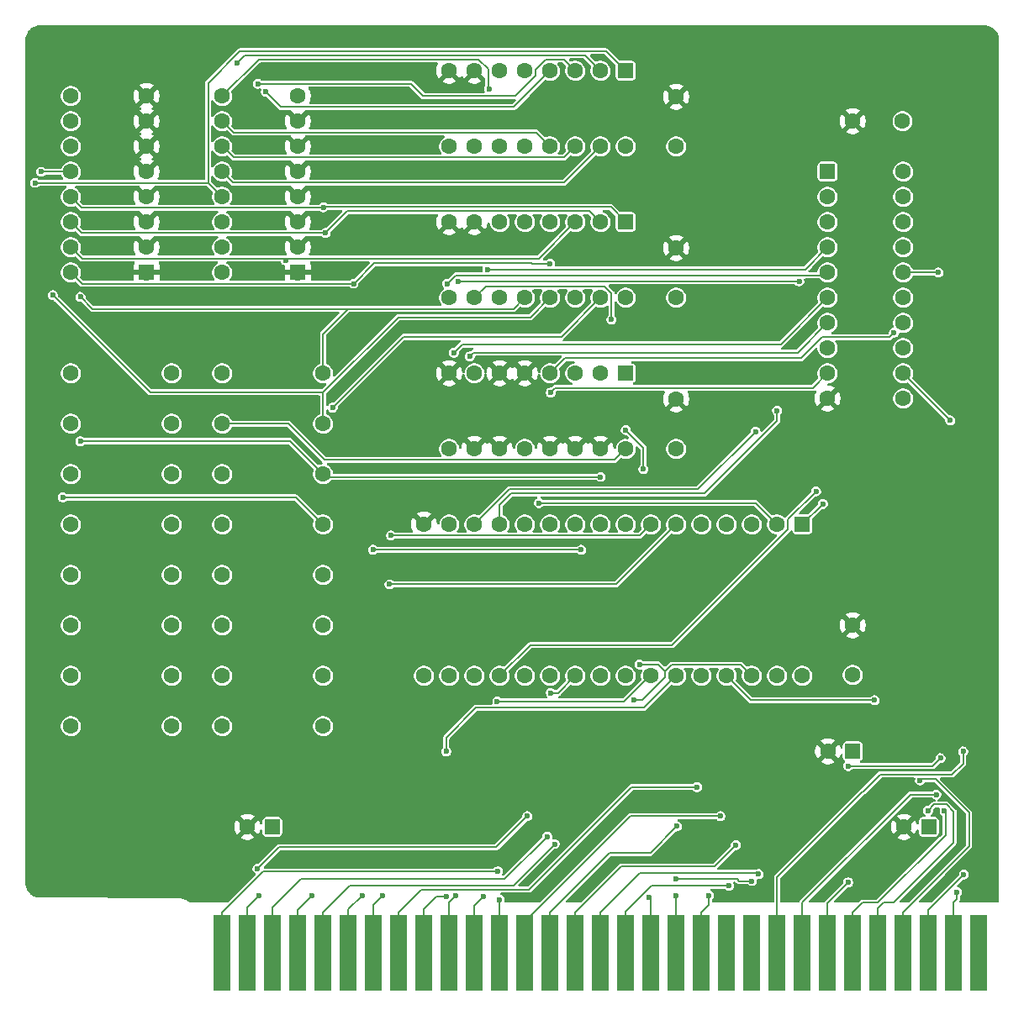
<source format=gtl>
%TF.GenerationSoftware,KiCad,Pcbnew,9.0.5-1.fc42*%
%TF.CreationDate,2025-11-09T16:45:19+08:00*%
%TF.ProjectId,XTra-RAM,58547261-2d52-4414-9d2e-6b696361645f,rev?*%
%TF.SameCoordinates,Original*%
%TF.FileFunction,Copper,L1,Top*%
%TF.FilePolarity,Positive*%
%FSLAX46Y46*%
G04 Gerber Fmt 4.6, Leading zero omitted, Abs format (unit mm)*
G04 Created by KiCad (PCBNEW 9.0.5-1.fc42) date 2025-11-09 16:45:19*
%MOMM*%
%LPD*%
G01*
G04 APERTURE LIST*
G04 Aperture macros list*
%AMRoundRect*
0 Rectangle with rounded corners*
0 $1 Rounding radius*
0 $2 $3 $4 $5 $6 $7 $8 $9 X,Y pos of 4 corners*
0 Add a 4 corners polygon primitive as box body*
4,1,4,$2,$3,$4,$5,$6,$7,$8,$9,$2,$3,0*
0 Add four circle primitives for the rounded corners*
1,1,$1+$1,$2,$3*
1,1,$1+$1,$4,$5*
1,1,$1+$1,$6,$7*
1,1,$1+$1,$8,$9*
0 Add four rect primitives between the rounded corners*
20,1,$1+$1,$2,$3,$4,$5,0*
20,1,$1+$1,$4,$5,$6,$7,0*
20,1,$1+$1,$6,$7,$8,$9,0*
20,1,$1+$1,$8,$9,$2,$3,0*%
G04 Aperture macros list end*
%TA.AperFunction,ComponentPad*%
%ADD10RoundRect,0.250000X0.550000X0.550000X-0.550000X0.550000X-0.550000X-0.550000X0.550000X-0.550000X0*%
%TD*%
%TA.AperFunction,ComponentPad*%
%ADD11C,1.600000*%
%TD*%
%TA.AperFunction,ComponentPad*%
%ADD12RoundRect,0.250000X-0.550000X-0.550000X0.550000X-0.550000X0.550000X0.550000X-0.550000X0.550000X0*%
%TD*%
%TA.AperFunction,ComponentPad*%
%ADD13RoundRect,0.250000X-0.550000X0.550000X-0.550000X-0.550000X0.550000X-0.550000X0.550000X0.550000X0*%
%TD*%
%TA.AperFunction,ConnectorPad*%
%ADD14R,1.780000X7.620000*%
%TD*%
%TA.AperFunction,ViaPad*%
%ADD15C,0.600000*%
%TD*%
%TA.AperFunction,Conductor*%
%ADD16C,0.200000*%
%TD*%
G04 APERTURE END LIST*
D10*
%TO.P,C6,1*%
%TO.N,+5V*%
X126960000Y-132080000D03*
D11*
%TO.P,C6,2*%
%TO.N,GND*%
X124460000Y-132080000D03*
%TD*%
%TO.P,C4,1*%
%TO.N,+5V*%
X167640000Y-78740000D03*
%TO.P,C4,2*%
%TO.N,GND*%
X167640000Y-73740000D03*
%TD*%
%TO.P,R2,1*%
%TO.N,+5V*%
X116840000Y-91440000D03*
%TO.P,R2,2*%
%TO.N,Net-(U3-I6)*%
X106680000Y-91440000D03*
%TD*%
D10*
%TO.P,C8,1*%
%TO.N,+5V*%
X193080000Y-132080000D03*
D11*
%TO.P,C8,2*%
%TO.N,GND*%
X190580000Y-132080000D03*
%TD*%
D12*
%TO.P,U2,1,A->B*%
%TO.N,~{SMEMW}*%
X182880000Y-66040000D03*
D11*
%TO.P,U2,2,A0*%
%TO.N,DQ0*%
X182880000Y-68580000D03*
%TO.P,U2,3,A1*%
%TO.N,DQ1*%
X182880000Y-71120000D03*
%TO.P,U2,4,A2*%
%TO.N,DQ2*%
X182880000Y-73660000D03*
%TO.P,U2,5,A3*%
%TO.N,DQ3*%
X182880000Y-76200000D03*
%TO.P,U2,6,A4*%
%TO.N,DQ4*%
X182880000Y-78740000D03*
%TO.P,U2,7,A5*%
%TO.N,DQ5*%
X182880000Y-81280000D03*
%TO.P,U2,8,A6*%
%TO.N,DQ6*%
X182880000Y-83820000D03*
%TO.P,U2,9,A7*%
%TO.N,DQ7*%
X182880000Y-86360000D03*
%TO.P,U2,10,GND*%
%TO.N,GND*%
X182880000Y-88900000D03*
%TO.P,U2,11,B7*%
%TO.N,DB7*%
X190500000Y-88900000D03*
%TO.P,U2,12,B6*%
%TO.N,DB6*%
X190500000Y-86360000D03*
%TO.P,U2,13,B5*%
%TO.N,DB5*%
X190500000Y-83820000D03*
%TO.P,U2,14,B4*%
%TO.N,DB4*%
X190500000Y-81280000D03*
%TO.P,U2,15,B3*%
%TO.N,DB3*%
X190500000Y-78740000D03*
%TO.P,U2,16,B2*%
%TO.N,DB2*%
X190500000Y-76200000D03*
%TO.P,U2,17,B1*%
%TO.N,DB1*%
X190500000Y-73660000D03*
%TO.P,U2,18,B0*%
%TO.N,DB0*%
X190500000Y-71120000D03*
%TO.P,U2,19,CE*%
%TO.N,CHIP_EN*%
X190500000Y-68580000D03*
%TO.P,U2,20,VCC*%
%TO.N,+5V*%
X190500000Y-66040000D03*
%TD*%
%TO.P,R5,1*%
%TO.N,+5V*%
X116840000Y-106680000D03*
%TO.P,R5,2*%
%TO.N,Net-(U3-I3)*%
X106680000Y-106680000D03*
%TD*%
%TO.P,C3,1*%
%TO.N,+5V*%
X167640000Y-63500000D03*
%TO.P,C3,2*%
%TO.N,GND*%
X167640000Y-58500000D03*
%TD*%
%TO.P,R13,1*%
%TO.N,+5V*%
X121920000Y-106680000D03*
%TO.P,R13,2*%
%TO.N,Net-(U4-I3)*%
X132080000Y-106680000D03*
%TD*%
%TO.P,R16,1*%
%TO.N,+5V*%
X121920000Y-121920000D03*
%TO.P,R16,2*%
%TO.N,Net-(U4-I0)*%
X132080000Y-121920000D03*
%TD*%
D10*
%TO.P,C7,1*%
%TO.N,+5V*%
X185420000Y-124460000D03*
D11*
%TO.P,C7,2*%
%TO.N,GND*%
X182920000Y-124460000D03*
%TD*%
%TO.P,R12,1*%
%TO.N,+5V*%
X121920000Y-101600000D03*
%TO.P,R12,2*%
%TO.N,Net-(U4-I4)*%
X132080000Y-101600000D03*
%TD*%
%TO.P,R4,1*%
%TO.N,+5V*%
X116840000Y-101600000D03*
%TO.P,R4,2*%
%TO.N,Net-(U3-I4)*%
X106680000Y-101600000D03*
%TD*%
D13*
%TO.P,U1,1,A18*%
%TO.N,A18*%
X180340000Y-101600000D03*
D11*
%TO.P,U1,2,A16*%
%TO.N,A16*%
X177800000Y-101600000D03*
%TO.P,U1,3,A14*%
%TO.N,A14*%
X175260000Y-101600000D03*
%TO.P,U1,4,A12*%
%TO.N,A12*%
X172720000Y-101600000D03*
%TO.P,U1,5,A7*%
%TO.N,A7*%
X170180000Y-101600000D03*
%TO.P,U1,6,A6*%
%TO.N,A6*%
X167640000Y-101600000D03*
%TO.P,U1,7,A5*%
%TO.N,A5*%
X165100000Y-101600000D03*
%TO.P,U1,8,A4*%
%TO.N,A4*%
X162560000Y-101600000D03*
%TO.P,U1,9,A3*%
%TO.N,A3*%
X160020000Y-101600000D03*
%TO.P,U1,10,A2*%
%TO.N,A2*%
X157480000Y-101600000D03*
%TO.P,U1,11,A1*%
%TO.N,A1*%
X154940000Y-101600000D03*
%TO.P,U1,12,A0*%
%TO.N,A0*%
X152400000Y-101600000D03*
%TO.P,U1,13,DQ0*%
%TO.N,DQ0*%
X149860000Y-101600000D03*
%TO.P,U1,14,DQ1*%
%TO.N,DQ1*%
X147320000Y-101600000D03*
%TO.P,U1,15,DQ2*%
%TO.N,DQ2*%
X144780000Y-101600000D03*
%TO.P,U1,16,VSS*%
%TO.N,GND*%
X142240000Y-101600000D03*
%TO.P,U1,17,DQ3*%
%TO.N,DQ3*%
X142240000Y-116840000D03*
%TO.P,U1,18,DQ4*%
%TO.N,DQ4*%
X144780000Y-116840000D03*
%TO.P,U1,19,DQ5*%
%TO.N,DQ5*%
X147320000Y-116840000D03*
%TO.P,U1,20,DQ6*%
%TO.N,DQ6*%
X149860000Y-116840000D03*
%TO.P,U1,21,DQ7*%
%TO.N,DQ7*%
X152400000Y-116840000D03*
%TO.P,U1,22,CE#*%
%TO.N,CHIP_EN*%
X154940000Y-116840000D03*
%TO.P,U1,23,A10*%
%TO.N,A10*%
X157480000Y-116840000D03*
%TO.P,U1,24,OE#*%
%TO.N,~{SMEMR}*%
X160020000Y-116840000D03*
%TO.P,U1,25,A11*%
%TO.N,A11*%
X162560000Y-116840000D03*
%TO.P,U1,26,A9*%
%TO.N,A9*%
X165100000Y-116840000D03*
%TO.P,U1,27,A8*%
%TO.N,A8*%
X167640000Y-116840000D03*
%TO.P,U1,28,A13*%
%TO.N,A13*%
X170180000Y-116840000D03*
%TO.P,U1,29,WE#*%
%TO.N,~{SMEMW}*%
X172720000Y-116840000D03*
%TO.P,U1,30,A17*%
%TO.N,A17*%
X175260000Y-116840000D03*
%TO.P,U1,31,A15*%
%TO.N,A15*%
X177800000Y-116840000D03*
%TO.P,U1,32,VCC*%
%TO.N,+5V*%
X180340000Y-116840000D03*
%TD*%
D13*
%TO.P,U4,1,I3*%
%TO.N,Net-(U4-I3)*%
X162560000Y-71120000D03*
D11*
%TO.P,U4,2,I2*%
%TO.N,Net-(U4-I2)*%
X160020000Y-71120000D03*
%TO.P,U4,3,I1*%
%TO.N,Net-(U4-I1)*%
X157480000Y-71120000D03*
%TO.P,U4,4,I0*%
%TO.N,Net-(U4-I0)*%
X154940000Y-71120000D03*
%TO.P,U4,5,Z*%
%TO.N,Net-(U4-Z)*%
X152400000Y-71120000D03*
%TO.P,U4,6,~{Z}*%
%TO.N,unconnected-(U4-~{Z}-Pad6)*%
X149860000Y-71120000D03*
%TO.P,U4,7,~{E}*%
%TO.N,GND*%
X147320000Y-71120000D03*
%TO.P,U4,8,GND*%
X144780000Y-71120000D03*
%TO.P,U4,9,S2*%
%TO.N,A18*%
X144780000Y-78740000D03*
%TO.P,U4,10,S1*%
%TO.N,A17*%
X147320000Y-78740000D03*
%TO.P,U4,11,S0*%
%TO.N,A16*%
X149860000Y-78740000D03*
%TO.P,U4,12,I7*%
%TO.N,Net-(U4-I7)*%
X152400000Y-78740000D03*
%TO.P,U4,13,I6*%
%TO.N,Net-(U4-I6)*%
X154940000Y-78740000D03*
%TO.P,U4,14,I5*%
%TO.N,Net-(U4-I5)*%
X157480000Y-78740000D03*
%TO.P,U4,15,I4*%
%TO.N,Net-(U4-I4)*%
X160020000Y-78740000D03*
%TO.P,U4,16,VCC*%
%TO.N,+5V*%
X162560000Y-78740000D03*
%TD*%
%TO.P,R6,1*%
%TO.N,+5V*%
X116840000Y-111760000D03*
%TO.P,R6,2*%
%TO.N,Net-(U3-I2)*%
X106680000Y-111760000D03*
%TD*%
%TO.P,C1,1*%
%TO.N,+5V*%
X185420000Y-116760000D03*
%TO.P,C1,2*%
%TO.N,GND*%
X185420000Y-111760000D03*
%TD*%
%TO.P,R3,1*%
%TO.N,+5V*%
X116840000Y-96520000D03*
%TO.P,R3,2*%
%TO.N,Net-(U3-I5)*%
X106680000Y-96520000D03*
%TD*%
D13*
%TO.P,U5,1,S*%
%TO.N,A19*%
X162560000Y-86360000D03*
D11*
%TO.P,U5,2,I0a*%
%TO.N,Net-(U3-Z)*%
X160020000Y-86360000D03*
%TO.P,U5,3,I1a*%
%TO.N,Net-(U4-Z)*%
X157480000Y-86360000D03*
%TO.P,U5,4,Za*%
%TO.N,CHIP_EN*%
X154940000Y-86360000D03*
%TO.P,U5,5,I0b*%
%TO.N,GND*%
X152400000Y-86360000D03*
%TO.P,U5,6,I1b*%
X149860000Y-86360000D03*
%TO.P,U5,7,Zb*%
%TO.N,unconnected-(U5-Zb-Pad7)*%
X147320000Y-86360000D03*
%TO.P,U5,8,GND*%
%TO.N,GND*%
X144780000Y-86360000D03*
%TO.P,U5,9,Zc*%
%TO.N,unconnected-(U5-Zc-Pad9)*%
X144780000Y-93980000D03*
%TO.P,U5,10,I1c*%
%TO.N,GND*%
X147320000Y-93980000D03*
%TO.P,U5,11,I0c*%
X149860000Y-93980000D03*
%TO.P,U5,12,Zd*%
%TO.N,unconnected-(U5-Zd-Pad12)*%
X152400000Y-93980000D03*
%TO.P,U5,13,I1d*%
%TO.N,GND*%
X154940000Y-93980000D03*
%TO.P,U5,14,I0d*%
X157480000Y-93980000D03*
%TO.P,U5,15,E*%
X160020000Y-93980000D03*
%TO.P,U5,16,VCC*%
%TO.N,+5V*%
X162560000Y-93980000D03*
%TD*%
%TO.P,R15,1*%
%TO.N,+5V*%
X121920000Y-116840000D03*
%TO.P,R15,2*%
%TO.N,Net-(U4-I1)*%
X132080000Y-116840000D03*
%TD*%
%TO.P,R11,1*%
%TO.N,+5V*%
X121920000Y-96520000D03*
%TO.P,R11,2*%
%TO.N,Net-(U4-I5)*%
X132080000Y-96520000D03*
%TD*%
D13*
%TO.P,U3,1,I3*%
%TO.N,Net-(U3-I3)*%
X162560000Y-55880000D03*
D11*
%TO.P,U3,2,I2*%
%TO.N,Net-(U3-I2)*%
X160020000Y-55880000D03*
%TO.P,U3,3,I1*%
%TO.N,Net-(U3-I1)*%
X157480000Y-55880000D03*
%TO.P,U3,4,I0*%
%TO.N,Net-(U3-I0)*%
X154940000Y-55880000D03*
%TO.P,U3,5,Z*%
%TO.N,Net-(U3-Z)*%
X152400000Y-55880000D03*
%TO.P,U3,6,~{Z}*%
%TO.N,unconnected-(U3-~{Z}-Pad6)*%
X149860000Y-55880000D03*
%TO.P,U3,7,~{E}*%
%TO.N,GND*%
X147320000Y-55880000D03*
%TO.P,U3,8,GND*%
X144780000Y-55880000D03*
%TO.P,U3,9,S2*%
%TO.N,A18*%
X144780000Y-63500000D03*
%TO.P,U3,10,S1*%
%TO.N,A17*%
X147320000Y-63500000D03*
%TO.P,U3,11,S0*%
%TO.N,A16*%
X149860000Y-63500000D03*
%TO.P,U3,12,I7*%
%TO.N,Net-(U3-I7)*%
X152400000Y-63500000D03*
%TO.P,U3,13,I6*%
%TO.N,Net-(U3-I6)*%
X154940000Y-63500000D03*
%TO.P,U3,14,I5*%
%TO.N,Net-(U3-I5)*%
X157480000Y-63500000D03*
%TO.P,U3,15,I4*%
%TO.N,Net-(U3-I4)*%
X160020000Y-63500000D03*
%TO.P,U3,16,VCC*%
%TO.N,+5V*%
X162560000Y-63500000D03*
%TD*%
D10*
%TO.P,SW2,1*%
%TO.N,GND*%
X114300000Y-76200000D03*
D11*
%TO.P,SW2,2*%
X114300000Y-73660000D03*
%TO.P,SW2,3*%
X114300000Y-71120000D03*
%TO.P,SW2,4*%
X114300000Y-68580000D03*
%TO.P,SW2,5*%
X114300000Y-66040000D03*
%TO.P,SW2,6*%
X114300000Y-63500000D03*
%TO.P,SW2,7*%
X114300000Y-60960000D03*
%TO.P,SW2,8*%
X114300000Y-58420000D03*
%TO.P,SW2,9*%
%TO.N,Net-(U4-I7)*%
X106680000Y-58420000D03*
%TO.P,SW2,10*%
%TO.N,Net-(U4-I6)*%
X106680000Y-60960000D03*
%TO.P,SW2,11*%
%TO.N,Net-(U4-I5)*%
X106680000Y-63500000D03*
%TO.P,SW2,12*%
%TO.N,Net-(U4-I4)*%
X106680000Y-66040000D03*
%TO.P,SW2,13*%
%TO.N,Net-(U4-I3)*%
X106680000Y-68580000D03*
%TO.P,SW2,14*%
%TO.N,Net-(U4-I2)*%
X106680000Y-71120000D03*
%TO.P,SW2,15*%
%TO.N,Net-(U4-I1)*%
X106680000Y-73660000D03*
%TO.P,SW2,16*%
%TO.N,Net-(U4-I0)*%
X106680000Y-76200000D03*
%TD*%
%TO.P,R1,1*%
%TO.N,+5V*%
X116840000Y-86360000D03*
%TO.P,R1,2*%
%TO.N,Net-(U3-I7)*%
X106680000Y-86360000D03*
%TD*%
%TO.P,R9,1*%
%TO.N,+5V*%
X121920000Y-86360000D03*
%TO.P,R9,2*%
%TO.N,Net-(U4-I7)*%
X132080000Y-86360000D03*
%TD*%
%TO.P,R8,1*%
%TO.N,+5V*%
X116840000Y-121920000D03*
%TO.P,R8,2*%
%TO.N,Net-(U3-I0)*%
X106680000Y-121920000D03*
%TD*%
%TO.P,R14,1*%
%TO.N,+5V*%
X121920000Y-111760000D03*
%TO.P,R14,2*%
%TO.N,Net-(U4-I2)*%
X132080000Y-111760000D03*
%TD*%
D10*
%TO.P,SW1,1*%
%TO.N,GND*%
X129540000Y-76200000D03*
D11*
%TO.P,SW1,2*%
X129540000Y-73660000D03*
%TO.P,SW1,3*%
X129540000Y-71120000D03*
%TO.P,SW1,4*%
X129540000Y-68580000D03*
%TO.P,SW1,5*%
X129540000Y-66040000D03*
%TO.P,SW1,6*%
X129540000Y-63500000D03*
%TO.P,SW1,7*%
X129540000Y-60960000D03*
%TO.P,SW1,8*%
X129540000Y-58420000D03*
%TO.P,SW1,9*%
%TO.N,Net-(U3-I7)*%
X121920000Y-58420000D03*
%TO.P,SW1,10*%
%TO.N,Net-(U3-I6)*%
X121920000Y-60960000D03*
%TO.P,SW1,11*%
%TO.N,Net-(U3-I5)*%
X121920000Y-63500000D03*
%TO.P,SW1,12*%
%TO.N,Net-(U3-I4)*%
X121920000Y-66040000D03*
%TO.P,SW1,13*%
%TO.N,Net-(U3-I3)*%
X121920000Y-68580000D03*
%TO.P,SW1,14*%
%TO.N,Net-(U3-I2)*%
X121920000Y-71120000D03*
%TO.P,SW1,15*%
%TO.N,Net-(U3-I1)*%
X121920000Y-73660000D03*
%TO.P,SW1,16*%
%TO.N,Net-(U3-I0)*%
X121920000Y-76200000D03*
%TD*%
D14*
%TO.P,CN1,32,IO*%
%TO.N,unconnected-(CN1-IO-Pad32)*%
X198120000Y-144780000D03*
%TO.P,CN1,33,DB7*%
%TO.N,DB7*%
X195580000Y-144780000D03*
%TO.P,CN1,34,DB6*%
%TO.N,DB6*%
X193040000Y-144780000D03*
%TO.P,CN1,35,DB5*%
%TO.N,DB5*%
X190500000Y-144780000D03*
%TO.P,CN1,36,DB4*%
%TO.N,DB4*%
X187960000Y-144780000D03*
%TO.P,CN1,37,DB3*%
%TO.N,DB3*%
X185420000Y-144780000D03*
%TO.P,CN1,38,DB2*%
%TO.N,DB2*%
X182880000Y-144780000D03*
%TO.P,CN1,39,DB1*%
%TO.N,DB1*%
X180340000Y-144780000D03*
%TO.P,CN1,40,DB0*%
%TO.N,DB0*%
X177800000Y-144780000D03*
%TO.P,CN1,41,IO_READY*%
%TO.N,unconnected-(CN1-IO_READY-Pad41)*%
X175260000Y-144780000D03*
%TO.P,CN1,42,AEN*%
%TO.N,unconnected-(CN1-AEN-Pad42)*%
X172720000Y-144780000D03*
%TO.P,CN1,43,BA19*%
%TO.N,A19*%
X170180000Y-144780000D03*
%TO.P,CN1,44,BA18*%
%TO.N,A18*%
X167640000Y-144780000D03*
%TO.P,CN1,45,BA17*%
%TO.N,A17*%
X165100000Y-144780000D03*
%TO.P,CN1,46,BA16*%
%TO.N,A16*%
X162560000Y-144780000D03*
%TO.P,CN1,47,BA15*%
%TO.N,A15*%
X160020000Y-144780000D03*
%TO.P,CN1,48,BA14*%
%TO.N,A14*%
X157480000Y-144780000D03*
%TO.P,CN1,49,BA13*%
%TO.N,A13*%
X154940000Y-144780000D03*
%TO.P,CN1,50,BA12*%
%TO.N,A12*%
X152400000Y-144780000D03*
%TO.P,CN1,51,BA11*%
%TO.N,A11*%
X149860000Y-144780000D03*
%TO.P,CN1,52,BA10*%
%TO.N,A10*%
X147320000Y-144780000D03*
%TO.P,CN1,53,BA09*%
%TO.N,A9*%
X144780000Y-144780000D03*
%TO.P,CN1,54,BA08*%
%TO.N,A8*%
X142240000Y-144780000D03*
%TO.P,CN1,55,BA07*%
%TO.N,A7*%
X139700000Y-144780000D03*
%TO.P,CN1,56,BA06*%
%TO.N,A6*%
X137160000Y-144780000D03*
%TO.P,CN1,57,BA05*%
%TO.N,A5*%
X134620000Y-144780000D03*
%TO.P,CN1,58,BA04*%
%TO.N,A4*%
X132080000Y-144780000D03*
%TO.P,CN1,59,BA03*%
%TO.N,A3*%
X129540000Y-144780000D03*
%TO.P,CN1,60,BA02*%
%TO.N,A2*%
X127000000Y-144780000D03*
%TO.P,CN1,61,BA01*%
%TO.N,A1*%
X124460000Y-144780000D03*
%TO.P,CN1,62,BA00*%
%TO.N,A0*%
X121920000Y-144780000D03*
%TD*%
D11*
%TO.P,R10,1*%
%TO.N,+5V*%
X121920000Y-91440000D03*
%TO.P,R10,2*%
%TO.N,Net-(U4-I6)*%
X132080000Y-91440000D03*
%TD*%
%TO.P,C2,1*%
%TO.N,+5V*%
X190420000Y-60960000D03*
%TO.P,C2,2*%
%TO.N,GND*%
X185420000Y-60960000D03*
%TD*%
%TO.P,C5,1*%
%TO.N,+5V*%
X167640000Y-93980000D03*
%TO.P,C5,2*%
%TO.N,GND*%
X167640000Y-88980000D03*
%TD*%
%TO.P,R7,1*%
%TO.N,+5V*%
X116840000Y-116840000D03*
%TO.P,R7,2*%
%TO.N,Net-(U3-I1)*%
X106680000Y-116840000D03*
%TD*%
D15*
%TO.N,GND*%
X137160000Y-58420000D03*
X147320000Y-111760000D03*
X144780000Y-109220000D03*
X119380000Y-132080000D03*
X111760000Y-129540000D03*
X172720000Y-55880000D03*
X170180000Y-119380000D03*
X174845277Y-80535240D03*
X139700000Y-68580000D03*
X117241457Y-73412102D03*
X187960000Y-55880000D03*
X177800000Y-55880000D03*
X198120000Y-127000000D03*
X167640000Y-119380000D03*
X167640000Y-106680000D03*
X134620000Y-124460000D03*
X195062142Y-85332535D03*
X170180000Y-53340000D03*
X104140000Y-132080000D03*
X142240000Y-121920000D03*
X104140000Y-127000000D03*
X142240000Y-106680000D03*
X185420000Y-88900000D03*
X193040000Y-55880000D03*
X139700000Y-66040000D03*
X167640000Y-111760000D03*
X149860000Y-111760000D03*
X139700000Y-78740000D03*
X106680000Y-129540000D03*
X187960000Y-96520000D03*
X139700000Y-91440000D03*
X162560000Y-104140000D03*
X198120000Y-111760000D03*
X149860000Y-91440000D03*
X142240000Y-127000000D03*
X104140000Y-109220000D03*
X172720000Y-60960000D03*
X142240000Y-99060000D03*
X175260000Y-132080000D03*
X175260000Y-111760000D03*
X172720000Y-66040000D03*
X165100000Y-68580000D03*
X127000000Y-68580000D03*
X185420000Y-93980000D03*
X147320000Y-129540000D03*
X147320000Y-106680000D03*
X157480000Y-127000000D03*
X172720000Y-81280000D03*
X147320000Y-124460000D03*
X129540000Y-129540000D03*
X172720000Y-111760000D03*
X144780000Y-119380000D03*
X139700000Y-124460000D03*
X167640000Y-104140000D03*
X180340000Y-106680000D03*
X137160000Y-81280000D03*
X132080000Y-132080000D03*
X190500000Y-53340000D03*
X180340000Y-111760000D03*
X142240000Y-114300000D03*
X177800000Y-71120000D03*
X121920000Y-83820000D03*
X147320000Y-88900000D03*
X160020000Y-73660000D03*
X149860000Y-132080000D03*
X144780000Y-73660000D03*
X154940000Y-91440000D03*
X167640000Y-66040000D03*
X172720000Y-104140000D03*
X194858075Y-109648870D03*
X109220000Y-127000000D03*
X116840000Y-129540000D03*
X104140000Y-119380000D03*
X147320000Y-60960000D03*
X134620000Y-66040000D03*
X191357741Y-104997741D03*
X180340000Y-121920000D03*
X160020000Y-106680000D03*
X162560000Y-58420000D03*
X134620000Y-58420000D03*
X137160000Y-93980000D03*
X187960000Y-129540000D03*
X111760000Y-134620000D03*
X137160000Y-88900000D03*
X124460000Y-124460000D03*
X175260000Y-63500000D03*
X111760000Y-53340000D03*
X180340000Y-63500000D03*
X109220000Y-73660000D03*
X187697379Y-121838738D03*
X180340000Y-53340000D03*
X114300000Y-127000000D03*
X144780000Y-114300000D03*
X160020000Y-60960000D03*
X185420000Y-53340000D03*
X104140000Y-114300000D03*
X167640000Y-81280000D03*
X187960000Y-68580000D03*
X127000000Y-66040000D03*
X175260000Y-127000000D03*
X187960000Y-78740000D03*
X160020000Y-109220000D03*
X127000000Y-127000000D03*
X129540000Y-124460000D03*
X162560000Y-111760000D03*
X185420000Y-73660000D03*
X137160000Y-99060000D03*
X152400000Y-124460000D03*
X116840000Y-134620000D03*
X116840000Y-83820000D03*
X152400000Y-111760000D03*
X198120000Y-119380000D03*
X175260000Y-68580000D03*
X195177221Y-78715464D03*
X139700000Y-129540000D03*
X144780000Y-88900000D03*
X198120000Y-91440000D03*
X187960000Y-83820000D03*
X121920000Y-134620000D03*
X157480000Y-58420000D03*
X177800000Y-111760000D03*
X152400000Y-60960000D03*
X175260000Y-104140000D03*
X175260000Y-53340000D03*
X180340000Y-129540000D03*
X198120000Y-104140000D03*
X165100000Y-111760000D03*
X142240000Y-132080000D03*
X172720000Y-71120000D03*
X109220000Y-132080000D03*
X142240000Y-109220000D03*
X118144735Y-76088484D03*
X152400000Y-106680000D03*
X162560000Y-66040000D03*
X147320000Y-73660000D03*
X116840000Y-71120000D03*
X157480000Y-88900000D03*
X175260000Y-73660000D03*
X139700000Y-119380000D03*
X182880000Y-55880000D03*
X127000000Y-73660000D03*
X185420000Y-99060000D03*
X152400000Y-88900000D03*
X134620000Y-129540000D03*
X160020000Y-121920000D03*
X165100000Y-106680000D03*
X177800000Y-66040000D03*
X160020000Y-91440000D03*
X149860000Y-106680000D03*
X170180000Y-106680000D03*
X194385774Y-64101888D03*
X139700000Y-73660000D03*
X106680000Y-134620000D03*
X175260000Y-121920000D03*
X132080000Y-127000000D03*
X149860000Y-127000000D03*
X177800000Y-60960000D03*
X165459269Y-125004041D03*
X170180000Y-111760000D03*
X134620000Y-68580000D03*
X114300000Y-132080000D03*
X127000000Y-60960000D03*
X134620000Y-71120000D03*
X167640000Y-127000000D03*
X149860000Y-81888213D03*
X106680000Y-53340000D03*
X177800000Y-106680000D03*
%TO.N,A4*%
X155406300Y-133798300D03*
%TO.N,DB7*%
X195934500Y-138643400D03*
%TO.N,DB5*%
X192196100Y-127389300D03*
%TO.N,A15*%
X175941100Y-136825200D03*
%TO.N,DB4*%
X193013700Y-130431200D03*
%TO.N,A19*%
X170924000Y-138991000D03*
X162560000Y-92084500D03*
X164335200Y-96007400D03*
%TO.N,A5*%
X136022000Y-138994200D03*
X138915000Y-102709400D03*
%TO.N,A12*%
X172094000Y-130983200D03*
%TO.N,A2*%
X154644600Y-133036600D03*
%TO.N,A13*%
X167711865Y-132008135D03*
%TO.N,A6*%
X138036500Y-139033700D03*
X138773700Y-107627200D03*
%TO.N,DB3*%
X194663200Y-130473200D03*
%TO.N,A16*%
X172960600Y-137994000D03*
X153826800Y-99439800D03*
%TO.N,DB6*%
X195249800Y-91109800D03*
X196610500Y-136851300D03*
%TO.N,A17*%
X163408300Y-119252000D03*
X163945600Y-115707900D03*
X164876600Y-139168200D03*
X161121700Y-80936900D03*
%TO.N,~{SMEMW}*%
X187625300Y-119305200D03*
%TO.N,A3*%
X158080000Y-104140000D03*
X137113900Y-104140000D03*
X130964200Y-138991000D03*
%TO.N,A10*%
X148211000Y-139087900D03*
X155009900Y-118574200D03*
%TO.N,A1*%
X152641200Y-130983200D03*
X125473985Y-136265786D03*
X125628000Y-138991000D03*
%TO.N,DB0*%
X196540100Y-124460000D03*
%TO.N,A7*%
X169736300Y-128063700D03*
%TO.N,A0*%
X149671800Y-136552600D03*
%TO.N,A8*%
X144493100Y-139103100D03*
X144493100Y-124460000D03*
%TO.N,A9*%
X149621300Y-119402900D03*
X145459700Y-139005100D03*
%TO.N,A11*%
X149860000Y-139400000D03*
%TO.N,DB2*%
X194258900Y-125144200D03*
X184968900Y-137649700D03*
X184968900Y-125932500D03*
X194039800Y-76200000D03*
%TO.N,A18*%
X167640000Y-137291800D03*
X182414318Y-99525682D03*
X167640000Y-138991000D03*
X175260000Y-137522600D03*
X180030000Y-77099300D03*
X145700600Y-77099300D03*
%TO.N,A14*%
X173653800Y-133902700D03*
%TO.N,DB1*%
X193839265Y-128800736D03*
%TO.N,Net-(U3-I7)*%
X148798400Y-57728601D03*
%TO.N,Net-(U3-I3)*%
X103087200Y-67168400D03*
%TO.N,Net-(U3-I2)*%
X123396300Y-55076200D03*
%TO.N,Net-(U3-I1)*%
X125501800Y-57181800D03*
%TO.N,Net-(U3-I0)*%
X126315800Y-57995700D03*
%TO.N,Net-(U4-I7)*%
X107639900Y-78661000D03*
%TO.N,Net-(U4-I6)*%
X104869200Y-78494000D03*
%TO.N,Net-(U4-I5)*%
X107639900Y-93200900D03*
X160020000Y-96801700D03*
%TO.N,Net-(U4-I4)*%
X105879300Y-98868700D03*
X133046100Y-89821000D03*
X103687200Y-66059800D03*
%TO.N,Net-(U4-I3)*%
X132112300Y-69631300D03*
%TO.N,Net-(U4-I2)*%
X132319400Y-72230400D03*
%TO.N,Net-(U4-I1)*%
X128312500Y-74984700D03*
%TO.N,Net-(U4-I0)*%
X154940000Y-75291400D03*
X135150200Y-77326900D03*
%TO.N,DQ5*%
X146857000Y-84665200D03*
%TO.N,DQ0*%
X177800000Y-90110200D03*
%TO.N,CHIP_EN*%
X189568300Y-82270000D03*
%TO.N,DQ4*%
X145252200Y-84292200D03*
%TO.N,DQ7*%
X155001100Y-88298900D03*
%TO.N,DQ3*%
X144576800Y-77326100D03*
%TO.N,DQ6*%
X181726965Y-98263735D03*
%TO.N,DQ1*%
X175650300Y-92248700D03*
%TO.N,DQ2*%
X148639000Y-75891400D03*
%TD*%
D16*
%TO.N,+5V*%
X121920000Y-91440000D02*
X128555900Y-91440000D01*
X161456700Y-95083300D02*
X162560000Y-93980000D01*
X128555900Y-91440000D02*
X132199200Y-95083300D01*
X132199200Y-95083300D02*
X161456700Y-95083300D01*
%TO.N,A4*%
X132080000Y-144780000D02*
X132080000Y-140668300D01*
X134788900Y-137959400D02*
X132080000Y-140668300D01*
X151245200Y-137959400D02*
X134788900Y-137959400D01*
X155406300Y-133798300D02*
X151245200Y-137959400D01*
%TO.N,DB7*%
X195934500Y-138643400D02*
X195934500Y-139345500D01*
X195934500Y-139345500D02*
X195580000Y-139700000D01*
X195580000Y-139700000D02*
X195580000Y-144780000D01*
%TO.N,DB5*%
X197134200Y-130624700D02*
X197134200Y-134034100D01*
X192323900Y-127273000D02*
X193782500Y-127273000D01*
X190500000Y-140668300D02*
X190500000Y-144780000D01*
X197134200Y-134034100D02*
X190500000Y-140668300D01*
X192196100Y-127389300D02*
X192207600Y-127389300D01*
X192207600Y-127389300D02*
X192323900Y-127273000D01*
X193782500Y-127273000D02*
X197134200Y-130624700D01*
%TO.N,A15*%
X175941100Y-136825200D02*
X175806000Y-136690100D01*
X163998200Y-136690100D02*
X160020000Y-140668300D01*
X160020000Y-144780000D02*
X160020000Y-140668300D01*
X175806000Y-136690100D02*
X163998200Y-136690100D01*
%TO.N,DB4*%
X195580000Y-130519200D02*
X195580000Y-133644200D01*
X188555900Y-139700000D02*
X187960000Y-140295900D01*
X195580000Y-133644200D02*
X189524200Y-139700000D01*
X189524200Y-139700000D02*
X188555900Y-139700000D01*
X187960000Y-140295900D02*
X187960000Y-144780000D01*
X193013700Y-130431200D02*
X193630700Y-129814200D01*
X193630700Y-129814200D02*
X194875000Y-129814200D01*
X194875000Y-129814200D02*
X195580000Y-130519200D01*
%TO.N,A19*%
X170180000Y-140668300D02*
X170924000Y-139924300D01*
X170180000Y-144780000D02*
X170180000Y-140668300D01*
X170924000Y-139924300D02*
X170924000Y-138991000D01*
X164335200Y-93859700D02*
X164335200Y-96007400D01*
X162560000Y-92084500D02*
X164335200Y-93859700D01*
%TO.N,A5*%
X157206000Y-102701000D02*
X159258200Y-102701000D01*
X163990600Y-102709400D02*
X165100000Y-101600000D01*
X134620000Y-140396200D02*
X134620000Y-144780000D01*
X159258200Y-102701000D02*
X159266600Y-102709400D01*
X157197600Y-102709400D02*
X157206000Y-102701000D01*
X136022000Y-138994200D02*
X134620000Y-140396200D01*
X138915000Y-102709400D02*
X157197600Y-102709400D01*
X159266600Y-102709400D02*
X163990600Y-102709400D01*
%TO.N,A12*%
X152400000Y-141664577D02*
X152400000Y-144780000D01*
X172094000Y-130983200D02*
X163081377Y-130983200D01*
X163081377Y-130983200D02*
X152400000Y-141664577D01*
%TO.N,A2*%
X127000000Y-140184150D02*
X129866150Y-137318000D01*
X127000000Y-144780000D02*
X127000000Y-140184150D01*
X150363200Y-137318000D02*
X154644600Y-133036600D01*
X129866150Y-137318000D02*
X150363200Y-137318000D01*
%TO.N,A13*%
X167711865Y-132008135D02*
X165036700Y-134683300D01*
X160925000Y-134683300D02*
X154940000Y-140668300D01*
X154940000Y-140668300D02*
X154940000Y-144780000D01*
X165036700Y-134683300D02*
X160925000Y-134683300D01*
%TO.N,A6*%
X137160000Y-139910200D02*
X138036500Y-139033700D01*
X161612800Y-107627200D02*
X167640000Y-101600000D01*
X137160000Y-144780000D02*
X137160000Y-139910200D01*
X138773700Y-107627200D02*
X161612800Y-107627200D01*
%TO.N,DB3*%
X185420000Y-144780000D02*
X185420000Y-140668300D01*
X187960000Y-139700000D02*
X194758236Y-132901764D01*
X194758236Y-132901764D02*
X194758236Y-130568236D01*
X186388300Y-139700000D02*
X187960000Y-139700000D01*
X185420000Y-140668300D02*
X186388300Y-139700000D01*
X194758236Y-130568236D02*
X194663200Y-130473200D01*
%TO.N,A16*%
X172959400Y-137992800D02*
X165201200Y-137992800D01*
X162560000Y-140634000D02*
X162560000Y-140668300D01*
X172959400Y-137992800D02*
X172960600Y-137994000D01*
X153826800Y-99439800D02*
X175639800Y-99439800D01*
X165201200Y-137992800D02*
X162560000Y-140634000D01*
X162560000Y-144780000D02*
X162560000Y-140668300D01*
X175639800Y-99439800D02*
X177800000Y-101600000D01*
%TO.N,DB6*%
X193040000Y-140421800D02*
X193040000Y-144780000D01*
X196610500Y-136851300D02*
X193040000Y-140421800D01*
X195249800Y-91109800D02*
X190500000Y-86360000D01*
%TO.N,A17*%
X175260000Y-116840000D02*
X174158300Y-115738300D01*
X161121700Y-78283500D02*
X160435500Y-77597300D01*
X166511600Y-117001000D02*
X164260600Y-119252000D01*
X163945600Y-115707900D02*
X165818000Y-115707900D01*
X165100000Y-139391600D02*
X165100000Y-144780000D01*
X166511600Y-116401500D02*
X166511600Y-117001000D01*
X148462700Y-77597300D02*
X147320000Y-78740000D01*
X167174800Y-115738300D02*
X166511600Y-116401500D01*
X160435500Y-77597300D02*
X148462700Y-77597300D01*
X174158300Y-115738300D02*
X167174800Y-115738300D01*
X165818000Y-115707900D02*
X166511600Y-116401500D01*
X164260600Y-119252000D02*
X163408300Y-119252000D01*
X161121700Y-80936900D02*
X161121700Y-78283500D01*
X164876600Y-139168200D02*
X165100000Y-139391600D01*
%TO.N,~{SMEMW}*%
X187625300Y-119305200D02*
X175185200Y-119305200D01*
X175185200Y-119305200D02*
X172720000Y-116840000D01*
%TO.N,A3*%
X129540000Y-140415200D02*
X129540000Y-144780000D01*
X137113900Y-104120800D02*
X137113900Y-104140000D01*
X158080000Y-104140000D02*
X137133100Y-104140000D01*
X130964200Y-138991000D02*
X129540000Y-140415200D01*
X137133100Y-104140000D02*
X137113900Y-104120800D01*
%TO.N,A10*%
X148211000Y-139087900D02*
X147320000Y-139978900D01*
X157480000Y-116840000D02*
X155745800Y-118574200D01*
X147320000Y-139978900D02*
X147320000Y-144780000D01*
X155745800Y-118574200D02*
X155009900Y-118574200D01*
%TO.N,A1*%
X125473985Y-136265786D02*
X127618571Y-134121200D01*
X124460000Y-140159000D02*
X124460000Y-144780000D01*
X127618571Y-134121200D02*
X149503200Y-134121200D01*
X149503200Y-134121200D02*
X152641200Y-130983200D01*
X125628000Y-138991000D02*
X124460000Y-140159000D01*
%TO.N,DB0*%
X186479846Y-128480154D02*
X186449482Y-128480154D01*
X196540100Y-124460000D02*
X196540100Y-125671200D01*
X196540100Y-125671200D02*
X195422000Y-126789300D01*
X186449482Y-128480154D02*
X186097425Y-128832211D01*
X188170700Y-126789300D02*
X186479846Y-128480154D01*
X186097425Y-128862575D02*
X177800000Y-137160000D01*
X186097425Y-128832211D02*
X186097425Y-128862575D01*
X195422000Y-126789300D02*
X188170700Y-126789300D01*
X177800000Y-137160000D02*
X177800000Y-144780000D01*
%TO.N,A7*%
X163145800Y-128063700D02*
X152833600Y-138375900D01*
X141992400Y-138375900D02*
X139700000Y-140668300D01*
X152833600Y-138375900D02*
X141992400Y-138375900D01*
X139700000Y-144780000D02*
X139700000Y-140668300D01*
X169736300Y-128063700D02*
X163145800Y-128063700D01*
%TO.N,A0*%
X149671800Y-136552600D02*
X126035700Y-136552600D01*
X126035700Y-136552600D02*
X121920000Y-140668300D01*
X121920000Y-144780000D02*
X121920000Y-140668300D01*
%TO.N,A8*%
X143524800Y-139103100D02*
X142240000Y-140387900D01*
X144493100Y-123055300D02*
X147497700Y-120050700D01*
X144493100Y-124460000D02*
X144493100Y-123055300D01*
X144493100Y-139103100D02*
X143524800Y-139103100D01*
X164429300Y-120050700D02*
X167640000Y-116840000D01*
X142240000Y-140387900D02*
X142240000Y-144780000D01*
X147497700Y-120050700D02*
X164429300Y-120050700D01*
%TO.N,A9*%
X162406600Y-119402900D02*
X149621300Y-119402900D01*
X144780000Y-139684800D02*
X144780000Y-144780000D01*
X165100000Y-116840000D02*
X164969500Y-116840000D01*
X145459700Y-139005100D02*
X144780000Y-139684800D01*
X164969500Y-116840000D02*
X162406600Y-119402900D01*
%TO.N,A11*%
X149860000Y-139400000D02*
X149860000Y-144780000D01*
%TO.N,DB2*%
X193470600Y-125932500D02*
X184968900Y-125932500D01*
X194258900Y-125144200D02*
X193470600Y-125932500D01*
X182880000Y-139738600D02*
X182880000Y-144780000D01*
X194039800Y-76200000D02*
X190500000Y-76200000D01*
X184968900Y-137649700D02*
X182880000Y-139738600D01*
%TO.N,A18*%
X182414318Y-99525682D02*
X180340000Y-101600000D01*
X147680600Y-77097800D02*
X147679100Y-77099300D01*
X161288000Y-77099300D02*
X161286500Y-77097800D01*
X180030000Y-77099300D02*
X161288000Y-77099300D01*
X147679100Y-77099300D02*
X145700600Y-77099300D01*
X173987100Y-137522600D02*
X173756300Y-137291800D01*
X167640000Y-138991000D02*
X167640000Y-144780000D01*
X161286500Y-77097800D02*
X147680600Y-77097800D01*
X173756300Y-137291800D02*
X167640000Y-137291800D01*
X175260000Y-137522600D02*
X173987100Y-137522600D01*
%TO.N,A14*%
X157480000Y-140668300D02*
X162072800Y-136075500D01*
X157480000Y-144780000D02*
X157480000Y-140668300D01*
X171481000Y-136075500D02*
X173653800Y-133902700D01*
X162072800Y-136075500D02*
X171481000Y-136075500D01*
%TO.N,DB1*%
X192565660Y-128802840D02*
X191237160Y-128802840D01*
X192567764Y-128800736D02*
X192565660Y-128802840D01*
X191237160Y-128802840D02*
X180340000Y-139700000D01*
X193839265Y-128800736D02*
X192567764Y-128800736D01*
X180340000Y-139700000D02*
X180340000Y-144780000D01*
%TO.N,Net-(U3-I7)*%
X147735800Y-54736900D02*
X125603100Y-54736900D01*
X148798400Y-57728601D02*
X148731500Y-57661701D01*
X148731500Y-55732600D02*
X147735800Y-54736900D01*
X148731500Y-57661701D02*
X148731500Y-55732600D01*
X125603100Y-54736900D02*
X121920000Y-58420000D01*
%TO.N,Net-(U3-I6)*%
X121920000Y-60960000D02*
X123056500Y-62096500D01*
X153536500Y-62096500D02*
X154940000Y-63500000D01*
X123056500Y-62096500D02*
X153536500Y-62096500D01*
%TO.N,Net-(U3-I5)*%
X123069800Y-64611200D02*
X121958600Y-63500000D01*
X121958600Y-63500000D02*
X121920000Y-63500000D01*
X156368800Y-64611200D02*
X123069800Y-64611200D01*
X157480000Y-63500000D02*
X156368800Y-64611200D01*
%TO.N,Net-(U3-I4)*%
X156368800Y-67151200D02*
X123031200Y-67151200D01*
X123031200Y-67151200D02*
X121920000Y-66040000D01*
X160020000Y-63500000D02*
X156368800Y-67151200D01*
%TO.N,Net-(U3-I3)*%
X120508400Y-67168400D02*
X121920000Y-68580000D01*
X160588100Y-53908100D02*
X162560000Y-55880000D01*
X120508400Y-57108900D02*
X123709200Y-53908100D01*
X103087200Y-67168400D02*
X120508400Y-67168400D01*
X123709200Y-53908100D02*
X160588100Y-53908100D01*
X120508400Y-67168400D02*
X120508400Y-57108900D01*
%TO.N,Net-(U3-I2)*%
X123396300Y-55076200D02*
X124149200Y-54323300D01*
X158463300Y-54323300D02*
X160020000Y-55880000D01*
X124149200Y-54323300D02*
X158463300Y-54323300D01*
%TO.N,Net-(U3-I1)*%
X153501700Y-56371700D02*
X151453400Y-58420000D01*
X151453400Y-58420000D02*
X142154253Y-58420000D01*
X154517000Y-54736700D02*
X153501700Y-55752000D01*
X153501700Y-55752000D02*
X153501700Y-56371700D01*
X125501800Y-57181800D02*
X125501800Y-57181700D01*
X140916053Y-57181800D02*
X125501800Y-57181800D01*
X157480000Y-55880000D02*
X156336700Y-54736700D01*
X142154253Y-58420000D02*
X140916053Y-57181800D01*
X156336700Y-54736700D02*
X154517000Y-54736700D01*
%TO.N,Net-(U3-I0)*%
X154940000Y-55880000D02*
X151288800Y-59531200D01*
X151288800Y-59531200D02*
X127851300Y-59531200D01*
X127851300Y-59531200D02*
X126315800Y-57995700D01*
%TO.N,Net-(U4-I7)*%
X134620000Y-79863700D02*
X132080000Y-82403700D01*
X132080000Y-82403700D02*
X132080000Y-86360000D01*
X152400000Y-78740000D02*
X151276300Y-79863700D01*
X108842600Y-79863700D02*
X132080000Y-79863700D01*
X151276300Y-79863700D02*
X132080000Y-79863700D01*
X107639900Y-78661000D02*
X108842600Y-79863700D01*
%TO.N,Net-(U4-I6)*%
X152961100Y-80718900D02*
X139642800Y-80718900D01*
X154940000Y-78740000D02*
X152961100Y-80718900D01*
X104869200Y-78494000D02*
X114656900Y-88281700D01*
X132080000Y-91440000D02*
X132080000Y-88281700D01*
X139642800Y-80718900D02*
X132080000Y-88281700D01*
X114656900Y-88281700D02*
X132080000Y-88281700D01*
%TO.N,Net-(U4-I5)*%
X107639900Y-93200900D02*
X128760900Y-93200900D01*
X128760900Y-93200900D02*
X132080000Y-96520000D01*
X160020000Y-96801700D02*
X132361700Y-96801700D01*
X132361700Y-96801700D02*
X132080000Y-96520000D01*
%TO.N,Net-(U4-I4)*%
X160020000Y-78740000D02*
X156061700Y-82698300D01*
X103707000Y-66040000D02*
X103687200Y-66059800D01*
X106680000Y-66040000D02*
X103707000Y-66040000D01*
X156061700Y-82698300D02*
X140168800Y-82698300D01*
X129348700Y-98868700D02*
X132080000Y-101600000D01*
X140168800Y-82698300D02*
X133046100Y-89821000D01*
X105879300Y-98868700D02*
X129348700Y-98868700D01*
%TO.N,Net-(U4-I3)*%
X161055100Y-69615100D02*
X132128500Y-69615100D01*
X107788400Y-69688400D02*
X106680000Y-68580000D01*
X132055200Y-69688400D02*
X107788400Y-69688400D01*
X132128500Y-69615100D02*
X132112300Y-69631300D01*
X162560000Y-71120000D02*
X161055100Y-69615100D01*
X132112300Y-69631300D02*
X132055200Y-69688400D01*
%TO.N,Net-(U4-I2)*%
X158918300Y-70018300D02*
X160020000Y-71120000D01*
X134531500Y-70018300D02*
X158918300Y-70018300D01*
X107790400Y-72230400D02*
X132319400Y-72230400D01*
X106680000Y-71120000D02*
X107790400Y-72230400D01*
X132319400Y-72230400D02*
X134531500Y-70018300D01*
%TO.N,Net-(U4-I1)*%
X128312500Y-74790600D02*
X153809400Y-74790600D01*
X128312500Y-74984700D02*
X128312500Y-74790600D01*
X107810600Y-74790600D02*
X106680000Y-73660000D01*
X153809400Y-74790600D02*
X157480000Y-71120000D01*
X128312500Y-74790600D02*
X107810600Y-74790600D01*
%TO.N,Net-(U4-I0)*%
X153100500Y-75291400D02*
X153098800Y-75289700D01*
X135150200Y-77326900D02*
X107806900Y-77326900D01*
X154940000Y-75291400D02*
X153100500Y-75291400D01*
X153098800Y-75289700D02*
X137187400Y-75289700D01*
X107806900Y-77326900D02*
X106680000Y-76200000D01*
X137187400Y-75289700D02*
X135150200Y-77326900D01*
%TO.N,DQ5*%
X179876900Y-84283100D02*
X182880000Y-81280000D01*
X147239100Y-84283100D02*
X179876900Y-84283100D01*
X146857000Y-84665200D02*
X147239100Y-84283100D01*
%TO.N,DQ0*%
X170525800Y-98451200D02*
X151035900Y-98451200D01*
X177800000Y-90110200D02*
X177800000Y-91177000D01*
X151035900Y-98451200D02*
X149860000Y-99627100D01*
X177800000Y-91177000D02*
X170525800Y-98451200D01*
X149860000Y-99627100D02*
X149860000Y-101600000D01*
%TO.N,CHIP_EN*%
X189120000Y-82718300D02*
X182364200Y-82718300D01*
X180257100Y-84825400D02*
X156474600Y-84825400D01*
X182364200Y-82718300D02*
X180257100Y-84825400D01*
X156474600Y-84825400D02*
X154940000Y-86360000D01*
X189568300Y-82270000D02*
X189120000Y-82718300D01*
%TO.N,DQ4*%
X178161100Y-83458900D02*
X182880000Y-78740000D01*
X146085500Y-83458900D02*
X178161100Y-83458900D01*
X145252200Y-84292200D02*
X146085500Y-83458900D01*
%TO.N,DQ7*%
X181392700Y-87847300D02*
X155452700Y-87847300D01*
X155452700Y-87847300D02*
X155001100Y-88298900D01*
X182880000Y-86360000D02*
X181392700Y-87847300D01*
%TO.N,DQ3*%
X182586900Y-76493100D02*
X182880000Y-76200000D01*
X144623100Y-77326100D02*
X144623100Y-77326000D01*
X145456000Y-76493100D02*
X182586900Y-76493100D01*
X144623100Y-77326000D02*
X145456000Y-76493100D01*
X144576800Y-77326100D02*
X144623100Y-77326100D01*
%TO.N,DQ6*%
X181726965Y-98263735D02*
X178908300Y-101082400D01*
X152938300Y-113761700D02*
X149860000Y-116840000D01*
X178908300Y-101082400D02*
X178908300Y-102055200D01*
X178908300Y-102055200D02*
X167201800Y-113761700D01*
X167201800Y-113761700D02*
X152938300Y-113761700D01*
%TO.N,DQ1*%
X150869800Y-98050200D02*
X147320000Y-101600000D01*
X169848800Y-98050200D02*
X150869800Y-98050200D01*
X175650300Y-92248700D02*
X169848800Y-98050200D01*
%TO.N,DQ2*%
X182880000Y-73660000D02*
X180648600Y-75891400D01*
X180648600Y-75891400D02*
X148639000Y-75891400D01*
%TD*%
%TA.AperFunction,Conductor*%
%TO.N,GND*%
G36*
X156675485Y-77917485D02*
G01*
X156721240Y-77970289D01*
X156731184Y-78039447D01*
X156705869Y-78096902D01*
X156706245Y-78097153D01*
X156704819Y-78099286D01*
X156704301Y-78100463D01*
X156702860Y-78102218D01*
X156593371Y-78266079D01*
X156593364Y-78266092D01*
X156517950Y-78448160D01*
X156517947Y-78448170D01*
X156479500Y-78641456D01*
X156479500Y-78641459D01*
X156479500Y-78838541D01*
X156479500Y-78838543D01*
X156479499Y-78838543D01*
X156517947Y-79031829D01*
X156517950Y-79031839D01*
X156593364Y-79213907D01*
X156593371Y-79213920D01*
X156702860Y-79377781D01*
X156702863Y-79377785D01*
X156842214Y-79517136D01*
X156842218Y-79517139D01*
X157006079Y-79626628D01*
X157006092Y-79626635D01*
X157156188Y-79688806D01*
X157188165Y-79702051D01*
X157188169Y-79702051D01*
X157188170Y-79702052D01*
X157381456Y-79740500D01*
X157381459Y-79740500D01*
X157578543Y-79740500D01*
X157708582Y-79714632D01*
X157771835Y-79702051D01*
X157953914Y-79626632D01*
X158117782Y-79517139D01*
X158257139Y-79377782D01*
X158366632Y-79213914D01*
X158379239Y-79183479D01*
X158429764Y-79061499D01*
X158442051Y-79031835D01*
X158480500Y-78838541D01*
X158480500Y-78641459D01*
X158480500Y-78641456D01*
X158442052Y-78448170D01*
X158442051Y-78448169D01*
X158442051Y-78448165D01*
X158433743Y-78428108D01*
X158366635Y-78266092D01*
X158366628Y-78266079D01*
X158257139Y-78102218D01*
X158255699Y-78100463D01*
X158255232Y-78099363D01*
X158253755Y-78097153D01*
X158254174Y-78096872D01*
X158228387Y-78036152D01*
X158240180Y-77967285D01*
X158287333Y-77915726D01*
X158351554Y-77897800D01*
X159148446Y-77897800D01*
X159215485Y-77917485D01*
X159261240Y-77970289D01*
X159271184Y-78039447D01*
X159245869Y-78096902D01*
X159246245Y-78097153D01*
X159244819Y-78099286D01*
X159244301Y-78100463D01*
X159242860Y-78102218D01*
X159133371Y-78266079D01*
X159133364Y-78266092D01*
X159057950Y-78448160D01*
X159057947Y-78448170D01*
X159019500Y-78641456D01*
X159019500Y-78641459D01*
X159019500Y-78838541D01*
X159019500Y-78838543D01*
X159019499Y-78838543D01*
X159057947Y-79031829D01*
X159057950Y-79031839D01*
X159098072Y-79128702D01*
X159105541Y-79198171D01*
X159074266Y-79260650D01*
X159071192Y-79263835D01*
X155973548Y-82361481D01*
X155912225Y-82394966D01*
X155885867Y-82397800D01*
X140129238Y-82397800D01*
X140098667Y-82405991D01*
X140052808Y-82418279D01*
X140052805Y-82418281D01*
X140018171Y-82438278D01*
X140018170Y-82438279D01*
X140008103Y-82444090D01*
X139984289Y-82457839D01*
X133157947Y-89284181D01*
X133096624Y-89317666D01*
X133070266Y-89320500D01*
X132980208Y-89320500D01*
X132852912Y-89354608D01*
X132738786Y-89420500D01*
X132738783Y-89420502D01*
X132645602Y-89513683D01*
X132645596Y-89513692D01*
X132611886Y-89572078D01*
X132561319Y-89620293D01*
X132492712Y-89633515D01*
X132427847Y-89607547D01*
X132387319Y-89550632D01*
X132380500Y-89510077D01*
X132380500Y-88457533D01*
X132400185Y-88390494D01*
X132416819Y-88369852D01*
X139730952Y-81055719D01*
X139792275Y-81022234D01*
X139818633Y-81019400D01*
X153000660Y-81019400D01*
X153000662Y-81019400D01*
X153077089Y-80998921D01*
X153145611Y-80959360D01*
X153201560Y-80903411D01*
X154416165Y-79688804D01*
X154477486Y-79655321D01*
X154547177Y-79660305D01*
X154551254Y-79661909D01*
X154648165Y-79702051D01*
X154648169Y-79702051D01*
X154648170Y-79702052D01*
X154841456Y-79740500D01*
X154841459Y-79740500D01*
X155038543Y-79740500D01*
X155168582Y-79714632D01*
X155231835Y-79702051D01*
X155413914Y-79626632D01*
X155577782Y-79517139D01*
X155717139Y-79377782D01*
X155826632Y-79213914D01*
X155839239Y-79183479D01*
X155889764Y-79061499D01*
X155902051Y-79031835D01*
X155940500Y-78838541D01*
X155940500Y-78641459D01*
X155940500Y-78641456D01*
X155902052Y-78448170D01*
X155902051Y-78448169D01*
X155902051Y-78448165D01*
X155893743Y-78428108D01*
X155826635Y-78266092D01*
X155826628Y-78266079D01*
X155717139Y-78102218D01*
X155715699Y-78100463D01*
X155715232Y-78099363D01*
X155713755Y-78097153D01*
X155714174Y-78096872D01*
X155688387Y-78036152D01*
X155700180Y-77967285D01*
X155747333Y-77915726D01*
X155811554Y-77897800D01*
X156608446Y-77897800D01*
X156675485Y-77917485D01*
G37*
%TD.AperFunction*%
%TA.AperFunction,Conductor*%
G36*
X154135485Y-77917485D02*
G01*
X154181240Y-77970289D01*
X154191184Y-78039447D01*
X154165869Y-78096902D01*
X154166245Y-78097153D01*
X154164819Y-78099286D01*
X154164301Y-78100463D01*
X154162860Y-78102218D01*
X154053371Y-78266079D01*
X154053364Y-78266092D01*
X153977950Y-78448160D01*
X153977947Y-78448170D01*
X153939500Y-78641456D01*
X153939500Y-78641459D01*
X153939500Y-78838541D01*
X153939500Y-78838543D01*
X153939499Y-78838543D01*
X153977947Y-79031829D01*
X153977950Y-79031839D01*
X154018072Y-79128702D01*
X154025541Y-79198171D01*
X153994266Y-79260650D01*
X153991192Y-79263835D01*
X152872948Y-80382081D01*
X152811625Y-80415566D01*
X152785267Y-80418400D01*
X139603238Y-80418400D01*
X139572667Y-80426591D01*
X139526808Y-80438879D01*
X139526807Y-80438880D01*
X139472029Y-80470507D01*
X139472028Y-80470508D01*
X139458290Y-80478439D01*
X139458287Y-80478441D01*
X133270798Y-86665930D01*
X133209475Y-86699415D01*
X133139783Y-86694431D01*
X133083850Y-86652559D01*
X133059433Y-86587095D01*
X133061499Y-86554060D01*
X133080500Y-86458541D01*
X133080500Y-86261459D01*
X133080500Y-86261456D01*
X133042052Y-86068170D01*
X133042051Y-86068169D01*
X133042051Y-86068165D01*
X133030352Y-86039920D01*
X132966635Y-85886092D01*
X132966628Y-85886079D01*
X132857139Y-85722218D01*
X132857136Y-85722214D01*
X132717785Y-85582863D01*
X132717781Y-85582860D01*
X132553920Y-85473371D01*
X132553910Y-85473366D01*
X132457047Y-85433244D01*
X132402644Y-85389403D01*
X132380579Y-85323109D01*
X132380500Y-85318683D01*
X132380500Y-82579533D01*
X132400185Y-82512494D01*
X132416819Y-82491852D01*
X134708152Y-80200519D01*
X134769475Y-80167034D01*
X134795833Y-80164200D01*
X151315860Y-80164200D01*
X151315862Y-80164200D01*
X151392289Y-80143721D01*
X151460811Y-80104160D01*
X151516760Y-80048211D01*
X151876165Y-79688804D01*
X151937486Y-79655321D01*
X152007177Y-79660305D01*
X152011254Y-79661909D01*
X152108165Y-79702051D01*
X152108169Y-79702051D01*
X152108170Y-79702052D01*
X152301456Y-79740500D01*
X152301459Y-79740500D01*
X152498543Y-79740500D01*
X152628582Y-79714632D01*
X152691835Y-79702051D01*
X152873914Y-79626632D01*
X153037782Y-79517139D01*
X153177139Y-79377782D01*
X153286632Y-79213914D01*
X153299239Y-79183479D01*
X153349764Y-79061499D01*
X153362051Y-79031835D01*
X153400500Y-78838541D01*
X153400500Y-78641459D01*
X153400500Y-78641456D01*
X153362052Y-78448170D01*
X153362051Y-78448169D01*
X153362051Y-78448165D01*
X153353743Y-78428108D01*
X153286635Y-78266092D01*
X153286628Y-78266079D01*
X153177139Y-78102218D01*
X153175699Y-78100463D01*
X153175232Y-78099363D01*
X153173755Y-78097153D01*
X153174174Y-78096872D01*
X153148387Y-78036152D01*
X153160180Y-77967285D01*
X153207333Y-77915726D01*
X153271554Y-77897800D01*
X154068446Y-77897800D01*
X154135485Y-77917485D01*
G37*
%TD.AperFunction*%
%TA.AperFunction,Conductor*%
G36*
X114550000Y-76902400D02*
G01*
X114530315Y-76969439D01*
X114477511Y-77015194D01*
X114426000Y-77026400D01*
X114174000Y-77026400D01*
X114106961Y-77006715D01*
X114061206Y-76953911D01*
X114050000Y-76902400D01*
X114050000Y-76515686D01*
X114054394Y-76520080D01*
X114145606Y-76572741D01*
X114247339Y-76600000D01*
X114352661Y-76600000D01*
X114454394Y-76572741D01*
X114545606Y-76520080D01*
X114550000Y-76515686D01*
X114550000Y-76902400D01*
G37*
%TD.AperFunction*%
%TA.AperFunction,Conductor*%
G36*
X121436998Y-75110785D02*
G01*
X121482753Y-75163589D01*
X121492697Y-75232747D01*
X121463672Y-75296303D01*
X121438850Y-75318202D01*
X121282218Y-75422860D01*
X121282214Y-75422863D01*
X121142863Y-75562214D01*
X121142860Y-75562218D01*
X121033371Y-75726079D01*
X121033364Y-75726092D01*
X120957950Y-75908160D01*
X120957947Y-75908170D01*
X120919500Y-76101456D01*
X120919500Y-76101459D01*
X120919500Y-76298541D01*
X120919500Y-76298543D01*
X120919499Y-76298543D01*
X120957947Y-76491829D01*
X120957950Y-76491839D01*
X121033364Y-76673907D01*
X121033371Y-76673920D01*
X121140006Y-76833509D01*
X121160884Y-76900186D01*
X121142400Y-76967567D01*
X121090421Y-77014257D01*
X121036904Y-77026400D01*
X115714182Y-77026400D01*
X115647143Y-77006715D01*
X115601388Y-76953911D01*
X115590824Y-76889797D01*
X115599999Y-76799986D01*
X115600000Y-76799973D01*
X115600000Y-76450000D01*
X114615686Y-76450000D01*
X114620080Y-76445606D01*
X114672741Y-76354394D01*
X114700000Y-76252661D01*
X114700000Y-76147339D01*
X114672741Y-76045606D01*
X114620080Y-75954394D01*
X114615686Y-75950000D01*
X115599999Y-75950000D01*
X115599999Y-75600028D01*
X115599998Y-75600013D01*
X115589505Y-75497302D01*
X115534358Y-75330880D01*
X115534353Y-75330869D01*
X115503098Y-75280197D01*
X115484657Y-75212805D01*
X115505579Y-75146141D01*
X115559221Y-75101371D01*
X115608636Y-75091100D01*
X121369959Y-75091100D01*
X121436998Y-75110785D01*
G37*
%TD.AperFunction*%
%TA.AperFunction,Conductor*%
G36*
X127794744Y-75110785D02*
G01*
X127840499Y-75163589D01*
X127842948Y-75170400D01*
X127842999Y-75170379D01*
X127846107Y-75177884D01*
X127846108Y-75177886D01*
X127912000Y-75292014D01*
X128005186Y-75385200D01*
X128119314Y-75451092D01*
X128119313Y-75451092D01*
X128131032Y-75454232D01*
X128149595Y-75459205D01*
X128209256Y-75495569D01*
X128239786Y-75558415D01*
X128240862Y-75591573D01*
X128240000Y-75600008D01*
X128240000Y-75950000D01*
X129224314Y-75950000D01*
X129219920Y-75954394D01*
X129167259Y-76045606D01*
X129140000Y-76147339D01*
X129140000Y-76252661D01*
X129167259Y-76354394D01*
X129219920Y-76445606D01*
X129224314Y-76450000D01*
X128240001Y-76450000D01*
X128240001Y-76799989D01*
X128249176Y-76889799D01*
X128236406Y-76958492D01*
X128188525Y-77009376D01*
X128125818Y-77026400D01*
X122803096Y-77026400D01*
X122736057Y-77006715D01*
X122690302Y-76953911D01*
X122680358Y-76884753D01*
X122699994Y-76833509D01*
X122806628Y-76673920D01*
X122806628Y-76673919D01*
X122806632Y-76673914D01*
X122882051Y-76491835D01*
X122920500Y-76298541D01*
X122920500Y-76101459D01*
X122920500Y-76101456D01*
X122882052Y-75908170D01*
X122882051Y-75908169D01*
X122882051Y-75908165D01*
X122877288Y-75896666D01*
X122806635Y-75726092D01*
X122806628Y-75726079D01*
X122697139Y-75562218D01*
X122697136Y-75562214D01*
X122557785Y-75422863D01*
X122557781Y-75422860D01*
X122401150Y-75318202D01*
X122356345Y-75264590D01*
X122347638Y-75195265D01*
X122377793Y-75132237D01*
X122437236Y-75095518D01*
X122470041Y-75091100D01*
X127727705Y-75091100D01*
X127794744Y-75110785D01*
G37*
%TD.AperFunction*%
%TA.AperFunction,Conductor*%
G36*
X129790000Y-76902400D02*
G01*
X129770315Y-76969439D01*
X129717511Y-77015194D01*
X129666000Y-77026400D01*
X129414000Y-77026400D01*
X129346961Y-77006715D01*
X129301206Y-76953911D01*
X129290000Y-76902400D01*
X129290000Y-76515686D01*
X129294394Y-76520080D01*
X129385606Y-76572741D01*
X129487339Y-76600000D01*
X129592661Y-76600000D01*
X129694394Y-76572741D01*
X129785606Y-76520080D01*
X129790000Y-76515686D01*
X129790000Y-76902400D01*
G37*
%TD.AperFunction*%
%TA.AperFunction,Conductor*%
G36*
X136728706Y-75110785D02*
G01*
X136774461Y-75163589D01*
X136784405Y-75232747D01*
X136755380Y-75296303D01*
X136749349Y-75302779D01*
X136001175Y-76050953D01*
X135262047Y-76790081D01*
X135200724Y-76823566D01*
X135174366Y-76826400D01*
X135084308Y-76826400D01*
X134957012Y-76860508D01*
X134842886Y-76926400D01*
X134842883Y-76926402D01*
X134779205Y-76990081D01*
X134717882Y-77023566D01*
X134691524Y-77026400D01*
X130954182Y-77026400D01*
X130887143Y-77006715D01*
X130841388Y-76953911D01*
X130830824Y-76889797D01*
X130839999Y-76799986D01*
X130840000Y-76799973D01*
X130840000Y-76450000D01*
X129855686Y-76450000D01*
X129860080Y-76445606D01*
X129912741Y-76354394D01*
X129940000Y-76252661D01*
X129940000Y-76147339D01*
X129912741Y-76045606D01*
X129860080Y-75954394D01*
X129855686Y-75950000D01*
X130839999Y-75950000D01*
X130839999Y-75600028D01*
X130839998Y-75600013D01*
X130829505Y-75497302D01*
X130774358Y-75330880D01*
X130774353Y-75330869D01*
X130743098Y-75280197D01*
X130724657Y-75212805D01*
X130745579Y-75146141D01*
X130799221Y-75101371D01*
X130848636Y-75091100D01*
X136661667Y-75091100D01*
X136728706Y-75110785D01*
G37*
%TD.AperFunction*%
%TA.AperFunction,Conductor*%
G36*
X121475104Y-72550585D02*
G01*
X121520859Y-72603389D01*
X121530803Y-72672547D01*
X121501778Y-72736103D01*
X121455517Y-72769461D01*
X121446092Y-72773364D01*
X121446079Y-72773371D01*
X121282218Y-72882860D01*
X121282214Y-72882863D01*
X121142863Y-73022214D01*
X121142860Y-73022218D01*
X121033371Y-73186079D01*
X121033364Y-73186092D01*
X120957950Y-73368160D01*
X120957947Y-73368170D01*
X120919500Y-73561456D01*
X120919500Y-73561459D01*
X120919500Y-73758541D01*
X120919500Y-73758543D01*
X120919499Y-73758543D01*
X120957947Y-73951829D01*
X120957950Y-73951839D01*
X121033364Y-74133907D01*
X121033371Y-74133920D01*
X121142478Y-74297209D01*
X121163356Y-74363886D01*
X121144872Y-74431267D01*
X121092893Y-74477957D01*
X121039376Y-74490100D01*
X115538417Y-74490100D01*
X115471378Y-74470415D01*
X115425623Y-74417611D01*
X115415679Y-74348453D01*
X115427932Y-74309805D01*
X115504755Y-74159031D01*
X115567990Y-73964417D01*
X115600000Y-73762317D01*
X115600000Y-73557682D01*
X115567990Y-73355582D01*
X115504755Y-73160968D01*
X115411859Y-72978650D01*
X115379474Y-72934077D01*
X115379474Y-72934076D01*
X114700000Y-73613551D01*
X114700000Y-73607339D01*
X114672741Y-73505606D01*
X114620080Y-73414394D01*
X114545606Y-73339920D01*
X114454394Y-73287259D01*
X114352661Y-73260000D01*
X114346446Y-73260000D01*
X115039228Y-72567219D01*
X115100551Y-72533734D01*
X115126909Y-72530900D01*
X121408065Y-72530900D01*
X121475104Y-72550585D01*
G37*
%TD.AperFunction*%
%TA.AperFunction,Conductor*%
G36*
X128780130Y-72550585D02*
G01*
X128800772Y-72567219D01*
X129493554Y-73260000D01*
X129487339Y-73260000D01*
X129385606Y-73287259D01*
X129294394Y-73339920D01*
X129219920Y-73414394D01*
X129167259Y-73505606D01*
X129140000Y-73607339D01*
X129140000Y-73613553D01*
X128460524Y-72934077D01*
X128460523Y-72934077D01*
X128428143Y-72978644D01*
X128335244Y-73160968D01*
X128272009Y-73355582D01*
X128240000Y-73557682D01*
X128240000Y-73762317D01*
X128272009Y-73964417D01*
X128335244Y-74159031D01*
X128409062Y-74303905D01*
X128415267Y-74336947D01*
X128422204Y-74369808D01*
X128421691Y-74371156D01*
X128421958Y-74372574D01*
X128409315Y-74403723D01*
X128397384Y-74435121D01*
X128396224Y-74435977D01*
X128395682Y-74437315D01*
X128368218Y-74456674D01*
X128341194Y-74476647D01*
X128339448Y-74476956D01*
X128338575Y-74477572D01*
X128306660Y-74483936D01*
X128302619Y-74484200D01*
X128246608Y-74484200D01*
X128228549Y-74489038D01*
X128216347Y-74489836D01*
X128214097Y-74489332D01*
X128208264Y-74490100D01*
X122800624Y-74490100D01*
X122733585Y-74470415D01*
X122687830Y-74417611D01*
X122677886Y-74348453D01*
X122697522Y-74297209D01*
X122806628Y-74133920D01*
X122806628Y-74133919D01*
X122806632Y-74133914D01*
X122882051Y-73951835D01*
X122913713Y-73792661D01*
X122920500Y-73758543D01*
X122920500Y-73561456D01*
X122882052Y-73368170D01*
X122882051Y-73368169D01*
X122882051Y-73368165D01*
X122870352Y-73339920D01*
X122806635Y-73186092D01*
X122806628Y-73186079D01*
X122697139Y-73022218D01*
X122697136Y-73022214D01*
X122557785Y-72882863D01*
X122557781Y-72882860D01*
X122393920Y-72773371D01*
X122393907Y-72773364D01*
X122384483Y-72769461D01*
X122330079Y-72725620D01*
X122308014Y-72659326D01*
X122325293Y-72591627D01*
X122376430Y-72544016D01*
X122431935Y-72530900D01*
X128713091Y-72530900D01*
X128780130Y-72550585D01*
G37*
%TD.AperFunction*%
%TA.AperFunction,Conductor*%
G36*
X143529498Y-70319575D02*
G01*
X143532169Y-70318914D01*
X143562834Y-70329363D01*
X143593897Y-70338485D01*
X143595697Y-70340562D01*
X143598304Y-70341451D01*
X143618455Y-70366827D01*
X143639652Y-70391289D01*
X143640043Y-70394011D01*
X143641755Y-70396167D01*
X143644986Y-70428388D01*
X143649596Y-70460447D01*
X143648536Y-70463788D01*
X143648727Y-70465687D01*
X143637343Y-70499095D01*
X143575244Y-70620968D01*
X143512009Y-70815582D01*
X143480000Y-71017682D01*
X143480000Y-71222317D01*
X143512009Y-71424417D01*
X143575244Y-71619031D01*
X143668141Y-71801350D01*
X143668147Y-71801359D01*
X143700523Y-71845921D01*
X143700524Y-71845922D01*
X144380000Y-71166446D01*
X144380000Y-71172661D01*
X144407259Y-71274394D01*
X144459920Y-71365606D01*
X144534394Y-71440080D01*
X144625606Y-71492741D01*
X144727339Y-71520000D01*
X144733553Y-71520000D01*
X144054076Y-72199474D01*
X144098650Y-72231859D01*
X144280968Y-72324755D01*
X144475582Y-72387990D01*
X144677683Y-72420000D01*
X144882317Y-72420000D01*
X145084417Y-72387990D01*
X145279031Y-72324755D01*
X145461349Y-72231859D01*
X145505921Y-72199474D01*
X144826447Y-71520000D01*
X144832661Y-71520000D01*
X144934394Y-71492741D01*
X145025606Y-71440080D01*
X145100080Y-71365606D01*
X145152741Y-71274394D01*
X145180000Y-71172661D01*
X145180000Y-71166447D01*
X145859474Y-71845921D01*
X145891861Y-71801347D01*
X145891861Y-71801346D01*
X145939515Y-71707820D01*
X145987489Y-71657024D01*
X146055310Y-71640228D01*
X146121445Y-71662765D01*
X146160485Y-71707819D01*
X146208141Y-71801350D01*
X146208147Y-71801359D01*
X146240523Y-71845921D01*
X146240524Y-71845922D01*
X146920000Y-71166446D01*
X146920000Y-71172661D01*
X146947259Y-71274394D01*
X146999920Y-71365606D01*
X147074394Y-71440080D01*
X147165606Y-71492741D01*
X147267339Y-71520000D01*
X147273553Y-71520000D01*
X146594076Y-72199474D01*
X146638650Y-72231859D01*
X146820968Y-72324755D01*
X147015582Y-72387990D01*
X147217683Y-72420000D01*
X147422317Y-72420000D01*
X147624417Y-72387990D01*
X147819031Y-72324755D01*
X148001349Y-72231859D01*
X148045921Y-72199474D01*
X147366447Y-71520000D01*
X147372661Y-71520000D01*
X147474394Y-71492741D01*
X147565606Y-71440080D01*
X147640080Y-71365606D01*
X147692741Y-71274394D01*
X147720000Y-71172661D01*
X147720000Y-71166447D01*
X148399474Y-71845921D01*
X148431859Y-71801349D01*
X148524755Y-71619031D01*
X148587990Y-71424417D01*
X148617875Y-71235731D01*
X148647804Y-71172596D01*
X148707116Y-71135665D01*
X148776978Y-71136663D01*
X148835211Y-71175273D01*
X148861965Y-71230937D01*
X148897947Y-71411829D01*
X148897950Y-71411839D01*
X148973364Y-71593907D01*
X148973371Y-71593920D01*
X149082860Y-71757781D01*
X149082863Y-71757785D01*
X149222214Y-71897136D01*
X149222218Y-71897139D01*
X149386079Y-72006628D01*
X149386092Y-72006635D01*
X149545814Y-72072793D01*
X149568165Y-72082051D01*
X149568169Y-72082051D01*
X149568170Y-72082052D01*
X149761456Y-72120500D01*
X149761459Y-72120500D01*
X149958543Y-72120500D01*
X150088582Y-72094632D01*
X150151835Y-72082051D01*
X150333914Y-72006632D01*
X150497782Y-71897139D01*
X150637139Y-71757782D01*
X150746632Y-71593914D01*
X150822051Y-71411835D01*
X150849390Y-71274394D01*
X150860500Y-71218543D01*
X150860500Y-71021456D01*
X150822052Y-70828170D01*
X150822051Y-70828169D01*
X150822051Y-70828165D01*
X150810352Y-70799920D01*
X150746635Y-70646092D01*
X150746628Y-70646079D01*
X150656833Y-70511691D01*
X150635955Y-70445013D01*
X150654440Y-70377633D01*
X150706419Y-70330943D01*
X150759935Y-70318800D01*
X151500065Y-70318800D01*
X151567104Y-70338485D01*
X151612859Y-70391289D01*
X151622803Y-70460447D01*
X151603167Y-70511691D01*
X151513371Y-70646079D01*
X151513364Y-70646092D01*
X151437950Y-70828160D01*
X151437947Y-70828170D01*
X151399500Y-71021456D01*
X151399500Y-71021459D01*
X151399500Y-71218541D01*
X151399500Y-71218543D01*
X151399499Y-71218543D01*
X151437947Y-71411829D01*
X151437950Y-71411839D01*
X151513364Y-71593907D01*
X151513371Y-71593920D01*
X151622860Y-71757781D01*
X151622863Y-71757785D01*
X151762214Y-71897136D01*
X151762218Y-71897139D01*
X151926079Y-72006628D01*
X151926092Y-72006635D01*
X152085814Y-72072793D01*
X152108165Y-72082051D01*
X152108169Y-72082051D01*
X152108170Y-72082052D01*
X152301456Y-72120500D01*
X152301459Y-72120500D01*
X152498543Y-72120500D01*
X152628582Y-72094632D01*
X152691835Y-72082051D01*
X152873914Y-72006632D01*
X153037782Y-71897139D01*
X153177139Y-71757782D01*
X153286632Y-71593914D01*
X153362051Y-71411835D01*
X153389390Y-71274394D01*
X153400500Y-71218543D01*
X153400500Y-71021456D01*
X153362052Y-70828170D01*
X153362051Y-70828169D01*
X153362051Y-70828165D01*
X153350352Y-70799920D01*
X153286635Y-70646092D01*
X153286628Y-70646079D01*
X153196833Y-70511691D01*
X153175955Y-70445013D01*
X153194440Y-70377633D01*
X153246419Y-70330943D01*
X153299935Y-70318800D01*
X154040065Y-70318800D01*
X154107104Y-70338485D01*
X154152859Y-70391289D01*
X154162803Y-70460447D01*
X154143167Y-70511691D01*
X154053371Y-70646079D01*
X154053364Y-70646092D01*
X153977950Y-70828160D01*
X153977947Y-70828170D01*
X153939500Y-71021456D01*
X153939500Y-71021459D01*
X153939500Y-71218541D01*
X153939500Y-71218543D01*
X153939499Y-71218543D01*
X153977947Y-71411829D01*
X153977950Y-71411839D01*
X154053364Y-71593907D01*
X154053371Y-71593920D01*
X154162860Y-71757781D01*
X154162863Y-71757785D01*
X154302214Y-71897136D01*
X154302218Y-71897139D01*
X154466079Y-72006628D01*
X154466092Y-72006635D01*
X154625814Y-72072793D01*
X154648165Y-72082051D01*
X154648169Y-72082051D01*
X154648170Y-72082052D01*
X154841456Y-72120500D01*
X154841459Y-72120500D01*
X155038543Y-72120500D01*
X155168582Y-72094632D01*
X155231835Y-72082051D01*
X155413914Y-72006632D01*
X155577782Y-71897139D01*
X155717139Y-71757782D01*
X155826632Y-71593914D01*
X155902051Y-71411835D01*
X155929390Y-71274394D01*
X155940500Y-71218543D01*
X155940500Y-71021456D01*
X155902052Y-70828170D01*
X155902051Y-70828169D01*
X155902051Y-70828165D01*
X155890352Y-70799920D01*
X155826635Y-70646092D01*
X155826628Y-70646079D01*
X155736833Y-70511691D01*
X155715955Y-70445013D01*
X155734440Y-70377633D01*
X155786419Y-70330943D01*
X155839935Y-70318800D01*
X156580065Y-70318800D01*
X156647104Y-70338485D01*
X156692859Y-70391289D01*
X156702803Y-70460447D01*
X156683167Y-70511691D01*
X156593371Y-70646079D01*
X156593364Y-70646092D01*
X156517950Y-70828160D01*
X156517947Y-70828170D01*
X156479500Y-71021456D01*
X156479500Y-71021459D01*
X156479500Y-71218541D01*
X156479500Y-71218543D01*
X156479499Y-71218543D01*
X156517947Y-71411829D01*
X156517950Y-71411839D01*
X156558072Y-71508702D01*
X156565541Y-71578171D01*
X156534266Y-71640650D01*
X156531192Y-71643835D01*
X153721248Y-74453781D01*
X153659925Y-74487266D01*
X153633567Y-74490100D01*
X130778417Y-74490100D01*
X130711378Y-74470415D01*
X130665623Y-74417611D01*
X130655679Y-74348453D01*
X130667932Y-74309805D01*
X130744755Y-74159031D01*
X130807990Y-73964417D01*
X130840000Y-73762317D01*
X130840000Y-73557682D01*
X130807990Y-73355582D01*
X130744755Y-73160968D01*
X130651859Y-72978650D01*
X130619474Y-72934077D01*
X130619474Y-72934076D01*
X129940000Y-73613551D01*
X129940000Y-73607339D01*
X129912741Y-73505606D01*
X129860080Y-73414394D01*
X129785606Y-73339920D01*
X129694394Y-73287259D01*
X129592661Y-73260000D01*
X129586446Y-73260000D01*
X130279228Y-72567219D01*
X130340551Y-72533734D01*
X130366909Y-72530900D01*
X131860724Y-72530900D01*
X131927763Y-72550585D01*
X131948405Y-72567219D01*
X132012086Y-72630900D01*
X132126214Y-72696792D01*
X132253508Y-72730900D01*
X132253510Y-72730900D01*
X132385290Y-72730900D01*
X132385292Y-72730900D01*
X132512586Y-72696792D01*
X132626714Y-72630900D01*
X132719900Y-72537714D01*
X132785792Y-72423586D01*
X132819900Y-72296292D01*
X132819900Y-72206232D01*
X132828544Y-72176791D01*
X132835068Y-72146805D01*
X132838822Y-72141789D01*
X132839585Y-72139193D01*
X132856219Y-72118551D01*
X132910236Y-72064534D01*
X133737175Y-71237596D01*
X134619652Y-70355119D01*
X134680975Y-70321634D01*
X134707333Y-70318800D01*
X143526858Y-70318800D01*
X143529498Y-70319575D01*
G37*
%TD.AperFunction*%
%TA.AperFunction,Conductor*%
G36*
X121479933Y-70008585D02*
G01*
X121525688Y-70061389D01*
X121535632Y-70130547D01*
X121506607Y-70194103D01*
X121460345Y-70227461D01*
X121457727Y-70228546D01*
X121446086Y-70233367D01*
X121446079Y-70233371D01*
X121282218Y-70342860D01*
X121282214Y-70342863D01*
X121142863Y-70482214D01*
X121142860Y-70482218D01*
X121033371Y-70646079D01*
X121033364Y-70646092D01*
X120957950Y-70828160D01*
X120957947Y-70828170D01*
X120919500Y-71021456D01*
X120919500Y-71021459D01*
X120919500Y-71218541D01*
X120919500Y-71218543D01*
X120919499Y-71218543D01*
X120957947Y-71411829D01*
X120957950Y-71411839D01*
X121033364Y-71593907D01*
X121033371Y-71593920D01*
X121128981Y-71737009D01*
X121149859Y-71803686D01*
X121131375Y-71871067D01*
X121079396Y-71917757D01*
X121025879Y-71929900D01*
X115548710Y-71929900D01*
X115481671Y-71910215D01*
X115435916Y-71857411D01*
X115425972Y-71788253D01*
X115438225Y-71749606D01*
X115504754Y-71619034D01*
X115567990Y-71424417D01*
X115600000Y-71222317D01*
X115600000Y-71017682D01*
X115567990Y-70815582D01*
X115504755Y-70620968D01*
X115411859Y-70438650D01*
X115379474Y-70394077D01*
X115379474Y-70394076D01*
X114700000Y-71073551D01*
X114700000Y-71067339D01*
X114672741Y-70965606D01*
X114620080Y-70874394D01*
X114545606Y-70799920D01*
X114454394Y-70747259D01*
X114352661Y-70720000D01*
X114346446Y-70720000D01*
X115041228Y-70025219D01*
X115102551Y-69991734D01*
X115128909Y-69988900D01*
X121412894Y-69988900D01*
X121479933Y-70008585D01*
G37*
%TD.AperFunction*%
%TA.AperFunction,Conductor*%
G36*
X128778130Y-70008585D02*
G01*
X128798772Y-70025219D01*
X129493554Y-70720000D01*
X129487339Y-70720000D01*
X129385606Y-70747259D01*
X129294394Y-70799920D01*
X129219920Y-70874394D01*
X129167259Y-70965606D01*
X129140000Y-71067339D01*
X129140000Y-71073553D01*
X128460524Y-70394077D01*
X128460523Y-70394077D01*
X128428143Y-70438644D01*
X128335244Y-70620968D01*
X128272009Y-70815582D01*
X128240000Y-71017682D01*
X128240000Y-71222317D01*
X128272009Y-71424417D01*
X128335245Y-71619034D01*
X128401775Y-71749606D01*
X128414671Y-71818275D01*
X128388394Y-71883015D01*
X128331288Y-71923272D01*
X128291290Y-71929900D01*
X122814121Y-71929900D01*
X122747082Y-71910215D01*
X122701327Y-71857411D01*
X122691383Y-71788253D01*
X122711019Y-71737009D01*
X122730523Y-71707820D01*
X122806632Y-71593914D01*
X122882051Y-71411835D01*
X122909390Y-71274394D01*
X122920500Y-71218543D01*
X122920500Y-71021456D01*
X122882052Y-70828170D01*
X122882051Y-70828169D01*
X122882051Y-70828165D01*
X122870352Y-70799920D01*
X122806635Y-70646092D01*
X122806628Y-70646079D01*
X122697139Y-70482218D01*
X122697136Y-70482214D01*
X122557785Y-70342863D01*
X122557781Y-70342860D01*
X122393920Y-70233371D01*
X122393913Y-70233367D01*
X122383610Y-70229100D01*
X122379654Y-70227461D01*
X122325251Y-70183621D01*
X122303185Y-70117327D01*
X122320463Y-70049628D01*
X122371600Y-70002017D01*
X122427106Y-69988900D01*
X128711091Y-69988900D01*
X128778130Y-70008585D01*
G37*
%TD.AperFunction*%
%TA.AperFunction,Conductor*%
G36*
X133976906Y-69935285D02*
G01*
X134022661Y-69988089D01*
X134032605Y-70057247D01*
X134003580Y-70120803D01*
X133997549Y-70127279D01*
X133159222Y-70965606D01*
X132431247Y-71693581D01*
X132369924Y-71727066D01*
X132343566Y-71729900D01*
X132253508Y-71729900D01*
X132126212Y-71764008D01*
X132012086Y-71829900D01*
X132012083Y-71829902D01*
X131948405Y-71893581D01*
X131887082Y-71927066D01*
X131860724Y-71929900D01*
X130788710Y-71929900D01*
X130721671Y-71910215D01*
X130675916Y-71857411D01*
X130665972Y-71788253D01*
X130678225Y-71749606D01*
X130744754Y-71619034D01*
X130807990Y-71424417D01*
X130840000Y-71222317D01*
X130840000Y-71017682D01*
X130807990Y-70815582D01*
X130744755Y-70620968D01*
X130651859Y-70438650D01*
X130619474Y-70394077D01*
X130619474Y-70394076D01*
X129940000Y-71073551D01*
X129940000Y-71067339D01*
X129912741Y-70965606D01*
X129860080Y-70874394D01*
X129785606Y-70799920D01*
X129694394Y-70747259D01*
X129592661Y-70720000D01*
X129586446Y-70720000D01*
X130281228Y-70025219D01*
X130342551Y-69991734D01*
X130368909Y-69988900D01*
X131710724Y-69988900D01*
X131777763Y-70008585D01*
X131798405Y-70025219D01*
X131804986Y-70031800D01*
X131919114Y-70097692D01*
X132046408Y-70131800D01*
X132046410Y-70131800D01*
X132178190Y-70131800D01*
X132178192Y-70131800D01*
X132305486Y-70097692D01*
X132419614Y-70031800D01*
X132499495Y-69951919D01*
X132560818Y-69918434D01*
X132587176Y-69915600D01*
X133909867Y-69915600D01*
X133976906Y-69935285D01*
G37*
%TD.AperFunction*%
%TA.AperFunction,Conductor*%
G36*
X113558130Y-67488585D02*
G01*
X113578772Y-67505219D01*
X114253554Y-68180000D01*
X114247339Y-68180000D01*
X114145606Y-68207259D01*
X114054394Y-68259920D01*
X113979920Y-68334394D01*
X113927259Y-68425606D01*
X113900000Y-68527339D01*
X113900000Y-68533553D01*
X113220524Y-67854077D01*
X113220523Y-67854077D01*
X113188143Y-67898644D01*
X113095244Y-68080968D01*
X113032009Y-68275582D01*
X113000000Y-68477682D01*
X113000000Y-68682317D01*
X113032009Y-68884417D01*
X113095245Y-69079034D01*
X113160756Y-69207606D01*
X113173652Y-69276275D01*
X113147375Y-69341015D01*
X113090269Y-69381272D01*
X113050271Y-69387900D01*
X107964233Y-69387900D01*
X107897194Y-69368215D01*
X107876552Y-69351581D01*
X107628806Y-69103835D01*
X107595321Y-69042512D01*
X107600305Y-68972820D01*
X107601910Y-68968743D01*
X107642051Y-68871835D01*
X107669390Y-68734394D01*
X107680500Y-68678543D01*
X107680500Y-68481456D01*
X107642052Y-68288170D01*
X107642051Y-68288169D01*
X107642051Y-68288165D01*
X107630352Y-68259920D01*
X107566635Y-68106092D01*
X107566628Y-68106079D01*
X107457139Y-67942218D01*
X107457136Y-67942214D01*
X107317785Y-67802863D01*
X107317781Y-67802860D01*
X107157857Y-67696002D01*
X107113052Y-67642390D01*
X107104345Y-67573065D01*
X107134499Y-67510037D01*
X107193942Y-67473318D01*
X107226748Y-67468900D01*
X113491091Y-67468900D01*
X113558130Y-67488585D01*
G37*
%TD.AperFunction*%
%TA.AperFunction,Conductor*%
G36*
X120399606Y-67488585D02*
G01*
X120420248Y-67505219D01*
X120971192Y-68056163D01*
X121004677Y-68117486D01*
X120999693Y-68187178D01*
X120998073Y-68191295D01*
X120957948Y-68288168D01*
X120957947Y-68288171D01*
X120919500Y-68481456D01*
X120919500Y-68481459D01*
X120919500Y-68678541D01*
X120919500Y-68678543D01*
X120919499Y-68678543D01*
X120957947Y-68871829D01*
X120957950Y-68871839D01*
X121033364Y-69053907D01*
X121033371Y-69053920D01*
X121127644Y-69195009D01*
X121148522Y-69261687D01*
X121130037Y-69329067D01*
X121078059Y-69375757D01*
X121024542Y-69387900D01*
X115549729Y-69387900D01*
X115482690Y-69368215D01*
X115436935Y-69315411D01*
X115426991Y-69246253D01*
X115439244Y-69207606D01*
X115504754Y-69079034D01*
X115567990Y-68884417D01*
X115600000Y-68682317D01*
X115600000Y-68477682D01*
X115567990Y-68275582D01*
X115504755Y-68080968D01*
X115411859Y-67898650D01*
X115379474Y-67854077D01*
X115379474Y-67854076D01*
X114700000Y-68533551D01*
X114700000Y-68527339D01*
X114672741Y-68425606D01*
X114620080Y-68334394D01*
X114545606Y-68259920D01*
X114454394Y-68207259D01*
X114352661Y-68180000D01*
X114346446Y-68180000D01*
X115021228Y-67505219D01*
X115082551Y-67471734D01*
X115108909Y-67468900D01*
X120332567Y-67468900D01*
X120399606Y-67488585D01*
G37*
%TD.AperFunction*%
%TA.AperFunction,Conductor*%
G36*
X121014103Y-66493035D02*
G01*
X121036002Y-66517857D01*
X121142860Y-66677781D01*
X121142863Y-66677785D01*
X121282214Y-66817136D01*
X121282218Y-66817139D01*
X121446079Y-66926628D01*
X121446092Y-66926635D01*
X121605814Y-66992793D01*
X121628165Y-67002051D01*
X121628169Y-67002051D01*
X121628170Y-67002052D01*
X121821456Y-67040500D01*
X121821459Y-67040500D01*
X122018543Y-67040500D01*
X122148582Y-67014632D01*
X122211835Y-67002051D01*
X122308702Y-66961926D01*
X122378169Y-66954457D01*
X122440649Y-66985731D01*
X122443835Y-66988806D01*
X122790740Y-67335711D01*
X122846689Y-67391660D01*
X122846691Y-67391661D01*
X122846695Y-67391664D01*
X122915204Y-67431217D01*
X122915211Y-67431221D01*
X122991638Y-67451700D01*
X122991640Y-67451700D01*
X128713891Y-67451700D01*
X128780930Y-67471385D01*
X128801572Y-67488019D01*
X129493554Y-68180000D01*
X129487339Y-68180000D01*
X129385606Y-68207259D01*
X129294394Y-68259920D01*
X129219920Y-68334394D01*
X129167259Y-68425606D01*
X129140000Y-68527339D01*
X129140000Y-68533553D01*
X128460524Y-67854077D01*
X128460523Y-67854077D01*
X128428143Y-67898644D01*
X128335244Y-68080968D01*
X128272009Y-68275582D01*
X128240000Y-68477682D01*
X128240000Y-68682317D01*
X128272009Y-68884417D01*
X128335245Y-69079034D01*
X128400756Y-69207606D01*
X128413652Y-69276275D01*
X128387375Y-69341015D01*
X128330269Y-69381272D01*
X128290271Y-69387900D01*
X122815458Y-69387900D01*
X122748419Y-69368215D01*
X122702664Y-69315411D01*
X122692720Y-69246253D01*
X122712356Y-69195009D01*
X122806628Y-69053920D01*
X122806628Y-69053919D01*
X122806632Y-69053914D01*
X122882051Y-68871835D01*
X122909390Y-68734394D01*
X122920500Y-68678543D01*
X122920500Y-68481456D01*
X122882052Y-68288170D01*
X122882051Y-68288169D01*
X122882051Y-68288165D01*
X122870352Y-68259920D01*
X122806635Y-68106092D01*
X122806628Y-68106079D01*
X122697139Y-67942218D01*
X122697136Y-67942214D01*
X122557785Y-67802863D01*
X122557781Y-67802860D01*
X122393920Y-67693371D01*
X122393907Y-67693364D01*
X122211839Y-67617950D01*
X122211829Y-67617947D01*
X122018543Y-67579500D01*
X122018541Y-67579500D01*
X121821459Y-67579500D01*
X121821457Y-67579500D01*
X121628171Y-67617947D01*
X121628168Y-67617948D01*
X121628166Y-67617948D01*
X121628165Y-67617949D01*
X121628163Y-67617950D01*
X121531295Y-67658073D01*
X121461826Y-67665540D01*
X121399347Y-67634265D01*
X121396163Y-67631192D01*
X120845219Y-67080248D01*
X120811734Y-67018925D01*
X120808900Y-66992567D01*
X120808900Y-66586748D01*
X120828585Y-66519709D01*
X120881389Y-66473954D01*
X120950547Y-66464010D01*
X121014103Y-66493035D01*
G37*
%TD.AperFunction*%
%TA.AperFunction,Conductor*%
G36*
X121014103Y-63953035D02*
G01*
X121036002Y-63977857D01*
X121142860Y-64137781D01*
X121142863Y-64137785D01*
X121282214Y-64277136D01*
X121282218Y-64277139D01*
X121446079Y-64386628D01*
X121446092Y-64386635D01*
X121596188Y-64448806D01*
X121628165Y-64462051D01*
X121628169Y-64462051D01*
X121628170Y-64462052D01*
X121821456Y-64500500D01*
X121821459Y-64500500D01*
X122018543Y-64500500D01*
X122148582Y-64474632D01*
X122211835Y-64462051D01*
X122336000Y-64410620D01*
X122405465Y-64403152D01*
X122467944Y-64434427D01*
X122471130Y-64437501D01*
X122829340Y-64795711D01*
X122885289Y-64851660D01*
X122885291Y-64851661D01*
X122885295Y-64851664D01*
X122953804Y-64891217D01*
X122953811Y-64891221D01*
X123030238Y-64911700D01*
X123030240Y-64911700D01*
X128713891Y-64911700D01*
X128780930Y-64931385D01*
X128801572Y-64948019D01*
X129493554Y-65640000D01*
X129487339Y-65640000D01*
X129385606Y-65667259D01*
X129294394Y-65719920D01*
X129219920Y-65794394D01*
X129167259Y-65885606D01*
X129140000Y-65987339D01*
X129140000Y-65993553D01*
X128460524Y-65314077D01*
X128460523Y-65314077D01*
X128428143Y-65358644D01*
X128335244Y-65540968D01*
X128272009Y-65735582D01*
X128240000Y-65937682D01*
X128240000Y-66142317D01*
X128272009Y-66344417D01*
X128335244Y-66539031D01*
X128402183Y-66670405D01*
X128415079Y-66739075D01*
X128388802Y-66803815D01*
X128331696Y-66844072D01*
X128291698Y-66850700D01*
X123207033Y-66850700D01*
X123139994Y-66831015D01*
X123119352Y-66814381D01*
X122868806Y-66563835D01*
X122835321Y-66502512D01*
X122840305Y-66432820D01*
X122841910Y-66428743D01*
X122882051Y-66331835D01*
X122909390Y-66194394D01*
X122920500Y-66138543D01*
X122920500Y-65941456D01*
X122882052Y-65748170D01*
X122882051Y-65748169D01*
X122882051Y-65748165D01*
X122863418Y-65703181D01*
X122806635Y-65566092D01*
X122806628Y-65566079D01*
X122697139Y-65402218D01*
X122697136Y-65402214D01*
X122557785Y-65262863D01*
X122557781Y-65262860D01*
X122393920Y-65153371D01*
X122393907Y-65153364D01*
X122211839Y-65077950D01*
X122211829Y-65077947D01*
X122018543Y-65039500D01*
X122018541Y-65039500D01*
X121821459Y-65039500D01*
X121821457Y-65039500D01*
X121628170Y-65077947D01*
X121628160Y-65077950D01*
X121446092Y-65153364D01*
X121446079Y-65153371D01*
X121282218Y-65262860D01*
X121282214Y-65262863D01*
X121142863Y-65402214D01*
X121142860Y-65402218D01*
X121036002Y-65562142D01*
X120982390Y-65606947D01*
X120913065Y-65615654D01*
X120850037Y-65585499D01*
X120813318Y-65526056D01*
X120808900Y-65493251D01*
X120808900Y-64046748D01*
X120828585Y-63979709D01*
X120881389Y-63933954D01*
X120950547Y-63924010D01*
X121014103Y-63953035D01*
G37*
%TD.AperFunction*%
%TA.AperFunction,Conductor*%
G36*
X120949407Y-61384173D02*
G01*
X120950547Y-61384010D01*
X120981388Y-61398094D01*
X121012417Y-61411601D01*
X121013428Y-61412726D01*
X121014103Y-61413035D01*
X121036002Y-61437857D01*
X121142860Y-61597781D01*
X121142863Y-61597785D01*
X121282214Y-61737136D01*
X121282218Y-61737139D01*
X121446079Y-61846628D01*
X121446092Y-61846635D01*
X121596188Y-61908806D01*
X121628165Y-61922051D01*
X121628169Y-61922051D01*
X121628170Y-61922052D01*
X121821456Y-61960500D01*
X121821459Y-61960500D01*
X122018543Y-61960500D01*
X122148582Y-61934632D01*
X122211835Y-61922051D01*
X122308702Y-61881926D01*
X122378169Y-61874457D01*
X122440649Y-61905731D01*
X122443835Y-61908806D01*
X122871989Y-62336960D01*
X122940512Y-62376522D01*
X123016938Y-62397000D01*
X128739191Y-62397000D01*
X128806230Y-62416685D01*
X128826872Y-62433319D01*
X129493554Y-63100000D01*
X129487339Y-63100000D01*
X129385606Y-63127259D01*
X129294394Y-63179920D01*
X129219920Y-63254394D01*
X129167259Y-63345606D01*
X129140000Y-63447339D01*
X129140000Y-63453553D01*
X128460524Y-62774077D01*
X128460523Y-62774077D01*
X128428143Y-62818644D01*
X128335244Y-63000968D01*
X128272009Y-63195582D01*
X128240000Y-63397682D01*
X128240000Y-63602317D01*
X128272009Y-63804417D01*
X128335244Y-63999031D01*
X128402183Y-64130405D01*
X128415079Y-64199075D01*
X128388802Y-64263815D01*
X128331696Y-64304072D01*
X128291698Y-64310700D01*
X123245633Y-64310700D01*
X123178594Y-64291015D01*
X123157952Y-64274381D01*
X122880112Y-63996541D01*
X122846627Y-63935218D01*
X122851611Y-63865526D01*
X122853219Y-63861439D01*
X122882051Y-63791835D01*
X122909390Y-63654394D01*
X122920500Y-63598543D01*
X122920500Y-63401456D01*
X122882052Y-63208170D01*
X122882051Y-63208169D01*
X122882051Y-63208165D01*
X122870352Y-63179920D01*
X122806635Y-63026092D01*
X122806628Y-63026079D01*
X122697139Y-62862218D01*
X122697136Y-62862214D01*
X122557785Y-62722863D01*
X122557781Y-62722860D01*
X122393920Y-62613371D01*
X122393907Y-62613364D01*
X122211839Y-62537950D01*
X122211829Y-62537947D01*
X122018543Y-62499500D01*
X122018541Y-62499500D01*
X121821459Y-62499500D01*
X121821457Y-62499500D01*
X121628170Y-62537947D01*
X121628160Y-62537950D01*
X121446092Y-62613364D01*
X121446079Y-62613371D01*
X121282218Y-62722860D01*
X121282214Y-62722863D01*
X121142863Y-62862214D01*
X121142860Y-62862218D01*
X121036002Y-63022142D01*
X120982390Y-63066947D01*
X120913065Y-63075654D01*
X120850037Y-63045499D01*
X120813318Y-62986056D01*
X120808900Y-62953251D01*
X120808900Y-61506748D01*
X120818443Y-61474247D01*
X120827405Y-61441581D01*
X120828261Y-61440811D01*
X120828585Y-61439709D01*
X120854154Y-61417552D01*
X120879383Y-61394891D01*
X120880520Y-61394706D01*
X120881389Y-61393954D01*
X120914911Y-61389133D01*
X120948353Y-61383715D01*
X120949407Y-61384173D01*
G37*
%TD.AperFunction*%
%TA.AperFunction,Conductor*%
G36*
X144288168Y-62416685D02*
G01*
X144333923Y-62469489D01*
X144343867Y-62538647D01*
X144314842Y-62602203D01*
X144290020Y-62624102D01*
X144142218Y-62722860D01*
X144142214Y-62722863D01*
X144002863Y-62862214D01*
X144002860Y-62862218D01*
X143893371Y-63026079D01*
X143893364Y-63026092D01*
X143817950Y-63208160D01*
X143817947Y-63208170D01*
X143779500Y-63401456D01*
X143779500Y-63401458D01*
X143779500Y-63401459D01*
X143779500Y-63598541D01*
X143779500Y-63598543D01*
X143779499Y-63598543D01*
X143817947Y-63791829D01*
X143817950Y-63791839D01*
X143893364Y-63973907D01*
X143893371Y-63973920D01*
X143989515Y-64117809D01*
X144010393Y-64184487D01*
X143991908Y-64251867D01*
X143939930Y-64298557D01*
X143886413Y-64310700D01*
X130788302Y-64310700D01*
X130721263Y-64291015D01*
X130675508Y-64238211D01*
X130665564Y-64169053D01*
X130677817Y-64130405D01*
X130744755Y-63999031D01*
X130807990Y-63804417D01*
X130840000Y-63602317D01*
X130840000Y-63397682D01*
X130807990Y-63195582D01*
X130744755Y-63000968D01*
X130651859Y-62818650D01*
X130619474Y-62774077D01*
X130619474Y-62774076D01*
X129940000Y-63453551D01*
X129940000Y-63447339D01*
X129912741Y-63345606D01*
X129860080Y-63254394D01*
X129785606Y-63179920D01*
X129694394Y-63127259D01*
X129592661Y-63100000D01*
X129586446Y-63100000D01*
X130253128Y-62433319D01*
X130314451Y-62399834D01*
X130340809Y-62397000D01*
X144221129Y-62397000D01*
X144288168Y-62416685D01*
G37*
%TD.AperFunction*%
%TA.AperFunction,Conductor*%
G36*
X143614991Y-55057085D02*
G01*
X143660746Y-55109889D01*
X143670690Y-55179047D01*
X143658437Y-55217695D01*
X143575244Y-55380968D01*
X143512009Y-55575582D01*
X143480000Y-55777682D01*
X143480000Y-55982317D01*
X143512009Y-56184417D01*
X143575244Y-56379031D01*
X143668141Y-56561350D01*
X143668147Y-56561359D01*
X143700523Y-56605921D01*
X143700524Y-56605922D01*
X144380000Y-55926446D01*
X144380000Y-55932661D01*
X144407259Y-56034394D01*
X144459920Y-56125606D01*
X144534394Y-56200080D01*
X144625606Y-56252741D01*
X144727339Y-56280000D01*
X144733553Y-56280000D01*
X144054076Y-56959474D01*
X144098650Y-56991859D01*
X144280968Y-57084755D01*
X144475582Y-57147990D01*
X144677683Y-57180000D01*
X144882317Y-57180000D01*
X145084417Y-57147990D01*
X145279031Y-57084755D01*
X145461349Y-56991859D01*
X145505921Y-56959474D01*
X144826447Y-56280000D01*
X144832661Y-56280000D01*
X144934394Y-56252741D01*
X145025606Y-56200080D01*
X145100080Y-56125606D01*
X145152741Y-56034394D01*
X145180000Y-55932661D01*
X145180000Y-55926447D01*
X145859474Y-56605921D01*
X145891861Y-56561347D01*
X145891861Y-56561346D01*
X145939515Y-56467820D01*
X145987489Y-56417024D01*
X146055310Y-56400228D01*
X146121445Y-56422765D01*
X146160485Y-56467819D01*
X146208141Y-56561350D01*
X146208147Y-56561359D01*
X146240523Y-56605921D01*
X146240524Y-56605922D01*
X146920000Y-55926446D01*
X146920000Y-55932661D01*
X146947259Y-56034394D01*
X146999920Y-56125606D01*
X147074394Y-56200080D01*
X147165606Y-56252741D01*
X147267339Y-56280000D01*
X147273553Y-56280000D01*
X146594076Y-56959474D01*
X146638650Y-56991859D01*
X146820968Y-57084755D01*
X147015582Y-57147990D01*
X147217683Y-57180000D01*
X147422317Y-57180000D01*
X147624417Y-57147990D01*
X147819031Y-57084755D01*
X148001349Y-56991859D01*
X148045921Y-56959474D01*
X147366447Y-56280000D01*
X147372661Y-56280000D01*
X147474394Y-56252741D01*
X147565606Y-56200080D01*
X147640080Y-56125606D01*
X147692741Y-56034394D01*
X147720000Y-55932661D01*
X147720000Y-55926447D01*
X148394681Y-56601128D01*
X148428166Y-56662451D01*
X148431000Y-56688809D01*
X148431000Y-57336825D01*
X148411315Y-57403864D01*
X148402613Y-57414661D01*
X148402847Y-57414841D01*
X148397900Y-57421287D01*
X148332008Y-57535413D01*
X148319445Y-57582300D01*
X148297900Y-57662709D01*
X148297900Y-57794493D01*
X148325142Y-57896163D01*
X148332009Y-57921789D01*
X148332009Y-57921790D01*
X148338770Y-57933500D01*
X148355243Y-58001400D01*
X148332391Y-58067427D01*
X148277470Y-58110617D01*
X148231383Y-58119500D01*
X142330086Y-58119500D01*
X142263047Y-58099815D01*
X142242405Y-58083181D01*
X141161583Y-57002359D01*
X141100564Y-56941340D01*
X141091119Y-56935887D01*
X141080037Y-56929488D01*
X141080035Y-56929487D01*
X141032044Y-56901780D01*
X141032043Y-56901779D01*
X141006566Y-56894952D01*
X140955615Y-56881300D01*
X140955613Y-56881300D01*
X125960476Y-56881300D01*
X125893437Y-56861615D01*
X125872795Y-56844981D01*
X125809116Y-56781302D01*
X125809114Y-56781300D01*
X125752050Y-56748354D01*
X125694987Y-56715408D01*
X125595716Y-56688809D01*
X125567692Y-56681300D01*
X125435908Y-56681300D01*
X125308612Y-56715408D01*
X125194486Y-56781300D01*
X125194483Y-56781302D01*
X125101302Y-56874483D01*
X125101300Y-56874486D01*
X125035408Y-56988612D01*
X125001300Y-57115908D01*
X125001300Y-57247691D01*
X125035408Y-57374987D01*
X125058314Y-57414661D01*
X125101300Y-57489114D01*
X125194486Y-57582300D01*
X125293321Y-57639363D01*
X125307006Y-57647264D01*
X125308614Y-57648192D01*
X125435908Y-57682300D01*
X125435910Y-57682300D01*
X125567689Y-57682300D01*
X125567692Y-57682300D01*
X125694986Y-57648192D01*
X125694989Y-57648189D01*
X125698445Y-57647264D01*
X125768295Y-57648927D01*
X125826158Y-57688089D01*
X125853662Y-57752318D01*
X125850314Y-57799132D01*
X125849408Y-57802514D01*
X125815300Y-57929808D01*
X125815300Y-58061592D01*
X125821085Y-58083181D01*
X125849408Y-58188887D01*
X125882354Y-58245950D01*
X125915300Y-58303014D01*
X126008486Y-58396200D01*
X126122614Y-58462092D01*
X126249908Y-58496200D01*
X126249910Y-58496200D01*
X126339967Y-58496200D01*
X126407006Y-58515885D01*
X126427648Y-58532519D01*
X127610840Y-59715711D01*
X127666789Y-59771660D01*
X127666791Y-59771661D01*
X127666795Y-59771664D01*
X127735304Y-59811217D01*
X127735307Y-59811219D01*
X127735311Y-59811221D01*
X127811738Y-59831700D01*
X127811740Y-59831700D01*
X128713891Y-59831700D01*
X128780930Y-59851385D01*
X128801572Y-59868019D01*
X129493554Y-60560000D01*
X129487339Y-60560000D01*
X129385606Y-60587259D01*
X129294394Y-60639920D01*
X129219920Y-60714394D01*
X129167259Y-60805606D01*
X129140000Y-60907339D01*
X129140000Y-60913553D01*
X128460524Y-60234077D01*
X128460523Y-60234077D01*
X128428143Y-60278644D01*
X128335244Y-60460968D01*
X128272009Y-60655582D01*
X128240000Y-60857682D01*
X128240000Y-61062317D01*
X128272009Y-61264417D01*
X128335244Y-61459031D01*
X128415074Y-61615705D01*
X128427970Y-61684375D01*
X128401694Y-61749115D01*
X128344587Y-61789372D01*
X128304589Y-61796000D01*
X123232333Y-61796000D01*
X123165294Y-61776315D01*
X123144652Y-61759681D01*
X122868806Y-61483835D01*
X122835321Y-61422512D01*
X122840305Y-61352820D01*
X122841910Y-61348743D01*
X122882051Y-61251835D01*
X122909390Y-61114394D01*
X122920500Y-61058543D01*
X122920500Y-60861456D01*
X122882052Y-60668170D01*
X122882051Y-60668169D01*
X122882051Y-60668165D01*
X122870352Y-60639920D01*
X122806635Y-60486092D01*
X122806628Y-60486079D01*
X122697139Y-60322218D01*
X122697136Y-60322214D01*
X122557785Y-60182863D01*
X122557781Y-60182860D01*
X122393920Y-60073371D01*
X122393907Y-60073364D01*
X122211839Y-59997950D01*
X122211829Y-59997947D01*
X122018543Y-59959500D01*
X122018541Y-59959500D01*
X121821459Y-59959500D01*
X121821457Y-59959500D01*
X121628170Y-59997947D01*
X121628160Y-59997950D01*
X121446092Y-60073364D01*
X121446079Y-60073371D01*
X121282218Y-60182860D01*
X121282214Y-60182863D01*
X121142863Y-60322214D01*
X121142860Y-60322218D01*
X121036002Y-60482142D01*
X120982390Y-60526947D01*
X120913065Y-60535654D01*
X120850037Y-60505499D01*
X120813318Y-60446056D01*
X120808900Y-60413251D01*
X120808900Y-58966748D01*
X120828585Y-58899709D01*
X120881389Y-58853954D01*
X120950547Y-58844010D01*
X121014103Y-58873035D01*
X121036002Y-58897857D01*
X121142860Y-59057781D01*
X121142863Y-59057785D01*
X121282214Y-59197136D01*
X121282218Y-59197139D01*
X121446079Y-59306628D01*
X121446092Y-59306635D01*
X121520980Y-59337654D01*
X121628165Y-59382051D01*
X121628169Y-59382051D01*
X121628170Y-59382052D01*
X121821456Y-59420500D01*
X121821459Y-59420500D01*
X122018543Y-59420500D01*
X122148582Y-59394632D01*
X122211835Y-59382051D01*
X122393914Y-59306632D01*
X122557782Y-59197139D01*
X122697139Y-59057782D01*
X122806632Y-58893914D01*
X122882051Y-58711835D01*
X122920500Y-58518541D01*
X122920500Y-58321459D01*
X122920500Y-58321458D01*
X122920500Y-58321456D01*
X122882052Y-58128170D01*
X122882051Y-58128169D01*
X122882051Y-58128165D01*
X122841925Y-58031294D01*
X122834457Y-57961828D01*
X122865732Y-57899349D01*
X122868778Y-57896192D01*
X125691252Y-55073719D01*
X125752575Y-55040234D01*
X125778933Y-55037400D01*
X143547952Y-55037400D01*
X143614991Y-55057085D01*
G37*
%TD.AperFunction*%
%TA.AperFunction,Conductor*%
G36*
X140807259Y-57501985D02*
G01*
X140827901Y-57518619D01*
X141913793Y-58604511D01*
X141969742Y-58660460D01*
X141969744Y-58660461D01*
X141969748Y-58660464D01*
X142038257Y-58700017D01*
X142038264Y-58700021D01*
X142114691Y-58720500D01*
X142114693Y-58720500D01*
X151375167Y-58720500D01*
X151442206Y-58740185D01*
X151487961Y-58792989D01*
X151497905Y-58862147D01*
X151468880Y-58925703D01*
X151462848Y-58932181D01*
X151200648Y-59194381D01*
X151139325Y-59227866D01*
X151112967Y-59230700D01*
X130788302Y-59230700D01*
X130721263Y-59211015D01*
X130675508Y-59158211D01*
X130665564Y-59089053D01*
X130677817Y-59050405D01*
X130744755Y-58919031D01*
X130807990Y-58724417D01*
X130840000Y-58522317D01*
X130840000Y-58317682D01*
X130807990Y-58115582D01*
X130744755Y-57920968D01*
X130651857Y-57738647D01*
X130608656Y-57679185D01*
X130585176Y-57613379D01*
X130601001Y-57545325D01*
X130651107Y-57496630D01*
X130708974Y-57482300D01*
X140740220Y-57482300D01*
X140807259Y-57501985D01*
G37*
%TD.AperFunction*%
%TA.AperFunction,Conductor*%
G36*
X147753520Y-55195438D02*
G01*
X147797868Y-55223939D01*
X147976060Y-55402131D01*
X148009545Y-55463454D01*
X148004561Y-55533146D01*
X147976060Y-55577493D01*
X147720000Y-55833553D01*
X147720000Y-55827339D01*
X147692741Y-55725606D01*
X147640080Y-55634394D01*
X147565606Y-55559920D01*
X147474394Y-55507259D01*
X147372661Y-55480000D01*
X147366446Y-55480000D01*
X147622506Y-55223939D01*
X147683829Y-55190454D01*
X147753520Y-55195438D01*
G37*
%TD.AperFunction*%
%TA.AperFunction,Conductor*%
G36*
X198664418Y-51300816D02*
G01*
X198864561Y-51315130D01*
X198882063Y-51317647D01*
X199073797Y-51359355D01*
X199090755Y-51364334D01*
X199274609Y-51432909D01*
X199290701Y-51440259D01*
X199462904Y-51534288D01*
X199477784Y-51543849D01*
X199634867Y-51661441D01*
X199648237Y-51673027D01*
X199786972Y-51811762D01*
X199798558Y-51825132D01*
X199916146Y-51982210D01*
X199925711Y-51997095D01*
X200019740Y-52169298D01*
X200027090Y-52185390D01*
X200095662Y-52369236D01*
X200100646Y-52386212D01*
X200142351Y-52577931D01*
X200144869Y-52595442D01*
X200159184Y-52795580D01*
X200159500Y-52804427D01*
X200159500Y-139576000D01*
X200139815Y-139643039D01*
X200087011Y-139688794D01*
X200035500Y-139700000D01*
X196291591Y-139700000D01*
X196224552Y-139680315D01*
X196178797Y-139627511D01*
X196168853Y-139558353D01*
X196184203Y-139514001D01*
X196214522Y-139461488D01*
X196235000Y-139385062D01*
X196235000Y-139305938D01*
X196235000Y-139102076D01*
X196254685Y-139035037D01*
X196271319Y-139014395D01*
X196288393Y-138997321D01*
X196335000Y-138950714D01*
X196400892Y-138836586D01*
X196435000Y-138709292D01*
X196435000Y-138577508D01*
X196400892Y-138450214D01*
X196335000Y-138336086D01*
X196241814Y-138242900D01*
X196127686Y-138177008D01*
X196005533Y-138144277D01*
X195945874Y-138107913D01*
X195915345Y-138045066D01*
X195923640Y-137975690D01*
X195949944Y-137936825D01*
X196498651Y-137388119D01*
X196559974Y-137354634D01*
X196586332Y-137351800D01*
X196676390Y-137351800D01*
X196676392Y-137351800D01*
X196803686Y-137317692D01*
X196917814Y-137251800D01*
X197011000Y-137158614D01*
X197076892Y-137044486D01*
X197111000Y-136917192D01*
X197111000Y-136785408D01*
X197076892Y-136658114D01*
X197011000Y-136543986D01*
X196917814Y-136450800D01*
X196851163Y-136412319D01*
X196803687Y-136384908D01*
X196708540Y-136359414D01*
X196676392Y-136350800D01*
X196544608Y-136350800D01*
X196417312Y-136384908D01*
X196303186Y-136450800D01*
X196303183Y-136450802D01*
X196210002Y-136543983D01*
X196210000Y-136543986D01*
X196144108Y-136658112D01*
X196110000Y-136785408D01*
X196110000Y-136875466D01*
X196090315Y-136942505D01*
X196073681Y-136963147D01*
X193373148Y-139663681D01*
X193311825Y-139697166D01*
X193285467Y-139700000D01*
X192192633Y-139700000D01*
X192125594Y-139680315D01*
X192079839Y-139627511D01*
X192069895Y-139558353D01*
X192098920Y-139494797D01*
X192104952Y-139488319D01*
X194737337Y-136855934D01*
X197374660Y-134218611D01*
X197414222Y-134150088D01*
X197434700Y-134073662D01*
X197434700Y-133994538D01*
X197434700Y-130585138D01*
X197434047Y-130582700D01*
X197414222Y-130508712D01*
X197374660Y-130440189D01*
X194235952Y-127301481D01*
X194202467Y-127240158D01*
X194207451Y-127170466D01*
X194249323Y-127114533D01*
X194314787Y-127090116D01*
X194323633Y-127089800D01*
X195461560Y-127089800D01*
X195461562Y-127089800D01*
X195537989Y-127069321D01*
X195606511Y-127029760D01*
X195662460Y-126973811D01*
X196780560Y-125855711D01*
X196803192Y-125816511D01*
X196820121Y-125787189D01*
X196840600Y-125710762D01*
X196840600Y-124918676D01*
X196860285Y-124851637D01*
X196876919Y-124830995D01*
X196894361Y-124813553D01*
X196940600Y-124767314D01*
X197006492Y-124653186D01*
X197040600Y-124525892D01*
X197040600Y-124394108D01*
X197006492Y-124266814D01*
X196940600Y-124152686D01*
X196847414Y-124059500D01*
X196790350Y-124026554D01*
X196733287Y-123993608D01*
X196669639Y-123976554D01*
X196605992Y-123959500D01*
X196474208Y-123959500D01*
X196346912Y-123993608D01*
X196232786Y-124059500D01*
X196232783Y-124059502D01*
X196139602Y-124152683D01*
X196139600Y-124152686D01*
X196073708Y-124266812D01*
X196039600Y-124394108D01*
X196039600Y-124525891D01*
X196073708Y-124653187D01*
X196103973Y-124705606D01*
X196139600Y-124767314D01*
X196139602Y-124767316D01*
X196203281Y-124830995D01*
X196236766Y-124892318D01*
X196239600Y-124918676D01*
X196239600Y-125495367D01*
X196219915Y-125562406D01*
X196203281Y-125583048D01*
X195333848Y-126452481D01*
X195272525Y-126485966D01*
X195246167Y-126488800D01*
X188131138Y-126488800D01*
X188054710Y-126509278D01*
X187986189Y-126548840D01*
X187986186Y-126548842D01*
X186348355Y-128186672D01*
X186322675Y-128206377D01*
X186264977Y-128239689D01*
X186264968Y-128239696D01*
X185856966Y-128647698D01*
X185856962Y-128647703D01*
X185823651Y-128705401D01*
X185803945Y-128731082D01*
X177615489Y-136919540D01*
X177559541Y-136975487D01*
X177559535Y-136975495D01*
X177519982Y-137044004D01*
X177519979Y-137044009D01*
X177499500Y-137120439D01*
X177499500Y-139576000D01*
X177479815Y-139643039D01*
X177427011Y-139688794D01*
X177375500Y-139700000D01*
X171348500Y-139700000D01*
X171339814Y-139697449D01*
X171330853Y-139698738D01*
X171306812Y-139687759D01*
X171281461Y-139680315D01*
X171275533Y-139673474D01*
X171267297Y-139669713D01*
X171253007Y-139647478D01*
X171235706Y-139627511D01*
X171233418Y-139616996D01*
X171229523Y-139610935D01*
X171224500Y-139576000D01*
X171224500Y-139449676D01*
X171244185Y-139382637D01*
X171260819Y-139361995D01*
X171288706Y-139334108D01*
X171324500Y-139298314D01*
X171390392Y-139184186D01*
X171424500Y-139056892D01*
X171424500Y-138925108D01*
X171390392Y-138797814D01*
X171324500Y-138683686D01*
X171231314Y-138590500D01*
X171117323Y-138524687D01*
X171069108Y-138474119D01*
X171055886Y-138405512D01*
X171081854Y-138340648D01*
X171138768Y-138300120D01*
X171179324Y-138293300D01*
X172500723Y-138293300D01*
X172567762Y-138312985D01*
X172588404Y-138329618D01*
X172653286Y-138394500D01*
X172767414Y-138460392D01*
X172894708Y-138494500D01*
X172894710Y-138494500D01*
X173026490Y-138494500D01*
X173026492Y-138494500D01*
X173153786Y-138460392D01*
X173267914Y-138394500D01*
X173361100Y-138301314D01*
X173426992Y-138187186D01*
X173461100Y-138059892D01*
X173461100Y-137928108D01*
X173426992Y-137800814D01*
X173413994Y-137778300D01*
X173412562Y-137772398D01*
X173408587Y-137767811D01*
X173404422Y-137738846D01*
X173397521Y-137710400D01*
X173399506Y-137704661D01*
X173398643Y-137698653D01*
X173410799Y-137672033D01*
X173420373Y-137644373D01*
X173425145Y-137640619D01*
X173427668Y-137635097D01*
X173452289Y-137619274D01*
X173475294Y-137601183D01*
X173482644Y-137599766D01*
X173486446Y-137597323D01*
X173521381Y-137592300D01*
X173580467Y-137592300D01*
X173647506Y-137611985D01*
X173668148Y-137628619D01*
X173746640Y-137707111D01*
X173802589Y-137763060D01*
X173802591Y-137763061D01*
X173802595Y-137763064D01*
X173867974Y-137800810D01*
X173871111Y-137802621D01*
X173947538Y-137823100D01*
X174801324Y-137823100D01*
X174868363Y-137842785D01*
X174889005Y-137859419D01*
X174952686Y-137923100D01*
X175066814Y-137988992D01*
X175194108Y-138023100D01*
X175194110Y-138023100D01*
X175325890Y-138023100D01*
X175325892Y-138023100D01*
X175453186Y-137988992D01*
X175567314Y-137923100D01*
X175660500Y-137829914D01*
X175726392Y-137715786D01*
X175760500Y-137588492D01*
X175760500Y-137456708D01*
X175760500Y-137449700D01*
X175780185Y-137382661D01*
X175832989Y-137336906D01*
X175884500Y-137325700D01*
X176006990Y-137325700D01*
X176006992Y-137325700D01*
X176134286Y-137291592D01*
X176248414Y-137225700D01*
X176341600Y-137132514D01*
X176407492Y-137018386D01*
X176441600Y-136891092D01*
X176441600Y-136759308D01*
X176407492Y-136632014D01*
X176341600Y-136517886D01*
X176248414Y-136424700D01*
X176187619Y-136389600D01*
X176134287Y-136358808D01*
X176033034Y-136331678D01*
X176006992Y-136324700D01*
X175875208Y-136324700D01*
X175747914Y-136358808D01*
X175747913Y-136358808D01*
X175747911Y-136358809D01*
X175747908Y-136358810D01*
X175723356Y-136372986D01*
X175661355Y-136389600D01*
X171891233Y-136389600D01*
X171824194Y-136369915D01*
X171778439Y-136317111D01*
X171768495Y-136247953D01*
X171797520Y-136184397D01*
X171803552Y-136177919D01*
X173541951Y-134439519D01*
X173603274Y-134406034D01*
X173629632Y-134403200D01*
X173719690Y-134403200D01*
X173719692Y-134403200D01*
X173846986Y-134369092D01*
X173961114Y-134303200D01*
X174054300Y-134210014D01*
X174120192Y-134095886D01*
X174154300Y-133968592D01*
X174154300Y-133836808D01*
X174120192Y-133709514D01*
X174054300Y-133595386D01*
X173961114Y-133502200D01*
X173902514Y-133468367D01*
X173846987Y-133436308D01*
X173783339Y-133419254D01*
X173719692Y-133402200D01*
X173587908Y-133402200D01*
X173460612Y-133436308D01*
X173346486Y-133502200D01*
X173346483Y-133502202D01*
X173253302Y-133595383D01*
X173253300Y-133595386D01*
X173187408Y-133709512D01*
X173153300Y-133836808D01*
X173153300Y-133926866D01*
X173133615Y-133993905D01*
X173116981Y-134014547D01*
X171392848Y-135738681D01*
X171331525Y-135772166D01*
X171305167Y-135775000D01*
X162033238Y-135775000D01*
X161995024Y-135785239D01*
X161956809Y-135795479D01*
X161956804Y-135795482D01*
X161888295Y-135835035D01*
X161888287Y-135835041D01*
X158059648Y-139663681D01*
X157998325Y-139697166D01*
X157971967Y-139700000D01*
X156632633Y-139700000D01*
X156565594Y-139680315D01*
X156519839Y-139627511D01*
X156509895Y-139558353D01*
X156538920Y-139494797D01*
X156544952Y-139488319D01*
X161013152Y-135020119D01*
X161074475Y-134986634D01*
X161100833Y-134983800D01*
X165076260Y-134983800D01*
X165076262Y-134983800D01*
X165152689Y-134963321D01*
X165221211Y-134923760D01*
X165277160Y-134867811D01*
X167600016Y-132544953D01*
X167661339Y-132511469D01*
X167687697Y-132508635D01*
X167777755Y-132508635D01*
X167777757Y-132508635D01*
X167905051Y-132474527D01*
X168019179Y-132408635D01*
X168112365Y-132315449D01*
X168178257Y-132201321D01*
X168212365Y-132074027D01*
X168212365Y-131942243D01*
X168178257Y-131814949D01*
X168112365Y-131700821D01*
X168019179Y-131607635D01*
X167962115Y-131574689D01*
X167905052Y-131541743D01*
X167884510Y-131536239D01*
X167851798Y-131527474D01*
X167792139Y-131491110D01*
X167761610Y-131428263D01*
X167769905Y-131358888D01*
X167814390Y-131305010D01*
X167880942Y-131283735D01*
X167883893Y-131283700D01*
X171635324Y-131283700D01*
X171702363Y-131303385D01*
X171723005Y-131320019D01*
X171786686Y-131383700D01*
X171885521Y-131440763D01*
X171893376Y-131445298D01*
X171900814Y-131449592D01*
X172028108Y-131483700D01*
X172028110Y-131483700D01*
X172159890Y-131483700D01*
X172159892Y-131483700D01*
X172287186Y-131449592D01*
X172401314Y-131383700D01*
X172494500Y-131290514D01*
X172560392Y-131176386D01*
X172594500Y-131049092D01*
X172594500Y-130917308D01*
X172560392Y-130790014D01*
X172494500Y-130675886D01*
X172401314Y-130582700D01*
X172325783Y-130539092D01*
X172287187Y-130516808D01*
X172213597Y-130497090D01*
X172159892Y-130482700D01*
X172028108Y-130482700D01*
X171900812Y-130516808D01*
X171786686Y-130582700D01*
X171786683Y-130582702D01*
X171723005Y-130646381D01*
X171661682Y-130679866D01*
X171635324Y-130682700D01*
X163041815Y-130682700D01*
X163003601Y-130692939D01*
X162965386Y-130703179D01*
X162965385Y-130703180D01*
X162915988Y-130731700D01*
X162910306Y-130734980D01*
X162896866Y-130742739D01*
X162896864Y-130742741D01*
X153975925Y-139663681D01*
X153914602Y-139697166D01*
X153888244Y-139700000D01*
X150459371Y-139700000D01*
X150392332Y-139680315D01*
X150346577Y-139627511D01*
X150336633Y-139558353D01*
X150339596Y-139543907D01*
X150342743Y-139532163D01*
X150360500Y-139465892D01*
X150360500Y-139334108D01*
X150326392Y-139206814D01*
X150260500Y-139092686D01*
X150167314Y-138999500D01*
X150082818Y-138950716D01*
X150053187Y-138933608D01*
X150021463Y-138925108D01*
X150003051Y-138920174D01*
X149943391Y-138883810D01*
X149912862Y-138820963D01*
X149921157Y-138751587D01*
X149965642Y-138697710D01*
X150032194Y-138676435D01*
X150035145Y-138676400D01*
X152873160Y-138676400D01*
X152873162Y-138676400D01*
X152949589Y-138655921D01*
X153018111Y-138616360D01*
X153074060Y-138560411D01*
X163233952Y-128400519D01*
X163295275Y-128367034D01*
X163321633Y-128364200D01*
X169277624Y-128364200D01*
X169344663Y-128383885D01*
X169365305Y-128400519D01*
X169428986Y-128464200D01*
X169527821Y-128521263D01*
X169530977Y-128523085D01*
X169543114Y-128530092D01*
X169670408Y-128564200D01*
X169670410Y-128564200D01*
X169802190Y-128564200D01*
X169802192Y-128564200D01*
X169929486Y-128530092D01*
X170043614Y-128464200D01*
X170136800Y-128371014D01*
X170202692Y-128256886D01*
X170236800Y-128129592D01*
X170236800Y-127997808D01*
X170202692Y-127870514D01*
X170136800Y-127756386D01*
X170043614Y-127663200D01*
X169951156Y-127609819D01*
X169929487Y-127597308D01*
X169840632Y-127573500D01*
X169802192Y-127563200D01*
X169670408Y-127563200D01*
X169543112Y-127597308D01*
X169428986Y-127663200D01*
X169428983Y-127663202D01*
X169365305Y-127726881D01*
X169303982Y-127760366D01*
X169277624Y-127763200D01*
X163106238Y-127763200D01*
X163055286Y-127776852D01*
X163029810Y-127783679D01*
X162970734Y-127817787D01*
X162970733Y-127817786D01*
X162961292Y-127823237D01*
X162961287Y-127823241D01*
X152745448Y-138039081D01*
X152684125Y-138072566D01*
X152657767Y-138075400D01*
X151853533Y-138075400D01*
X151786494Y-138055715D01*
X151740739Y-138002911D01*
X151730795Y-137933753D01*
X151759820Y-137870197D01*
X151765852Y-137863719D01*
X155294451Y-134335119D01*
X155355774Y-134301634D01*
X155382132Y-134298800D01*
X155472190Y-134298800D01*
X155472192Y-134298800D01*
X155599486Y-134264692D01*
X155713614Y-134198800D01*
X155806800Y-134105614D01*
X155872692Y-133991486D01*
X155906800Y-133864192D01*
X155906800Y-133732408D01*
X155872692Y-133605114D01*
X155806800Y-133490986D01*
X155713614Y-133397800D01*
X155627341Y-133347990D01*
X155599487Y-133331908D01*
X155525326Y-133312037D01*
X155472192Y-133297800D01*
X155340408Y-133297800D01*
X155340406Y-133297800D01*
X155281066Y-133313700D01*
X155211216Y-133312037D01*
X155153354Y-133272874D01*
X155125851Y-133208645D01*
X155129198Y-133161837D01*
X155145100Y-133102492D01*
X155145100Y-132970708D01*
X155110992Y-132843414D01*
X155110685Y-132842883D01*
X155081868Y-132792970D01*
X155045100Y-132729286D01*
X154951914Y-132636100D01*
X154894850Y-132603154D01*
X154837787Y-132570208D01*
X154774139Y-132553154D01*
X154710492Y-132536100D01*
X154578708Y-132536100D01*
X154451412Y-132570208D01*
X154337286Y-132636100D01*
X154337283Y-132636102D01*
X154244102Y-132729283D01*
X154244100Y-132729286D01*
X154178208Y-132843412D01*
X154144100Y-132970708D01*
X154144100Y-133060766D01*
X154124415Y-133127805D01*
X154107781Y-133148447D01*
X150295691Y-136960537D01*
X150234368Y-136994022D01*
X150164676Y-136989038D01*
X150108743Y-136947166D01*
X150084326Y-136881702D01*
X150099178Y-136813429D01*
X150100592Y-136810909D01*
X150138192Y-136745786D01*
X150172300Y-136618492D01*
X150172300Y-136486708D01*
X150138192Y-136359414D01*
X150072300Y-136245286D01*
X149979114Y-136152100D01*
X149922050Y-136119154D01*
X149864987Y-136086208D01*
X149801339Y-136069154D01*
X149737692Y-136052100D01*
X149605908Y-136052100D01*
X149478612Y-136086208D01*
X149364486Y-136152100D01*
X149364483Y-136152102D01*
X149300805Y-136215781D01*
X149239482Y-136249266D01*
X149213124Y-136252100D01*
X126212003Y-136252100D01*
X126144964Y-136232415D01*
X126099209Y-136179611D01*
X126089265Y-136110453D01*
X126118290Y-136046897D01*
X126124322Y-136040419D01*
X127706723Y-134458019D01*
X127768046Y-134424534D01*
X127794404Y-134421700D01*
X149542760Y-134421700D01*
X149542762Y-134421700D01*
X149619189Y-134401221D01*
X149687711Y-134361660D01*
X149743660Y-134305711D01*
X152529351Y-131520018D01*
X152590674Y-131486534D01*
X152617032Y-131483700D01*
X152707090Y-131483700D01*
X152707092Y-131483700D01*
X152834386Y-131449592D01*
X152948514Y-131383700D01*
X153041700Y-131290514D01*
X153107592Y-131176386D01*
X153141700Y-131049092D01*
X153141700Y-130917308D01*
X153107592Y-130790014D01*
X153041700Y-130675886D01*
X152948514Y-130582700D01*
X152872983Y-130539092D01*
X152834387Y-130516808D01*
X152760797Y-130497090D01*
X152707092Y-130482700D01*
X152575308Y-130482700D01*
X152448012Y-130516808D01*
X152333886Y-130582700D01*
X152333883Y-130582702D01*
X152240702Y-130675883D01*
X152240700Y-130675886D01*
X152174808Y-130790012D01*
X152140700Y-130917308D01*
X152140700Y-131007366D01*
X152121015Y-131074405D01*
X152104381Y-131095047D01*
X149415048Y-133784381D01*
X149353725Y-133817866D01*
X149327367Y-133820700D01*
X127579009Y-133820700D01*
X127502581Y-133841178D01*
X127434060Y-133880740D01*
X127434057Y-133880742D01*
X125585832Y-135728967D01*
X125524509Y-135762452D01*
X125498151Y-135765286D01*
X125408093Y-135765286D01*
X125280797Y-135799394D01*
X125166671Y-135865286D01*
X125166668Y-135865288D01*
X125073487Y-135958469D01*
X125073485Y-135958472D01*
X125007593Y-136072598D01*
X124997450Y-136110453D01*
X124973485Y-136199894D01*
X124973485Y-136331678D01*
X124984553Y-136372986D01*
X125007593Y-136458973D01*
X125040539Y-136516036D01*
X125073485Y-136573100D01*
X125166671Y-136666286D01*
X125236168Y-136706410D01*
X125284384Y-136756977D01*
X125297607Y-136825584D01*
X125271639Y-136890449D01*
X125261849Y-136901478D01*
X122499648Y-139663681D01*
X122438325Y-139697166D01*
X122411967Y-139700000D01*
X118735320Y-139700000D01*
X118668281Y-139680315D01*
X118664814Y-139678004D01*
X118514092Y-139573824D01*
X118246535Y-139433148D01*
X118246536Y-139433148D01*
X117963967Y-139325718D01*
X117963965Y-139325717D01*
X117963964Y-139325717D01*
X117670515Y-139253105D01*
X117670513Y-139253104D01*
X117670510Y-139253104D01*
X117442450Y-139225182D01*
X117370457Y-139216368D01*
X117340227Y-139216336D01*
X117219312Y-139216211D01*
X117219308Y-139216211D01*
X117153416Y-139216140D01*
X117153415Y-139216140D01*
X117145772Y-139216132D01*
X103663720Y-139201708D01*
X103663630Y-139201707D01*
X103602819Y-139201642D01*
X103593981Y-139201317D01*
X103393992Y-139186809D01*
X103376494Y-139184276D01*
X103184932Y-139142419D01*
X103167973Y-139137423D01*
X102984317Y-139068751D01*
X102968241Y-139061394D01*
X102796212Y-138967298D01*
X102781348Y-138957731D01*
X102688427Y-138888081D01*
X102624450Y-138840125D01*
X102611100Y-138828544D01*
X102472512Y-138689812D01*
X102460950Y-138676455D01*
X102460741Y-138676176D01*
X102343509Y-138519433D01*
X102333958Y-138504558D01*
X102287318Y-138419078D01*
X102240040Y-138332428D01*
X102232707Y-138316359D01*
X102164221Y-138132615D01*
X102159244Y-138115652D01*
X102147122Y-138059892D01*
X102117586Y-137924033D01*
X102115075Y-137906553D01*
X102100816Y-137707094D01*
X102100500Y-137698252D01*
X102100500Y-131977682D01*
X123160000Y-131977682D01*
X123160000Y-132182317D01*
X123192009Y-132384417D01*
X123255244Y-132579031D01*
X123348141Y-132761350D01*
X123348147Y-132761359D01*
X123380523Y-132805921D01*
X123380524Y-132805922D01*
X124060000Y-132126446D01*
X124060000Y-132132661D01*
X124087259Y-132234394D01*
X124139920Y-132325606D01*
X124214394Y-132400080D01*
X124305606Y-132452741D01*
X124407339Y-132480000D01*
X124413553Y-132480000D01*
X123734076Y-133159474D01*
X123778650Y-133191859D01*
X123960968Y-133284755D01*
X124155582Y-133347990D01*
X124357683Y-133380000D01*
X124562317Y-133380000D01*
X124764417Y-133347990D01*
X124959031Y-133284755D01*
X125141349Y-133191859D01*
X125185921Y-133159474D01*
X124506447Y-132480000D01*
X124512661Y-132480000D01*
X124614394Y-132452741D01*
X124705606Y-132400080D01*
X124780080Y-132325606D01*
X124832741Y-132234394D01*
X124860000Y-132132661D01*
X124860000Y-132126448D01*
X125539474Y-132805922D01*
X125539474Y-132805921D01*
X125571859Y-132761349D01*
X125664754Y-132579031D01*
X125717569Y-132416489D01*
X125757007Y-132358814D01*
X125821366Y-132331616D01*
X125890212Y-132343531D01*
X125941688Y-132390775D01*
X125959500Y-132454808D01*
X125959500Y-132684269D01*
X125962353Y-132714699D01*
X125962353Y-132714701D01*
X126007206Y-132842880D01*
X126007207Y-132842882D01*
X126087850Y-132952150D01*
X126197118Y-133032793D01*
X126239845Y-133047744D01*
X126325299Y-133077646D01*
X126355730Y-133080500D01*
X126355734Y-133080500D01*
X127564270Y-133080500D01*
X127594699Y-133077646D01*
X127594701Y-133077646D01*
X127658790Y-133055219D01*
X127722882Y-133032793D01*
X127832150Y-132952150D01*
X127912793Y-132842882D01*
X127935219Y-132778790D01*
X127957646Y-132714701D01*
X127957646Y-132714699D01*
X127960500Y-132684269D01*
X127960500Y-131475730D01*
X127957646Y-131445300D01*
X127957646Y-131445298D01*
X127912793Y-131317119D01*
X127912792Y-131317117D01*
X127903857Y-131305010D01*
X127832150Y-131207850D01*
X127722882Y-131127207D01*
X127722880Y-131127206D01*
X127594700Y-131082353D01*
X127564270Y-131079500D01*
X127564266Y-131079500D01*
X126355734Y-131079500D01*
X126355730Y-131079500D01*
X126325300Y-131082353D01*
X126325298Y-131082353D01*
X126197119Y-131127206D01*
X126197117Y-131127207D01*
X126087850Y-131207850D01*
X126007207Y-131317117D01*
X126007206Y-131317119D01*
X125962353Y-131445298D01*
X125962353Y-131445300D01*
X125959500Y-131475730D01*
X125959500Y-131705191D01*
X125939815Y-131772230D01*
X125887011Y-131817985D01*
X125817853Y-131827929D01*
X125754297Y-131798904D01*
X125717569Y-131743510D01*
X125664755Y-131580968D01*
X125571859Y-131398650D01*
X125539474Y-131354077D01*
X125539474Y-131354076D01*
X124860000Y-132033551D01*
X124860000Y-132027339D01*
X124832741Y-131925606D01*
X124780080Y-131834394D01*
X124705606Y-131759920D01*
X124614394Y-131707259D01*
X124512661Y-131680000D01*
X124506446Y-131680000D01*
X125185922Y-131000524D01*
X125185921Y-131000523D01*
X125141359Y-130968147D01*
X125141350Y-130968141D01*
X124959031Y-130875244D01*
X124764417Y-130812009D01*
X124562317Y-130780000D01*
X124357683Y-130780000D01*
X124155582Y-130812009D01*
X123960968Y-130875244D01*
X123778644Y-130968143D01*
X123734077Y-131000523D01*
X123734077Y-131000524D01*
X124413554Y-131680000D01*
X124407339Y-131680000D01*
X124305606Y-131707259D01*
X124214394Y-131759920D01*
X124139920Y-131834394D01*
X124087259Y-131925606D01*
X124060000Y-132027339D01*
X124060000Y-132033553D01*
X123380524Y-131354077D01*
X123380523Y-131354077D01*
X123348143Y-131398644D01*
X123255244Y-131580968D01*
X123192009Y-131775582D01*
X123160000Y-131977682D01*
X102100500Y-131977682D01*
X102100500Y-124394108D01*
X143992600Y-124394108D01*
X143992600Y-124525891D01*
X144026708Y-124653187D01*
X144056973Y-124705606D01*
X144092600Y-124767314D01*
X144185786Y-124860500D01*
X144284621Y-124917563D01*
X144286549Y-124918676D01*
X144299914Y-124926392D01*
X144427208Y-124960500D01*
X144427210Y-124960500D01*
X144558990Y-124960500D01*
X144558992Y-124960500D01*
X144686286Y-124926392D01*
X144800414Y-124860500D01*
X144893600Y-124767314D01*
X144959492Y-124653186D01*
X144993600Y-124525892D01*
X144993600Y-124394108D01*
X144983840Y-124357682D01*
X181620000Y-124357682D01*
X181620000Y-124562317D01*
X181652009Y-124764417D01*
X181715244Y-124959031D01*
X181808141Y-125141350D01*
X181808147Y-125141359D01*
X181840523Y-125185921D01*
X181840524Y-125185922D01*
X182520000Y-124506446D01*
X182520000Y-124512661D01*
X182547259Y-124614394D01*
X182599920Y-124705606D01*
X182674394Y-124780080D01*
X182765606Y-124832741D01*
X182867339Y-124860000D01*
X182873553Y-124860000D01*
X182194076Y-125539474D01*
X182238650Y-125571859D01*
X182420968Y-125664755D01*
X182615582Y-125727990D01*
X182817683Y-125760000D01*
X183022317Y-125760000D01*
X183224417Y-125727990D01*
X183419031Y-125664755D01*
X183601349Y-125571859D01*
X183645921Y-125539474D01*
X182966447Y-124860000D01*
X182972661Y-124860000D01*
X183074394Y-124832741D01*
X183165606Y-124780080D01*
X183240080Y-124705606D01*
X183292741Y-124614394D01*
X183320000Y-124512661D01*
X183320000Y-124506447D01*
X183999474Y-125185921D01*
X184031859Y-125141349D01*
X184124754Y-124959031D01*
X184177569Y-124796489D01*
X184217007Y-124738814D01*
X184281366Y-124711616D01*
X184350212Y-124723531D01*
X184401688Y-124770775D01*
X184419500Y-124834808D01*
X184419500Y-125064269D01*
X184422353Y-125094699D01*
X184422353Y-125094701D01*
X184465391Y-125217692D01*
X184467207Y-125222882D01*
X184547850Y-125332150D01*
X184612341Y-125379746D01*
X184654591Y-125435393D01*
X184660050Y-125505049D01*
X184626982Y-125566599D01*
X184626389Y-125567197D01*
X184568400Y-125625186D01*
X184502508Y-125739312D01*
X184468400Y-125866608D01*
X184468400Y-125998391D01*
X184502508Y-126125687D01*
X184529802Y-126172960D01*
X184568400Y-126239814D01*
X184661586Y-126333000D01*
X184775714Y-126398892D01*
X184903008Y-126433000D01*
X184903010Y-126433000D01*
X185034790Y-126433000D01*
X185034792Y-126433000D01*
X185162086Y-126398892D01*
X185276214Y-126333000D01*
X185339895Y-126269319D01*
X185401218Y-126235834D01*
X185427576Y-126233000D01*
X193510160Y-126233000D01*
X193510162Y-126233000D01*
X193586589Y-126212521D01*
X193655111Y-126172960D01*
X193711060Y-126117011D01*
X194147051Y-125681018D01*
X194208374Y-125647534D01*
X194234732Y-125644700D01*
X194324790Y-125644700D01*
X194324792Y-125644700D01*
X194452086Y-125610592D01*
X194566214Y-125544700D01*
X194659400Y-125451514D01*
X194725292Y-125337386D01*
X194759400Y-125210092D01*
X194759400Y-125078308D01*
X194725292Y-124951014D01*
X194659400Y-124836886D01*
X194566214Y-124743700D01*
X194509150Y-124710754D01*
X194452087Y-124677808D01*
X194360198Y-124653187D01*
X194324792Y-124643700D01*
X194193008Y-124643700D01*
X194065712Y-124677808D01*
X193951586Y-124743700D01*
X193951583Y-124743702D01*
X193858402Y-124836883D01*
X193858400Y-124836886D01*
X193792508Y-124951012D01*
X193758400Y-125078308D01*
X193758400Y-125168366D01*
X193738715Y-125235405D01*
X193722081Y-125256047D01*
X193382448Y-125595681D01*
X193321125Y-125629166D01*
X193294767Y-125632000D01*
X186262698Y-125632000D01*
X186195659Y-125612315D01*
X186149904Y-125559511D01*
X186139960Y-125490353D01*
X186168985Y-125426797D01*
X186189065Y-125408230D01*
X186227659Y-125379746D01*
X186292150Y-125332150D01*
X186372793Y-125222882D01*
X186401323Y-125141349D01*
X186417646Y-125094701D01*
X186417646Y-125094699D01*
X186420500Y-125064269D01*
X186420500Y-123855730D01*
X186417646Y-123825300D01*
X186417646Y-123825298D01*
X186372793Y-123697119D01*
X186372792Y-123697117D01*
X186292150Y-123587850D01*
X186182882Y-123507207D01*
X186182880Y-123507206D01*
X186054700Y-123462353D01*
X186024270Y-123459500D01*
X186024266Y-123459500D01*
X184815734Y-123459500D01*
X184815730Y-123459500D01*
X184785300Y-123462353D01*
X184785298Y-123462353D01*
X184657119Y-123507206D01*
X184657117Y-123507207D01*
X184547850Y-123587850D01*
X184467207Y-123697117D01*
X184467206Y-123697119D01*
X184422353Y-123825298D01*
X184422353Y-123825300D01*
X184419500Y-123855730D01*
X184419500Y-124085191D01*
X184399815Y-124152230D01*
X184347011Y-124197985D01*
X184277853Y-124207929D01*
X184214297Y-124178904D01*
X184177569Y-124123510D01*
X184124755Y-123960968D01*
X184031859Y-123778650D01*
X183999474Y-123734077D01*
X183999474Y-123734076D01*
X183320000Y-124413551D01*
X183320000Y-124407339D01*
X183292741Y-124305606D01*
X183240080Y-124214394D01*
X183165606Y-124139920D01*
X183074394Y-124087259D01*
X182972661Y-124060000D01*
X182966446Y-124060000D01*
X183645922Y-123380524D01*
X183645921Y-123380523D01*
X183601359Y-123348147D01*
X183601350Y-123348141D01*
X183419031Y-123255244D01*
X183224417Y-123192009D01*
X183022317Y-123160000D01*
X182817683Y-123160000D01*
X182615582Y-123192009D01*
X182420968Y-123255244D01*
X182238644Y-123348143D01*
X182194077Y-123380523D01*
X182194077Y-123380524D01*
X182873554Y-124060000D01*
X182867339Y-124060000D01*
X182765606Y-124087259D01*
X182674394Y-124139920D01*
X182599920Y-124214394D01*
X182547259Y-124305606D01*
X182520000Y-124407339D01*
X182520000Y-124413553D01*
X181840524Y-123734077D01*
X181840523Y-123734077D01*
X181808143Y-123778644D01*
X181715244Y-123960968D01*
X181652009Y-124155582D01*
X181620000Y-124357682D01*
X144983840Y-124357682D01*
X144959492Y-124266814D01*
X144893600Y-124152686D01*
X144829918Y-124089004D01*
X144796434Y-124027680D01*
X144793600Y-124001323D01*
X144793600Y-123231133D01*
X144813285Y-123164094D01*
X144829919Y-123143452D01*
X147585852Y-120387519D01*
X147647175Y-120354034D01*
X147673533Y-120351200D01*
X164468860Y-120351200D01*
X164468862Y-120351200D01*
X164545289Y-120330721D01*
X164613811Y-120291160D01*
X164669760Y-120235211D01*
X167116165Y-117788804D01*
X167177486Y-117755321D01*
X167247178Y-117760305D01*
X167251254Y-117761909D01*
X167348165Y-117802051D01*
X167348169Y-117802051D01*
X167348170Y-117802052D01*
X167541456Y-117840500D01*
X167541459Y-117840500D01*
X167738543Y-117840500D01*
X167868582Y-117814632D01*
X167931835Y-117802051D01*
X168113914Y-117726632D01*
X168277782Y-117617139D01*
X168417139Y-117477782D01*
X168526632Y-117313914D01*
X168602051Y-117131835D01*
X168617965Y-117051829D01*
X168640500Y-116938543D01*
X168640500Y-116741456D01*
X168602052Y-116548170D01*
X168602051Y-116548169D01*
X168602051Y-116548165D01*
X168592858Y-116525971D01*
X168526635Y-116366092D01*
X168526628Y-116366079D01*
X168436833Y-116231691D01*
X168415955Y-116165013D01*
X168434440Y-116097633D01*
X168486419Y-116050943D01*
X168539935Y-116038800D01*
X169280065Y-116038800D01*
X169347104Y-116058485D01*
X169392859Y-116111289D01*
X169402803Y-116180447D01*
X169383167Y-116231691D01*
X169293371Y-116366079D01*
X169293364Y-116366092D01*
X169217950Y-116548160D01*
X169217947Y-116548170D01*
X169179500Y-116741456D01*
X169179500Y-116741459D01*
X169179500Y-116938541D01*
X169179500Y-116938543D01*
X169179499Y-116938543D01*
X169217947Y-117131829D01*
X169217950Y-117131839D01*
X169293364Y-117313907D01*
X169293371Y-117313920D01*
X169402860Y-117477781D01*
X169402863Y-117477785D01*
X169542214Y-117617136D01*
X169542218Y-117617139D01*
X169706079Y-117726628D01*
X169706092Y-117726635D01*
X169856188Y-117788806D01*
X169888165Y-117802051D01*
X169888169Y-117802051D01*
X169888170Y-117802052D01*
X170081456Y-117840500D01*
X170081459Y-117840500D01*
X170278543Y-117840500D01*
X170408582Y-117814632D01*
X170471835Y-117802051D01*
X170653914Y-117726632D01*
X170817782Y-117617139D01*
X170957139Y-117477782D01*
X171066632Y-117313914D01*
X171142051Y-117131835D01*
X171157965Y-117051829D01*
X171180500Y-116938543D01*
X171180500Y-116741456D01*
X171142052Y-116548170D01*
X171142051Y-116548169D01*
X171142051Y-116548165D01*
X171132858Y-116525971D01*
X171066635Y-116366092D01*
X171066628Y-116366079D01*
X170976833Y-116231691D01*
X170955955Y-116165013D01*
X170974440Y-116097633D01*
X171026419Y-116050943D01*
X171079935Y-116038800D01*
X171820065Y-116038800D01*
X171887104Y-116058485D01*
X171932859Y-116111289D01*
X171942803Y-116180447D01*
X171923167Y-116231691D01*
X171833371Y-116366079D01*
X171833364Y-116366092D01*
X171757950Y-116548160D01*
X171757947Y-116548170D01*
X171719500Y-116741456D01*
X171719500Y-116741459D01*
X171719500Y-116938541D01*
X171719500Y-116938543D01*
X171719499Y-116938543D01*
X171757947Y-117131829D01*
X171757950Y-117131839D01*
X171833364Y-117313907D01*
X171833371Y-117313920D01*
X171942860Y-117477781D01*
X171942863Y-117477785D01*
X172082214Y-117617136D01*
X172082218Y-117617139D01*
X172246079Y-117726628D01*
X172246092Y-117726635D01*
X172396188Y-117788806D01*
X172428165Y-117802051D01*
X172428169Y-117802051D01*
X172428170Y-117802052D01*
X172621456Y-117840500D01*
X172621459Y-117840500D01*
X172818543Y-117840500D01*
X172948582Y-117814632D01*
X173011835Y-117802051D01*
X173108702Y-117761926D01*
X173178169Y-117754457D01*
X173240649Y-117785731D01*
X173243835Y-117788806D01*
X174944740Y-119489711D01*
X175000689Y-119545660D01*
X175000691Y-119545661D01*
X175000695Y-119545664D01*
X175069204Y-119585217D01*
X175069211Y-119585221D01*
X175145638Y-119605700D01*
X175224762Y-119605700D01*
X187166624Y-119605700D01*
X187233663Y-119625385D01*
X187254305Y-119642019D01*
X187317986Y-119705700D01*
X187393543Y-119749323D01*
X187430532Y-119770679D01*
X187432114Y-119771592D01*
X187559408Y-119805700D01*
X187559410Y-119805700D01*
X187691190Y-119805700D01*
X187691192Y-119805700D01*
X187818486Y-119771592D01*
X187932614Y-119705700D01*
X188025800Y-119612514D01*
X188091692Y-119498386D01*
X188125800Y-119371092D01*
X188125800Y-119239308D01*
X188091692Y-119112014D01*
X188025800Y-118997886D01*
X187932614Y-118904700D01*
X187875550Y-118871754D01*
X187818487Y-118838808D01*
X187754839Y-118821754D01*
X187691192Y-118804700D01*
X187559408Y-118804700D01*
X187432112Y-118838808D01*
X187317986Y-118904700D01*
X187317983Y-118904702D01*
X187254305Y-118968381D01*
X187192982Y-119001866D01*
X187166624Y-119004700D01*
X175361033Y-119004700D01*
X175293994Y-118985015D01*
X175273352Y-118968381D01*
X173668806Y-117363835D01*
X173635321Y-117302512D01*
X173640305Y-117232820D01*
X173641910Y-117228743D01*
X173682051Y-117131835D01*
X173697965Y-117051829D01*
X173720500Y-116938543D01*
X173720500Y-116741456D01*
X173682052Y-116548170D01*
X173682051Y-116548169D01*
X173682051Y-116548165D01*
X173672858Y-116525971D01*
X173606635Y-116366092D01*
X173606628Y-116366079D01*
X173516833Y-116231691D01*
X173495955Y-116165013D01*
X173514440Y-116097633D01*
X173566419Y-116050943D01*
X173619935Y-116038800D01*
X173982467Y-116038800D01*
X174049506Y-116058485D01*
X174070148Y-116075119D01*
X174311192Y-116316163D01*
X174344677Y-116377486D01*
X174339693Y-116447178D01*
X174338073Y-116451295D01*
X174313196Y-116511353D01*
X174297950Y-116548164D01*
X174297948Y-116548168D01*
X174297947Y-116548171D01*
X174259500Y-116741456D01*
X174259500Y-116741459D01*
X174259500Y-116938541D01*
X174259500Y-116938543D01*
X174259499Y-116938543D01*
X174297947Y-117131829D01*
X174297950Y-117131839D01*
X174373364Y-117313907D01*
X174373371Y-117313920D01*
X174482860Y-117477781D01*
X174482863Y-117477785D01*
X174622214Y-117617136D01*
X174622218Y-117617139D01*
X174786079Y-117726628D01*
X174786092Y-117726635D01*
X174936188Y-117788806D01*
X174968165Y-117802051D01*
X174968169Y-117802051D01*
X174968170Y-117802052D01*
X175161456Y-117840500D01*
X175161459Y-117840500D01*
X175358543Y-117840500D01*
X175488582Y-117814632D01*
X175551835Y-117802051D01*
X175733914Y-117726632D01*
X175897782Y-117617139D01*
X176037139Y-117477782D01*
X176146632Y-117313914D01*
X176222051Y-117131835D01*
X176237965Y-117051829D01*
X176260500Y-116938543D01*
X176799499Y-116938543D01*
X176837947Y-117131829D01*
X176837950Y-117131839D01*
X176913364Y-117313907D01*
X176913371Y-117313920D01*
X177022860Y-117477781D01*
X177022863Y-117477785D01*
X177162214Y-117617136D01*
X177162218Y-117617139D01*
X177326079Y-117726628D01*
X177326092Y-117726635D01*
X177476188Y-117788806D01*
X177508165Y-117802051D01*
X177508169Y-117802051D01*
X177508170Y-117802052D01*
X177701456Y-117840500D01*
X177701459Y-117840500D01*
X177898543Y-117840500D01*
X178028582Y-117814632D01*
X178091835Y-117802051D01*
X178273914Y-117726632D01*
X178437782Y-117617139D01*
X178577139Y-117477782D01*
X178686632Y-117313914D01*
X178762051Y-117131835D01*
X178777965Y-117051829D01*
X178800500Y-116938543D01*
X179339499Y-116938543D01*
X179377947Y-117131829D01*
X179377950Y-117131839D01*
X179453364Y-117313907D01*
X179453371Y-117313920D01*
X179562860Y-117477781D01*
X179562863Y-117477785D01*
X179702214Y-117617136D01*
X179702218Y-117617139D01*
X179866079Y-117726628D01*
X179866092Y-117726635D01*
X180016188Y-117788806D01*
X180048165Y-117802051D01*
X180048169Y-117802051D01*
X180048170Y-117802052D01*
X180241456Y-117840500D01*
X180241459Y-117840500D01*
X180438543Y-117840500D01*
X180568582Y-117814632D01*
X180631835Y-117802051D01*
X180813914Y-117726632D01*
X180977782Y-117617139D01*
X181117139Y-117477782D01*
X181226632Y-117313914D01*
X181302051Y-117131835D01*
X181317965Y-117051829D01*
X181340500Y-116938543D01*
X181340500Y-116858543D01*
X184419499Y-116858543D01*
X184457947Y-117051829D01*
X184457950Y-117051839D01*
X184533364Y-117233907D01*
X184533371Y-117233920D01*
X184642860Y-117397781D01*
X184642863Y-117397785D01*
X184782214Y-117537136D01*
X184782218Y-117537139D01*
X184946079Y-117646628D01*
X184946092Y-117646635D01*
X185115939Y-117716987D01*
X185128165Y-117722051D01*
X185128169Y-117722051D01*
X185128170Y-117722052D01*
X185321456Y-117760500D01*
X185321459Y-117760500D01*
X185518543Y-117760500D01*
X185670767Y-117730220D01*
X185711835Y-117722051D01*
X185893914Y-117646632D01*
X186057782Y-117537139D01*
X186197139Y-117397782D01*
X186306632Y-117233914D01*
X186382051Y-117051835D01*
X186394632Y-116988582D01*
X186420500Y-116858543D01*
X186420500Y-116661456D01*
X186382052Y-116468170D01*
X186382051Y-116468169D01*
X186382051Y-116468165D01*
X186373358Y-116447178D01*
X186306635Y-116286092D01*
X186306628Y-116286079D01*
X186197139Y-116122218D01*
X186197136Y-116122214D01*
X186057785Y-115982863D01*
X186057781Y-115982860D01*
X185893920Y-115873371D01*
X185893907Y-115873364D01*
X185711839Y-115797950D01*
X185711829Y-115797947D01*
X185518543Y-115759500D01*
X185518541Y-115759500D01*
X185321459Y-115759500D01*
X185321457Y-115759500D01*
X185128170Y-115797947D01*
X185128160Y-115797950D01*
X184946092Y-115873364D01*
X184946079Y-115873371D01*
X184782218Y-115982860D01*
X184782214Y-115982863D01*
X184642863Y-116122214D01*
X184642860Y-116122218D01*
X184533371Y-116286079D01*
X184533364Y-116286092D01*
X184457950Y-116468160D01*
X184457947Y-116468170D01*
X184419500Y-116661456D01*
X184419500Y-116661459D01*
X184419500Y-116858541D01*
X184419500Y-116858543D01*
X184419499Y-116858543D01*
X181340500Y-116858543D01*
X181340500Y-116741456D01*
X181340499Y-116741454D01*
X181328188Y-116679558D01*
X181302052Y-116548170D01*
X181302051Y-116548169D01*
X181302051Y-116548165D01*
X181292858Y-116525971D01*
X181226635Y-116366092D01*
X181226628Y-116366079D01*
X181117139Y-116202218D01*
X181117136Y-116202214D01*
X180977785Y-116062863D01*
X180977781Y-116062860D01*
X180813920Y-115953371D01*
X180813907Y-115953364D01*
X180631839Y-115877950D01*
X180631829Y-115877947D01*
X180438543Y-115839500D01*
X180438541Y-115839500D01*
X180241459Y-115839500D01*
X180241457Y-115839500D01*
X180048170Y-115877947D01*
X180048160Y-115877950D01*
X179866092Y-115953364D01*
X179866079Y-115953371D01*
X179702218Y-116062860D01*
X179702214Y-116062863D01*
X179562863Y-116202214D01*
X179562860Y-116202218D01*
X179453371Y-116366079D01*
X179453364Y-116366092D01*
X179377950Y-116548160D01*
X179377947Y-116548170D01*
X179339500Y-116741456D01*
X179339500Y-116741459D01*
X179339500Y-116938541D01*
X179339500Y-116938543D01*
X179339499Y-116938543D01*
X178800500Y-116938543D01*
X178800500Y-116741456D01*
X178762052Y-116548170D01*
X178762051Y-116548169D01*
X178762051Y-116548165D01*
X178752858Y-116525971D01*
X178686635Y-116366092D01*
X178686628Y-116366079D01*
X178577139Y-116202218D01*
X178577136Y-116202214D01*
X178437785Y-116062863D01*
X178437781Y-116062860D01*
X178273920Y-115953371D01*
X178273907Y-115953364D01*
X178091839Y-115877950D01*
X178091829Y-115877947D01*
X177898543Y-115839500D01*
X177898541Y-115839500D01*
X177701459Y-115839500D01*
X177701457Y-115839500D01*
X177508170Y-115877947D01*
X177508160Y-115877950D01*
X177326092Y-115953364D01*
X177326079Y-115953371D01*
X177162218Y-116062860D01*
X177162214Y-116062863D01*
X177022863Y-116202214D01*
X177022860Y-116202218D01*
X176913371Y-116366079D01*
X176913364Y-116366092D01*
X176837950Y-116548160D01*
X176837947Y-116548170D01*
X176799500Y-116741456D01*
X176799500Y-116741459D01*
X176799500Y-116938541D01*
X176799500Y-116938543D01*
X176799499Y-116938543D01*
X176260500Y-116938543D01*
X176260500Y-116741456D01*
X176222052Y-116548170D01*
X176222051Y-116548169D01*
X176222051Y-116548165D01*
X176212858Y-116525971D01*
X176146635Y-116366092D01*
X176146628Y-116366079D01*
X176037139Y-116202218D01*
X176037136Y-116202214D01*
X175897785Y-116062863D01*
X175897781Y-116062860D01*
X175733920Y-115953371D01*
X175733907Y-115953364D01*
X175551839Y-115877950D01*
X175551829Y-115877947D01*
X175358543Y-115839500D01*
X175358541Y-115839500D01*
X175161459Y-115839500D01*
X175161457Y-115839500D01*
X174968171Y-115877947D01*
X174968168Y-115877948D01*
X174968166Y-115877948D01*
X174968165Y-115877949D01*
X174968163Y-115877950D01*
X174871295Y-115918073D01*
X174801826Y-115925540D01*
X174739347Y-115894265D01*
X174736163Y-115891192D01*
X174342812Y-115497841D01*
X174342807Y-115497837D01*
X174311761Y-115479913D01*
X174280713Y-115461988D01*
X174280707Y-115461982D01*
X174280706Y-115461984D01*
X174274289Y-115458279D01*
X174197862Y-115437800D01*
X167135238Y-115437800D01*
X167058811Y-115458279D01*
X167052389Y-115461987D01*
X167027018Y-115476634D01*
X166990289Y-115497839D01*
X166990287Y-115497841D01*
X166599281Y-115888848D01*
X166537958Y-115922333D01*
X166468266Y-115917349D01*
X166423919Y-115888848D01*
X166002512Y-115467441D01*
X166002507Y-115467437D01*
X165993065Y-115461986D01*
X165993064Y-115461986D01*
X165993062Y-115461985D01*
X165933991Y-115427880D01*
X165933990Y-115427879D01*
X165908513Y-115421052D01*
X165857562Y-115407400D01*
X165857560Y-115407400D01*
X164404276Y-115407400D01*
X164337237Y-115387715D01*
X164316595Y-115371081D01*
X164252916Y-115307402D01*
X164252914Y-115307400D01*
X164195850Y-115274454D01*
X164138787Y-115241508D01*
X164075139Y-115224454D01*
X164011492Y-115207400D01*
X163879708Y-115207400D01*
X163752412Y-115241508D01*
X163638286Y-115307400D01*
X163638283Y-115307402D01*
X163545102Y-115400583D01*
X163545100Y-115400586D01*
X163479208Y-115514712D01*
X163445100Y-115642008D01*
X163445100Y-115773791D01*
X163479208Y-115901087D01*
X163507321Y-115949779D01*
X163545100Y-116015214D01*
X163638286Y-116108400D01*
X163752414Y-116174292D01*
X163879708Y-116208400D01*
X163879710Y-116208400D01*
X164011489Y-116208400D01*
X164011492Y-116208400D01*
X164069204Y-116192936D01*
X164139049Y-116194599D01*
X164196912Y-116233761D01*
X164224417Y-116297989D01*
X164214029Y-116359765D01*
X164215699Y-116360457D01*
X164137950Y-116548160D01*
X164137947Y-116548170D01*
X164099500Y-116741456D01*
X164099500Y-116741459D01*
X164099500Y-116938541D01*
X164099500Y-116938543D01*
X164099499Y-116938543D01*
X164137948Y-117131833D01*
X164137948Y-117131835D01*
X164139851Y-117136428D01*
X164147317Y-117205898D01*
X164116040Y-117268376D01*
X164112969Y-117271558D01*
X162318448Y-119066081D01*
X162257125Y-119099566D01*
X162230767Y-119102400D01*
X155877445Y-119102400D01*
X155810406Y-119082715D01*
X155764651Y-119029911D01*
X155754707Y-118960753D01*
X155783732Y-118897197D01*
X155842510Y-118859423D01*
X155845301Y-118858639D01*
X155861789Y-118854221D01*
X155930311Y-118814660D01*
X155986260Y-118758711D01*
X156956165Y-117788804D01*
X157017486Y-117755321D01*
X157087177Y-117760305D01*
X157091254Y-117761909D01*
X157188165Y-117802051D01*
X157188169Y-117802051D01*
X157188170Y-117802052D01*
X157381456Y-117840500D01*
X157381459Y-117840500D01*
X157578543Y-117840500D01*
X157708582Y-117814632D01*
X157771835Y-117802051D01*
X157953914Y-117726632D01*
X158117782Y-117617139D01*
X158257139Y-117477782D01*
X158366632Y-117313914D01*
X158442051Y-117131835D01*
X158457965Y-117051829D01*
X158480500Y-116938543D01*
X159019499Y-116938543D01*
X159057947Y-117131829D01*
X159057950Y-117131839D01*
X159133364Y-117313907D01*
X159133371Y-117313920D01*
X159242860Y-117477781D01*
X159242863Y-117477785D01*
X159382214Y-117617136D01*
X159382218Y-117617139D01*
X159546079Y-117726628D01*
X159546092Y-117726635D01*
X159696188Y-117788806D01*
X159728165Y-117802051D01*
X159728169Y-117802051D01*
X159728170Y-117802052D01*
X159921456Y-117840500D01*
X159921459Y-117840500D01*
X160118543Y-117840500D01*
X160248582Y-117814632D01*
X160311835Y-117802051D01*
X160493914Y-117726632D01*
X160657782Y-117617139D01*
X160797139Y-117477782D01*
X160906632Y-117313914D01*
X160982051Y-117131835D01*
X160997965Y-117051829D01*
X161020500Y-116938543D01*
X161559499Y-116938543D01*
X161597947Y-117131829D01*
X161597950Y-117131839D01*
X161673364Y-117313907D01*
X161673371Y-117313920D01*
X161782860Y-117477781D01*
X161782863Y-117477785D01*
X161922214Y-117617136D01*
X161922218Y-117617139D01*
X162086079Y-117726628D01*
X162086092Y-117726635D01*
X162236188Y-117788806D01*
X162268165Y-117802051D01*
X162268169Y-117802051D01*
X162268170Y-117802052D01*
X162461456Y-117840500D01*
X162461459Y-117840500D01*
X162658543Y-117840500D01*
X162788582Y-117814632D01*
X162851835Y-117802051D01*
X163033914Y-117726632D01*
X163197782Y-117617139D01*
X163337139Y-117477782D01*
X163446632Y-117313914D01*
X163522051Y-117131835D01*
X163537965Y-117051829D01*
X163560500Y-116938543D01*
X163560500Y-116741456D01*
X163522052Y-116548170D01*
X163522051Y-116548169D01*
X163522051Y-116548165D01*
X163512858Y-116525971D01*
X163446635Y-116366092D01*
X163446628Y-116366079D01*
X163337139Y-116202218D01*
X163337136Y-116202214D01*
X163197785Y-116062863D01*
X163197781Y-116062860D01*
X163033920Y-115953371D01*
X163033907Y-115953364D01*
X162851839Y-115877950D01*
X162851829Y-115877947D01*
X162658543Y-115839500D01*
X162658541Y-115839500D01*
X162461459Y-115839500D01*
X162461457Y-115839500D01*
X162268170Y-115877947D01*
X162268160Y-115877950D01*
X162086092Y-115953364D01*
X162086079Y-115953371D01*
X161922218Y-116062860D01*
X161922214Y-116062863D01*
X161782863Y-116202214D01*
X161782860Y-116202218D01*
X161673371Y-116366079D01*
X161673364Y-116366092D01*
X161597950Y-116548160D01*
X161597947Y-116548170D01*
X161559500Y-116741456D01*
X161559500Y-116741459D01*
X161559500Y-116938541D01*
X161559500Y-116938543D01*
X161559499Y-116938543D01*
X161020500Y-116938543D01*
X161020500Y-116741456D01*
X160982052Y-116548170D01*
X160982051Y-116548169D01*
X160982051Y-116548165D01*
X160972858Y-116525971D01*
X160906635Y-116366092D01*
X160906628Y-116366079D01*
X160797139Y-116202218D01*
X160797136Y-116202214D01*
X160657785Y-116062863D01*
X160657781Y-116062860D01*
X160493920Y-115953371D01*
X160493907Y-115953364D01*
X160311839Y-115877950D01*
X160311829Y-115877947D01*
X160118543Y-115839500D01*
X160118541Y-115839500D01*
X159921459Y-115839500D01*
X159921457Y-115839500D01*
X159728170Y-115877947D01*
X159728160Y-115877950D01*
X159546092Y-115953364D01*
X159546079Y-115953371D01*
X159382218Y-116062860D01*
X159382214Y-116062863D01*
X159242863Y-116202214D01*
X159242860Y-116202218D01*
X159133371Y-116366079D01*
X159133364Y-116366092D01*
X159057950Y-116548160D01*
X159057947Y-116548170D01*
X159019500Y-116741456D01*
X159019500Y-116741459D01*
X159019500Y-116938541D01*
X159019500Y-116938543D01*
X159019499Y-116938543D01*
X158480500Y-116938543D01*
X158480500Y-116741456D01*
X158442052Y-116548170D01*
X158442051Y-116548169D01*
X158442051Y-116548165D01*
X158432858Y-116525971D01*
X158366635Y-116366092D01*
X158366628Y-116366079D01*
X158257139Y-116202218D01*
X158257136Y-116202214D01*
X158117785Y-116062863D01*
X158117781Y-116062860D01*
X157953920Y-115953371D01*
X157953907Y-115953364D01*
X157771839Y-115877950D01*
X157771829Y-115877947D01*
X157578543Y-115839500D01*
X157578541Y-115839500D01*
X157381459Y-115839500D01*
X157381457Y-115839500D01*
X157188170Y-115877947D01*
X157188160Y-115877950D01*
X157006092Y-115953364D01*
X157006079Y-115953371D01*
X156842218Y-116062860D01*
X156842214Y-116062863D01*
X156702863Y-116202214D01*
X156702860Y-116202218D01*
X156593371Y-116366079D01*
X156593364Y-116366092D01*
X156517950Y-116548160D01*
X156517947Y-116548170D01*
X156479500Y-116741456D01*
X156479500Y-116741459D01*
X156479500Y-116938541D01*
X156479500Y-116938543D01*
X156479499Y-116938543D01*
X156517947Y-117131829D01*
X156517950Y-117131839D01*
X156558072Y-117228702D01*
X156565541Y-117298171D01*
X156534266Y-117360650D01*
X156531192Y-117363835D01*
X155657648Y-118237381D01*
X155630720Y-118252084D01*
X155604902Y-118268677D01*
X155598701Y-118269568D01*
X155596325Y-118270866D01*
X155569967Y-118273700D01*
X155468576Y-118273700D01*
X155401537Y-118254015D01*
X155380895Y-118237381D01*
X155317216Y-118173702D01*
X155317214Y-118173700D01*
X155260150Y-118140754D01*
X155203087Y-118107808D01*
X155092750Y-118078243D01*
X155092747Y-118078243D01*
X155075792Y-118073700D01*
X154944008Y-118073700D01*
X154891639Y-118087731D01*
X154891639Y-118087732D01*
X154816712Y-118107808D01*
X154702586Y-118173700D01*
X154702583Y-118173702D01*
X154609402Y-118266883D01*
X154609400Y-118266886D01*
X154543508Y-118381012D01*
X154509400Y-118508308D01*
X154509400Y-118640091D01*
X154543508Y-118767387D01*
X154570802Y-118814660D01*
X154609400Y-118881514D01*
X154609402Y-118881516D01*
X154618605Y-118890719D01*
X154652090Y-118952042D01*
X154647106Y-119021734D01*
X154605234Y-119077667D01*
X154539770Y-119102084D01*
X154530924Y-119102400D01*
X150079976Y-119102400D01*
X150012937Y-119082715D01*
X149992295Y-119066081D01*
X149928616Y-119002402D01*
X149928614Y-119002400D01*
X149869692Y-118968381D01*
X149814487Y-118936508D01*
X149734892Y-118915181D01*
X149687192Y-118902400D01*
X149555408Y-118902400D01*
X149428112Y-118936508D01*
X149313986Y-119002400D01*
X149313983Y-119002402D01*
X149220802Y-119095583D01*
X149220800Y-119095586D01*
X149154908Y-119209712D01*
X149124067Y-119324815D01*
X149120800Y-119337008D01*
X149120800Y-119468792D01*
X149151997Y-119585221D01*
X149154378Y-119594107D01*
X149152715Y-119663957D01*
X149113552Y-119721819D01*
X149049324Y-119749323D01*
X149034603Y-119750200D01*
X147458138Y-119750200D01*
X147419924Y-119760439D01*
X147381709Y-119770679D01*
X147381708Y-119770680D01*
X147325036Y-119803399D01*
X147325036Y-119803400D01*
X147313189Y-119810240D01*
X147313186Y-119810242D01*
X144252641Y-122870787D01*
X144252635Y-122870795D01*
X144213082Y-122939304D01*
X144213079Y-122939309D01*
X144192600Y-123015739D01*
X144192600Y-124001323D01*
X144172915Y-124068362D01*
X144156282Y-124089004D01*
X144092600Y-124152686D01*
X144026708Y-124266812D01*
X143992600Y-124394108D01*
X102100500Y-124394108D01*
X102100500Y-122018543D01*
X105679499Y-122018543D01*
X105717947Y-122211829D01*
X105717950Y-122211839D01*
X105793364Y-122393907D01*
X105793371Y-122393920D01*
X105902860Y-122557781D01*
X105902863Y-122557785D01*
X106042214Y-122697136D01*
X106042218Y-122697139D01*
X106206079Y-122806628D01*
X106206092Y-122806635D01*
X106360971Y-122870787D01*
X106388165Y-122882051D01*
X106388169Y-122882051D01*
X106388170Y-122882052D01*
X106581456Y-122920500D01*
X106581459Y-122920500D01*
X106778543Y-122920500D01*
X106908582Y-122894632D01*
X106971835Y-122882051D01*
X107153914Y-122806632D01*
X107317782Y-122697139D01*
X107457139Y-122557782D01*
X107566632Y-122393914D01*
X107642051Y-122211835D01*
X107680500Y-122018543D01*
X115839499Y-122018543D01*
X115877947Y-122211829D01*
X115877950Y-122211839D01*
X115953364Y-122393907D01*
X115953371Y-122393920D01*
X116062860Y-122557781D01*
X116062863Y-122557785D01*
X116202214Y-122697136D01*
X116202218Y-122697139D01*
X116366079Y-122806628D01*
X116366092Y-122806635D01*
X116520971Y-122870787D01*
X116548165Y-122882051D01*
X116548169Y-122882051D01*
X116548170Y-122882052D01*
X116741456Y-122920500D01*
X116741459Y-122920500D01*
X116938543Y-122920500D01*
X117068582Y-122894632D01*
X117131835Y-122882051D01*
X117313914Y-122806632D01*
X117477782Y-122697139D01*
X117617139Y-122557782D01*
X117726632Y-122393914D01*
X117802051Y-122211835D01*
X117840500Y-122018543D01*
X120919499Y-122018543D01*
X120957947Y-122211829D01*
X120957950Y-122211839D01*
X121033364Y-122393907D01*
X121033371Y-122393920D01*
X121142860Y-122557781D01*
X121142863Y-122557785D01*
X121282214Y-122697136D01*
X121282218Y-122697139D01*
X121446079Y-122806628D01*
X121446092Y-122806635D01*
X121600971Y-122870787D01*
X121628165Y-122882051D01*
X121628169Y-122882051D01*
X121628170Y-122882052D01*
X121821456Y-122920500D01*
X121821459Y-122920500D01*
X122018543Y-122920500D01*
X122148582Y-122894632D01*
X122211835Y-122882051D01*
X122393914Y-122806632D01*
X122557782Y-122697139D01*
X122697139Y-122557782D01*
X122806632Y-122393914D01*
X122882051Y-122211835D01*
X122920500Y-122018543D01*
X131079499Y-122018543D01*
X131117947Y-122211829D01*
X131117950Y-122211839D01*
X131193364Y-122393907D01*
X131193371Y-122393920D01*
X131302860Y-122557781D01*
X131302863Y-122557785D01*
X131442214Y-122697136D01*
X131442218Y-122697139D01*
X131606079Y-122806628D01*
X131606092Y-122806635D01*
X131760971Y-122870787D01*
X131788165Y-122882051D01*
X131788169Y-122882051D01*
X131788170Y-122882052D01*
X131981456Y-122920500D01*
X131981459Y-122920500D01*
X132178543Y-122920500D01*
X132308582Y-122894632D01*
X132371835Y-122882051D01*
X132553914Y-122806632D01*
X132717782Y-122697139D01*
X132857139Y-122557782D01*
X132966632Y-122393914D01*
X133042051Y-122211835D01*
X133080500Y-122018541D01*
X133080500Y-121821459D01*
X133080500Y-121821456D01*
X133042052Y-121628170D01*
X133042051Y-121628169D01*
X133042051Y-121628165D01*
X133042049Y-121628160D01*
X132966635Y-121446092D01*
X132966628Y-121446079D01*
X132857139Y-121282218D01*
X132857136Y-121282214D01*
X132717785Y-121142863D01*
X132717781Y-121142860D01*
X132553920Y-121033371D01*
X132553907Y-121033364D01*
X132371839Y-120957950D01*
X132371829Y-120957947D01*
X132178543Y-120919500D01*
X132178541Y-120919500D01*
X131981459Y-120919500D01*
X131981457Y-120919500D01*
X131788170Y-120957947D01*
X131788160Y-120957950D01*
X131606092Y-121033364D01*
X131606079Y-121033371D01*
X131442218Y-121142860D01*
X131442214Y-121142863D01*
X131302863Y-121282214D01*
X131302860Y-121282218D01*
X131193371Y-121446079D01*
X131193364Y-121446092D01*
X131117950Y-121628160D01*
X131117947Y-121628170D01*
X131079500Y-121821456D01*
X131079500Y-121821459D01*
X131079500Y-122018541D01*
X131079500Y-122018543D01*
X131079499Y-122018543D01*
X122920500Y-122018543D01*
X122920500Y-122018541D01*
X122920500Y-121821459D01*
X122920500Y-121821456D01*
X122882052Y-121628170D01*
X122882051Y-121628169D01*
X122882051Y-121628165D01*
X122882049Y-121628160D01*
X122806635Y-121446092D01*
X122806628Y-121446079D01*
X122697139Y-121282218D01*
X122697136Y-121282214D01*
X122557785Y-121142863D01*
X122557781Y-121142860D01*
X122393920Y-121033371D01*
X122393907Y-121033364D01*
X122211839Y-120957950D01*
X122211829Y-120957947D01*
X122018543Y-120919500D01*
X122018541Y-120919500D01*
X121821459Y-120919500D01*
X121821457Y-120919500D01*
X121628170Y-120957947D01*
X121628160Y-120957950D01*
X121446092Y-121033364D01*
X121446079Y-121033371D01*
X121282218Y-121142860D01*
X121282214Y-121142863D01*
X121142863Y-121282214D01*
X121142860Y-121282218D01*
X121033371Y-121446079D01*
X121033364Y-121446092D01*
X120957950Y-121628160D01*
X120957947Y-121628170D01*
X120919500Y-121821456D01*
X120919500Y-121821459D01*
X120919500Y-122018541D01*
X120919500Y-122018543D01*
X120919499Y-122018543D01*
X117840500Y-122018543D01*
X117840500Y-122018541D01*
X117840500Y-121821459D01*
X117840500Y-121821456D01*
X117802052Y-121628170D01*
X117802051Y-121628169D01*
X117802051Y-121628165D01*
X117802049Y-121628160D01*
X117726635Y-121446092D01*
X117726628Y-121446079D01*
X117617139Y-121282218D01*
X117617136Y-121282214D01*
X117477785Y-121142863D01*
X117477781Y-121142860D01*
X117313920Y-121033371D01*
X117313907Y-121033364D01*
X117131839Y-120957950D01*
X117131829Y-120957947D01*
X116938543Y-120919500D01*
X116938541Y-120919500D01*
X116741459Y-120919500D01*
X116741457Y-120919500D01*
X116548170Y-120957947D01*
X116548160Y-120957950D01*
X116366092Y-121033364D01*
X116366079Y-121033371D01*
X116202218Y-121142860D01*
X116202214Y-121142863D01*
X116062863Y-121282214D01*
X116062860Y-121282218D01*
X115953371Y-121446079D01*
X115953364Y-121446092D01*
X115877950Y-121628160D01*
X115877947Y-121628170D01*
X115839500Y-121821456D01*
X115839500Y-121821459D01*
X115839500Y-122018541D01*
X115839500Y-122018543D01*
X115839499Y-122018543D01*
X107680500Y-122018543D01*
X107680500Y-122018541D01*
X107680500Y-121821459D01*
X107680500Y-121821456D01*
X107642052Y-121628170D01*
X107642051Y-121628169D01*
X107642051Y-121628165D01*
X107642049Y-121628160D01*
X107566635Y-121446092D01*
X107566628Y-121446079D01*
X107457139Y-121282218D01*
X107457136Y-121282214D01*
X107317785Y-121142863D01*
X107317781Y-121142860D01*
X107153920Y-121033371D01*
X107153907Y-121033364D01*
X106971839Y-120957950D01*
X106971829Y-120957947D01*
X106778543Y-120919500D01*
X106778541Y-120919500D01*
X106581459Y-120919500D01*
X106581457Y-120919500D01*
X106388170Y-120957947D01*
X106388160Y-120957950D01*
X106206092Y-121033364D01*
X106206079Y-121033371D01*
X106042218Y-121142860D01*
X106042214Y-121142863D01*
X105902863Y-121282214D01*
X105902860Y-121282218D01*
X105793371Y-121446079D01*
X105793364Y-121446092D01*
X105717950Y-121628160D01*
X105717947Y-121628170D01*
X105679500Y-121821456D01*
X105679500Y-121821459D01*
X105679500Y-122018541D01*
X105679500Y-122018543D01*
X105679499Y-122018543D01*
X102100500Y-122018543D01*
X102100500Y-116938543D01*
X105679499Y-116938543D01*
X105717947Y-117131829D01*
X105717950Y-117131839D01*
X105793364Y-117313907D01*
X105793371Y-117313920D01*
X105902860Y-117477781D01*
X105902863Y-117477785D01*
X106042214Y-117617136D01*
X106042218Y-117617139D01*
X106206079Y-117726628D01*
X106206092Y-117726635D01*
X106356188Y-117788806D01*
X106388165Y-117802051D01*
X106388169Y-117802051D01*
X106388170Y-117802052D01*
X106581456Y-117840500D01*
X106581459Y-117840500D01*
X106778543Y-117840500D01*
X106908582Y-117814632D01*
X106971835Y-117802051D01*
X107153914Y-117726632D01*
X107317782Y-117617139D01*
X107457139Y-117477782D01*
X107566632Y-117313914D01*
X107642051Y-117131835D01*
X107657965Y-117051829D01*
X107680500Y-116938543D01*
X115839499Y-116938543D01*
X115877947Y-117131829D01*
X115877950Y-117131839D01*
X115953364Y-117313907D01*
X115953371Y-117313920D01*
X116062860Y-117477781D01*
X116062863Y-117477785D01*
X116202214Y-117617136D01*
X116202218Y-117617139D01*
X116366079Y-117726628D01*
X116366092Y-117726635D01*
X116516188Y-117788806D01*
X116548165Y-117802051D01*
X116548169Y-117802051D01*
X116548170Y-117802052D01*
X116741456Y-117840500D01*
X116741459Y-117840500D01*
X116938543Y-117840500D01*
X117068582Y-117814632D01*
X117131835Y-117802051D01*
X117313914Y-117726632D01*
X117477782Y-117617139D01*
X117617139Y-117477782D01*
X117726632Y-117313914D01*
X117802051Y-117131835D01*
X117817965Y-117051829D01*
X117840500Y-116938543D01*
X120919499Y-116938543D01*
X120957947Y-117131829D01*
X120957950Y-117131839D01*
X121033364Y-117313907D01*
X121033371Y-117313920D01*
X121142860Y-117477781D01*
X121142863Y-117477785D01*
X121282214Y-117617136D01*
X121282218Y-117617139D01*
X121446079Y-117726628D01*
X121446092Y-117726635D01*
X121596188Y-117788806D01*
X121628165Y-117802051D01*
X121628169Y-117802051D01*
X121628170Y-117802052D01*
X121821456Y-117840500D01*
X121821459Y-117840500D01*
X122018543Y-117840500D01*
X122148582Y-117814632D01*
X122211835Y-117802051D01*
X122393914Y-117726632D01*
X122557782Y-117617139D01*
X122697139Y-117477782D01*
X122806632Y-117313914D01*
X122882051Y-117131835D01*
X122897965Y-117051829D01*
X122920500Y-116938543D01*
X131079499Y-116938543D01*
X131117947Y-117131829D01*
X131117950Y-117131839D01*
X131193364Y-117313907D01*
X131193371Y-117313920D01*
X131302860Y-117477781D01*
X131302863Y-117477785D01*
X131442214Y-117617136D01*
X131442218Y-117617139D01*
X131606079Y-117726628D01*
X131606092Y-117726635D01*
X131756188Y-117788806D01*
X131788165Y-117802051D01*
X131788169Y-117802051D01*
X131788170Y-117802052D01*
X131981456Y-117840500D01*
X131981459Y-117840500D01*
X132178543Y-117840500D01*
X132308582Y-117814632D01*
X132371835Y-117802051D01*
X132553914Y-117726632D01*
X132717782Y-117617139D01*
X132857139Y-117477782D01*
X132966632Y-117313914D01*
X133042051Y-117131835D01*
X133057965Y-117051829D01*
X133080500Y-116938543D01*
X141239499Y-116938543D01*
X141277947Y-117131829D01*
X141277950Y-117131839D01*
X141353364Y-117313907D01*
X141353371Y-117313920D01*
X141462860Y-117477781D01*
X141462863Y-117477785D01*
X141602214Y-117617136D01*
X141602218Y-117617139D01*
X141766079Y-117726628D01*
X141766092Y-117726635D01*
X141916188Y-117788806D01*
X141948165Y-117802051D01*
X141948169Y-117802051D01*
X141948170Y-117802052D01*
X142141456Y-117840500D01*
X142141459Y-117840500D01*
X142338543Y-117840500D01*
X142468582Y-117814632D01*
X142531835Y-117802051D01*
X142713914Y-117726632D01*
X142877782Y-117617139D01*
X143017139Y-117477782D01*
X143126632Y-117313914D01*
X143202051Y-117131835D01*
X143217965Y-117051829D01*
X143240500Y-116938543D01*
X143779499Y-116938543D01*
X143817947Y-117131829D01*
X143817950Y-117131839D01*
X143893364Y-117313907D01*
X143893371Y-117313920D01*
X144002860Y-117477781D01*
X144002863Y-117477785D01*
X144142214Y-117617136D01*
X144142218Y-117617139D01*
X144306079Y-117726628D01*
X144306092Y-117726635D01*
X144456188Y-117788806D01*
X144488165Y-117802051D01*
X144488169Y-117802051D01*
X144488170Y-117802052D01*
X144681456Y-117840500D01*
X144681459Y-117840500D01*
X144878543Y-117840500D01*
X145008582Y-117814632D01*
X145071835Y-117802051D01*
X145253914Y-117726632D01*
X145417782Y-117617139D01*
X145557139Y-117477782D01*
X145666632Y-117313914D01*
X145742051Y-117131835D01*
X145757965Y-117051829D01*
X145780500Y-116938543D01*
X146319499Y-116938543D01*
X146357947Y-117131829D01*
X146357950Y-117131839D01*
X146433364Y-117313907D01*
X146433371Y-117313920D01*
X146542860Y-117477781D01*
X146542863Y-117477785D01*
X146682214Y-117617136D01*
X146682218Y-117617139D01*
X146846079Y-117726628D01*
X146846092Y-117726635D01*
X146996188Y-117788806D01*
X147028165Y-117802051D01*
X147028169Y-117802051D01*
X147028170Y-117802052D01*
X147221456Y-117840500D01*
X147221459Y-117840500D01*
X147418543Y-117840500D01*
X147548582Y-117814632D01*
X147611835Y-117802051D01*
X147793914Y-117726632D01*
X147957782Y-117617139D01*
X148097139Y-117477782D01*
X148206632Y-117313914D01*
X148282051Y-117131835D01*
X148297965Y-117051829D01*
X148320500Y-116938543D01*
X148320500Y-116741456D01*
X148282052Y-116548170D01*
X148282051Y-116548169D01*
X148282051Y-116548165D01*
X148272858Y-116525971D01*
X148206635Y-116366092D01*
X148206628Y-116366079D01*
X148097139Y-116202218D01*
X148097136Y-116202214D01*
X147957785Y-116062863D01*
X147957781Y-116062860D01*
X147793920Y-115953371D01*
X147793907Y-115953364D01*
X147611839Y-115877950D01*
X147611829Y-115877947D01*
X147418543Y-115839500D01*
X147418541Y-115839500D01*
X147221459Y-115839500D01*
X147221457Y-115839500D01*
X147028170Y-115877947D01*
X147028160Y-115877950D01*
X146846092Y-115953364D01*
X146846079Y-115953371D01*
X146682218Y-116062860D01*
X146682214Y-116062863D01*
X146542863Y-116202214D01*
X146542860Y-116202218D01*
X146433371Y-116366079D01*
X146433364Y-116366092D01*
X146357950Y-116548160D01*
X146357947Y-116548170D01*
X146319500Y-116741456D01*
X146319500Y-116741459D01*
X146319500Y-116938541D01*
X146319500Y-116938543D01*
X146319499Y-116938543D01*
X145780500Y-116938543D01*
X145780500Y-116741456D01*
X145742052Y-116548170D01*
X145742051Y-116548169D01*
X145742051Y-116548165D01*
X145732858Y-116525971D01*
X145666635Y-116366092D01*
X145666628Y-116366079D01*
X145557139Y-116202218D01*
X145557136Y-116202214D01*
X145417785Y-116062863D01*
X145417781Y-116062860D01*
X145253920Y-115953371D01*
X145253907Y-115953364D01*
X145071839Y-115877950D01*
X145071829Y-115877947D01*
X144878543Y-115839500D01*
X144878541Y-115839500D01*
X144681459Y-115839500D01*
X144681457Y-115839500D01*
X144488170Y-115877947D01*
X144488160Y-115877950D01*
X144306092Y-115953364D01*
X144306079Y-115953371D01*
X144142218Y-116062860D01*
X144142214Y-116062863D01*
X144002863Y-116202214D01*
X144002860Y-116202218D01*
X143893371Y-116366079D01*
X143893364Y-116366092D01*
X143817950Y-116548160D01*
X143817947Y-116548170D01*
X143779500Y-116741456D01*
X143779500Y-116741459D01*
X143779500Y-116938541D01*
X143779500Y-116938543D01*
X143779499Y-116938543D01*
X143240500Y-116938543D01*
X143240500Y-116741456D01*
X143202052Y-116548170D01*
X143202051Y-116548169D01*
X143202051Y-116548165D01*
X143192858Y-116525971D01*
X143126635Y-116366092D01*
X143126628Y-116366079D01*
X143017139Y-116202218D01*
X143017136Y-116202214D01*
X142877785Y-116062863D01*
X142877781Y-116062860D01*
X142713920Y-115953371D01*
X142713907Y-115953364D01*
X142531839Y-115877950D01*
X142531829Y-115877947D01*
X142338543Y-115839500D01*
X142338541Y-115839500D01*
X142141459Y-115839500D01*
X142141457Y-115839500D01*
X141948170Y-115877947D01*
X141948160Y-115877950D01*
X141766092Y-115953364D01*
X141766079Y-115953371D01*
X141602218Y-116062860D01*
X141602214Y-116062863D01*
X141462863Y-116202214D01*
X141462860Y-116202218D01*
X141353371Y-116366079D01*
X141353364Y-116366092D01*
X141277950Y-116548160D01*
X141277947Y-116548170D01*
X141239500Y-116741456D01*
X141239500Y-116741459D01*
X141239500Y-116938541D01*
X141239500Y-116938543D01*
X141239499Y-116938543D01*
X133080500Y-116938543D01*
X133080500Y-116741456D01*
X133042052Y-116548170D01*
X133042051Y-116548169D01*
X133042051Y-116548165D01*
X133032858Y-116525971D01*
X132966635Y-116366092D01*
X132966628Y-116366079D01*
X132857139Y-116202218D01*
X132857136Y-116202214D01*
X132717785Y-116062863D01*
X132717781Y-116062860D01*
X132553920Y-115953371D01*
X132553907Y-115953364D01*
X132371839Y-115877950D01*
X132371829Y-115877947D01*
X132178543Y-115839500D01*
X132178541Y-115839500D01*
X131981459Y-115839500D01*
X131981457Y-115839500D01*
X131788170Y-115877947D01*
X131788160Y-115877950D01*
X131606092Y-115953364D01*
X131606079Y-115953371D01*
X131442218Y-116062860D01*
X131442214Y-116062863D01*
X131302863Y-116202214D01*
X131302860Y-116202218D01*
X131193371Y-116366079D01*
X131193364Y-116366092D01*
X131117950Y-116548160D01*
X131117947Y-116548170D01*
X131079500Y-116741456D01*
X131079500Y-116741459D01*
X131079500Y-116938541D01*
X131079500Y-116938543D01*
X131079499Y-116938543D01*
X122920500Y-116938543D01*
X122920500Y-116741456D01*
X122882052Y-116548170D01*
X122882051Y-116548169D01*
X122882051Y-116548165D01*
X122872858Y-116525971D01*
X122806635Y-116366092D01*
X122806628Y-116366079D01*
X122697139Y-116202218D01*
X122697136Y-116202214D01*
X122557785Y-116062863D01*
X122557781Y-116062860D01*
X122393920Y-115953371D01*
X122393907Y-115953364D01*
X122211839Y-115877950D01*
X122211829Y-115877947D01*
X122018543Y-115839500D01*
X122018541Y-115839500D01*
X121821459Y-115839500D01*
X121821457Y-115839500D01*
X121628170Y-115877947D01*
X121628160Y-115877950D01*
X121446092Y-115953364D01*
X121446079Y-115953371D01*
X121282218Y-116062860D01*
X121282214Y-116062863D01*
X121142863Y-116202214D01*
X121142860Y-116202218D01*
X121033371Y-116366079D01*
X121033364Y-116366092D01*
X120957950Y-116548160D01*
X120957947Y-116548170D01*
X120919500Y-116741456D01*
X120919500Y-116741459D01*
X120919500Y-116938541D01*
X120919500Y-116938543D01*
X120919499Y-116938543D01*
X117840500Y-116938543D01*
X117840500Y-116741456D01*
X117802052Y-116548170D01*
X117802051Y-116548169D01*
X117802051Y-116548165D01*
X117792858Y-116525971D01*
X117726635Y-116366092D01*
X117726628Y-116366079D01*
X117617139Y-116202218D01*
X117617136Y-116202214D01*
X117477785Y-116062863D01*
X117477781Y-116062860D01*
X117313920Y-115953371D01*
X117313907Y-115953364D01*
X117131839Y-115877950D01*
X117131829Y-115877947D01*
X116938543Y-115839500D01*
X116938541Y-115839500D01*
X116741459Y-115839500D01*
X116741457Y-115839500D01*
X116548170Y-115877947D01*
X116548160Y-115877950D01*
X116366092Y-115953364D01*
X116366079Y-115953371D01*
X116202218Y-116062860D01*
X116202214Y-116062863D01*
X116062863Y-116202214D01*
X116062860Y-116202218D01*
X115953371Y-116366079D01*
X115953364Y-116366092D01*
X115877950Y-116548160D01*
X115877947Y-116548170D01*
X115839500Y-116741456D01*
X115839500Y-116741459D01*
X115839500Y-116938541D01*
X115839500Y-116938543D01*
X115839499Y-116938543D01*
X107680500Y-116938543D01*
X107680500Y-116741456D01*
X107642052Y-116548170D01*
X107642051Y-116548169D01*
X107642051Y-116548165D01*
X107632858Y-116525971D01*
X107566635Y-116366092D01*
X107566628Y-116366079D01*
X107457139Y-116202218D01*
X107457136Y-116202214D01*
X107317785Y-116062863D01*
X107317781Y-116062860D01*
X107153920Y-115953371D01*
X107153907Y-115953364D01*
X106971839Y-115877950D01*
X106971829Y-115877947D01*
X106778543Y-115839500D01*
X106778541Y-115839500D01*
X106581459Y-115839500D01*
X106581457Y-115839500D01*
X106388170Y-115877947D01*
X106388160Y-115877950D01*
X106206092Y-115953364D01*
X106206079Y-115953371D01*
X106042218Y-116062860D01*
X106042214Y-116062863D01*
X105902863Y-116202214D01*
X105902860Y-116202218D01*
X105793371Y-116366079D01*
X105793364Y-116366092D01*
X105717950Y-116548160D01*
X105717947Y-116548170D01*
X105679500Y-116741456D01*
X105679500Y-116741459D01*
X105679500Y-116938541D01*
X105679500Y-116938543D01*
X105679499Y-116938543D01*
X102100500Y-116938543D01*
X102100500Y-111858543D01*
X105679499Y-111858543D01*
X105717947Y-112051829D01*
X105717950Y-112051839D01*
X105793364Y-112233907D01*
X105793371Y-112233920D01*
X105902860Y-112397781D01*
X105902863Y-112397785D01*
X106042214Y-112537136D01*
X106042218Y-112537139D01*
X106206079Y-112646628D01*
X106206092Y-112646635D01*
X106388160Y-112722049D01*
X106388165Y-112722051D01*
X106388169Y-112722051D01*
X106388170Y-112722052D01*
X106581456Y-112760500D01*
X106581459Y-112760500D01*
X106778543Y-112760500D01*
X106908582Y-112734632D01*
X106971835Y-112722051D01*
X107153914Y-112646632D01*
X107317782Y-112537139D01*
X107457139Y-112397782D01*
X107566632Y-112233914D01*
X107642051Y-112051835D01*
X107680500Y-111858543D01*
X115839499Y-111858543D01*
X115877947Y-112051829D01*
X115877950Y-112051839D01*
X115953364Y-112233907D01*
X115953371Y-112233920D01*
X116062860Y-112397781D01*
X116062863Y-112397785D01*
X116202214Y-112537136D01*
X116202218Y-112537139D01*
X116366079Y-112646628D01*
X116366092Y-112646635D01*
X116548160Y-112722049D01*
X116548165Y-112722051D01*
X116548169Y-112722051D01*
X116548170Y-112722052D01*
X116741456Y-112760500D01*
X116741459Y-112760500D01*
X116938543Y-112760500D01*
X117068582Y-112734632D01*
X117131835Y-112722051D01*
X117313914Y-112646632D01*
X117477782Y-112537139D01*
X117617139Y-112397782D01*
X117726632Y-112233914D01*
X117802051Y-112051835D01*
X117840500Y-111858543D01*
X120919499Y-111858543D01*
X120957947Y-112051829D01*
X120957950Y-112051839D01*
X121033364Y-112233907D01*
X121033371Y-112233920D01*
X121142860Y-112397781D01*
X121142863Y-112397785D01*
X121282214Y-112537136D01*
X121282218Y-112537139D01*
X121446079Y-112646628D01*
X121446092Y-112646635D01*
X121628160Y-112722049D01*
X121628165Y-112722051D01*
X121628169Y-112722051D01*
X121628170Y-112722052D01*
X121821456Y-112760500D01*
X121821459Y-112760500D01*
X122018543Y-112760500D01*
X122148582Y-112734632D01*
X122211835Y-112722051D01*
X122393914Y-112646632D01*
X122557782Y-112537139D01*
X122697139Y-112397782D01*
X122806632Y-112233914D01*
X122882051Y-112051835D01*
X122920500Y-111858543D01*
X131079499Y-111858543D01*
X131117947Y-112051829D01*
X131117950Y-112051839D01*
X131193364Y-112233907D01*
X131193371Y-112233920D01*
X131302860Y-112397781D01*
X131302863Y-112397785D01*
X131442214Y-112537136D01*
X131442218Y-112537139D01*
X131606079Y-112646628D01*
X131606092Y-112646635D01*
X131788160Y-112722049D01*
X131788165Y-112722051D01*
X131788169Y-112722051D01*
X131788170Y-112722052D01*
X131981456Y-112760500D01*
X131981459Y-112760500D01*
X132178543Y-112760500D01*
X132308582Y-112734632D01*
X132371835Y-112722051D01*
X132553914Y-112646632D01*
X132717782Y-112537139D01*
X132857139Y-112397782D01*
X132966632Y-112233914D01*
X133042051Y-112051835D01*
X133080500Y-111858541D01*
X133080500Y-111661459D01*
X133080500Y-111661456D01*
X133042052Y-111468170D01*
X133042051Y-111468169D01*
X133042051Y-111468165D01*
X133030352Y-111439920D01*
X132966635Y-111286092D01*
X132966628Y-111286079D01*
X132857139Y-111122218D01*
X132857136Y-111122214D01*
X132717785Y-110982863D01*
X132717781Y-110982860D01*
X132553920Y-110873371D01*
X132553907Y-110873364D01*
X132371839Y-110797950D01*
X132371829Y-110797947D01*
X132178543Y-110759500D01*
X132178541Y-110759500D01*
X131981459Y-110759500D01*
X131981457Y-110759500D01*
X131788170Y-110797947D01*
X131788160Y-110797950D01*
X131606092Y-110873364D01*
X131606079Y-110873371D01*
X131442218Y-110982860D01*
X131442214Y-110982863D01*
X131302863Y-111122214D01*
X131302860Y-111122218D01*
X131193371Y-111286079D01*
X131193364Y-111286092D01*
X131117950Y-111468160D01*
X131117947Y-111468170D01*
X131079500Y-111661456D01*
X131079500Y-111661459D01*
X131079500Y-111858541D01*
X131079500Y-111858543D01*
X131079499Y-111858543D01*
X122920500Y-111858543D01*
X122920500Y-111858541D01*
X122920500Y-111661459D01*
X122920500Y-111661456D01*
X122882052Y-111468170D01*
X122882051Y-111468169D01*
X122882051Y-111468165D01*
X122870352Y-111439920D01*
X122806635Y-111286092D01*
X122806628Y-111286079D01*
X122697139Y-111122218D01*
X122697136Y-111122214D01*
X122557785Y-110982863D01*
X122557781Y-110982860D01*
X122393920Y-110873371D01*
X122393907Y-110873364D01*
X122211839Y-110797950D01*
X122211829Y-110797947D01*
X122018543Y-110759500D01*
X122018541Y-110759500D01*
X121821459Y-110759500D01*
X121821457Y-110759500D01*
X121628170Y-110797947D01*
X121628160Y-110797950D01*
X121446092Y-110873364D01*
X121446079Y-110873371D01*
X121282218Y-110982860D01*
X121282214Y-110982863D01*
X121142863Y-111122214D01*
X121142860Y-111122218D01*
X121033371Y-111286079D01*
X121033364Y-111286092D01*
X120957950Y-111468160D01*
X120957947Y-111468170D01*
X120919500Y-111661456D01*
X120919500Y-111661459D01*
X120919500Y-111858541D01*
X120919500Y-111858543D01*
X120919499Y-111858543D01*
X117840500Y-111858543D01*
X117840500Y-111858541D01*
X117840500Y-111661459D01*
X117840500Y-111661456D01*
X117802052Y-111468170D01*
X117802051Y-111468169D01*
X117802051Y-111468165D01*
X117790352Y-111439920D01*
X117726635Y-111286092D01*
X117726628Y-111286079D01*
X117617139Y-111122218D01*
X117617136Y-111122214D01*
X117477785Y-110982863D01*
X117477781Y-110982860D01*
X117313920Y-110873371D01*
X117313907Y-110873364D01*
X117131839Y-110797950D01*
X117131829Y-110797947D01*
X116938543Y-110759500D01*
X116938541Y-110759500D01*
X116741459Y-110759500D01*
X116741457Y-110759500D01*
X116548170Y-110797947D01*
X116548160Y-110797950D01*
X116366092Y-110873364D01*
X116366079Y-110873371D01*
X116202218Y-110982860D01*
X116202214Y-110982863D01*
X116062863Y-111122214D01*
X116062860Y-111122218D01*
X115953371Y-111286079D01*
X115953364Y-111286092D01*
X115877950Y-111468160D01*
X115877947Y-111468170D01*
X115839500Y-111661456D01*
X115839500Y-111661459D01*
X115839500Y-111858541D01*
X115839500Y-111858543D01*
X115839499Y-111858543D01*
X107680500Y-111858543D01*
X107680500Y-111858541D01*
X107680500Y-111661459D01*
X107680500Y-111661456D01*
X107642052Y-111468170D01*
X107642051Y-111468169D01*
X107642051Y-111468165D01*
X107630352Y-111439920D01*
X107566635Y-111286092D01*
X107566628Y-111286079D01*
X107457139Y-111122218D01*
X107457136Y-111122214D01*
X107317785Y-110982863D01*
X107317781Y-110982860D01*
X107153920Y-110873371D01*
X107153907Y-110873364D01*
X106971839Y-110797950D01*
X106971829Y-110797947D01*
X106778543Y-110759500D01*
X106778541Y-110759500D01*
X106581459Y-110759500D01*
X106581457Y-110759500D01*
X106388170Y-110797947D01*
X106388160Y-110797950D01*
X106206092Y-110873364D01*
X106206079Y-110873371D01*
X106042218Y-110982860D01*
X106042214Y-110982863D01*
X105902863Y-111122214D01*
X105902860Y-111122218D01*
X105793371Y-111286079D01*
X105793364Y-111286092D01*
X105717950Y-111468160D01*
X105717947Y-111468170D01*
X105679500Y-111661456D01*
X105679500Y-111661459D01*
X105679500Y-111858541D01*
X105679500Y-111858543D01*
X105679499Y-111858543D01*
X102100500Y-111858543D01*
X102100500Y-106778543D01*
X105679499Y-106778543D01*
X105717947Y-106971829D01*
X105717950Y-106971839D01*
X105793364Y-107153907D01*
X105793371Y-107153920D01*
X105902860Y-107317781D01*
X105902863Y-107317785D01*
X106042214Y-107457136D01*
X106042218Y-107457139D01*
X106206079Y-107566628D01*
X106206092Y-107566635D01*
X106388160Y-107642049D01*
X106388165Y-107642051D01*
X106388169Y-107642051D01*
X106388170Y-107642052D01*
X106581456Y-107680500D01*
X106581459Y-107680500D01*
X106778543Y-107680500D01*
X106908582Y-107654632D01*
X106971835Y-107642051D01*
X107153914Y-107566632D01*
X107317782Y-107457139D01*
X107457139Y-107317782D01*
X107566632Y-107153914D01*
X107642051Y-106971835D01*
X107680500Y-106778543D01*
X115839499Y-106778543D01*
X115877947Y-106971829D01*
X115877950Y-106971839D01*
X115953364Y-107153907D01*
X115953371Y-107153920D01*
X116062860Y-107317781D01*
X116062863Y-107317785D01*
X116202214Y-107457136D01*
X116202218Y-107457139D01*
X116366079Y-107566628D01*
X116366092Y-107566635D01*
X116548160Y-107642049D01*
X116548165Y-107642051D01*
X116548169Y-107642051D01*
X116548170Y-107642052D01*
X116741456Y-107680500D01*
X116741459Y-107680500D01*
X116938543Y-107680500D01*
X117068582Y-107654632D01*
X117131835Y-107642051D01*
X117313914Y-107566632D01*
X117477782Y-107457139D01*
X117617139Y-107317782D01*
X117726632Y-107153914D01*
X117802051Y-106971835D01*
X117840500Y-106778543D01*
X120919499Y-106778543D01*
X120957947Y-106971829D01*
X120957950Y-106971839D01*
X121033364Y-107153907D01*
X121033371Y-107153920D01*
X121142860Y-107317781D01*
X121142863Y-107317785D01*
X121282214Y-107457136D01*
X121282218Y-107457139D01*
X121446079Y-107566628D01*
X121446092Y-107566635D01*
X121628160Y-107642049D01*
X121628165Y-107642051D01*
X121628169Y-107642051D01*
X121628170Y-107642052D01*
X121821456Y-107680500D01*
X121821459Y-107680500D01*
X122018543Y-107680500D01*
X122148582Y-107654632D01*
X122211835Y-107642051D01*
X122393914Y-107566632D01*
X122557782Y-107457139D01*
X122697139Y-107317782D01*
X122806632Y-107153914D01*
X122882051Y-106971835D01*
X122920500Y-106778543D01*
X131079499Y-106778543D01*
X131117947Y-106971829D01*
X131117950Y-106971839D01*
X131193364Y-107153907D01*
X131193371Y-107153920D01*
X131302860Y-107317781D01*
X131302863Y-107317785D01*
X131442214Y-107457136D01*
X131442218Y-107457139D01*
X131606079Y-107566628D01*
X131606092Y-107566635D01*
X131788160Y-107642049D01*
X131788165Y-107642051D01*
X131788169Y-107642051D01*
X131788170Y-107642052D01*
X131981456Y-107680500D01*
X131981459Y-107680500D01*
X132178543Y-107680500D01*
X132308582Y-107654632D01*
X132371835Y-107642051D01*
X132553914Y-107566632D01*
X132561882Y-107561308D01*
X138273200Y-107561308D01*
X138273200Y-107693091D01*
X138307308Y-107820387D01*
X138334602Y-107867660D01*
X138373200Y-107934514D01*
X138466386Y-108027700D01*
X138580514Y-108093592D01*
X138707808Y-108127700D01*
X138707810Y-108127700D01*
X138839590Y-108127700D01*
X138839592Y-108127700D01*
X138966886Y-108093592D01*
X139081014Y-108027700D01*
X139144695Y-107964019D01*
X139206018Y-107930534D01*
X139232376Y-107927700D01*
X161652360Y-107927700D01*
X161652362Y-107927700D01*
X161728789Y-107907221D01*
X161797311Y-107867660D01*
X161853260Y-107811711D01*
X167116165Y-102548804D01*
X167177486Y-102515321D01*
X167247178Y-102520305D01*
X167251254Y-102521909D01*
X167348165Y-102562051D01*
X167348169Y-102562051D01*
X167348170Y-102562052D01*
X167541456Y-102600500D01*
X167541459Y-102600500D01*
X167738543Y-102600500D01*
X167868582Y-102574632D01*
X167931835Y-102562051D01*
X168113914Y-102486632D01*
X168277782Y-102377139D01*
X168417139Y-102237782D01*
X168526632Y-102073914D01*
X168602051Y-101891835D01*
X168629390Y-101754394D01*
X168640500Y-101698543D01*
X169179499Y-101698543D01*
X169217947Y-101891829D01*
X169217950Y-101891839D01*
X169293364Y-102073907D01*
X169293371Y-102073920D01*
X169402860Y-102237781D01*
X169402863Y-102237785D01*
X169542214Y-102377136D01*
X169542218Y-102377139D01*
X169706079Y-102486628D01*
X169706092Y-102486635D01*
X169865814Y-102552793D01*
X169888165Y-102562051D01*
X169888169Y-102562051D01*
X169888170Y-102562052D01*
X170081456Y-102600500D01*
X170081459Y-102600500D01*
X170278543Y-102600500D01*
X170408582Y-102574632D01*
X170471835Y-102562051D01*
X170653914Y-102486632D01*
X170817782Y-102377139D01*
X170957139Y-102237782D01*
X171066632Y-102073914D01*
X171142051Y-101891835D01*
X171169390Y-101754394D01*
X171180500Y-101698543D01*
X171719499Y-101698543D01*
X171757947Y-101891829D01*
X171757950Y-101891839D01*
X171833364Y-102073907D01*
X171833371Y-102073920D01*
X171942860Y-102237781D01*
X171942863Y-102237785D01*
X172082214Y-102377136D01*
X172082218Y-102377139D01*
X172246079Y-102486628D01*
X172246092Y-102486635D01*
X172405814Y-102552793D01*
X172428165Y-102562051D01*
X172428169Y-102562051D01*
X172428170Y-102562052D01*
X172621456Y-102600500D01*
X172621459Y-102600500D01*
X172818543Y-102600500D01*
X172948582Y-102574632D01*
X173011835Y-102562051D01*
X173193914Y-102486632D01*
X173357782Y-102377139D01*
X173497139Y-102237782D01*
X173606632Y-102073914D01*
X173682051Y-101891835D01*
X173709390Y-101754394D01*
X173720500Y-101698543D01*
X174259499Y-101698543D01*
X174297947Y-101891829D01*
X174297950Y-101891839D01*
X174373364Y-102073907D01*
X174373371Y-102073920D01*
X174482860Y-102237781D01*
X174482863Y-102237785D01*
X174622214Y-102377136D01*
X174622218Y-102377139D01*
X174786079Y-102486628D01*
X174786092Y-102486635D01*
X174945814Y-102552793D01*
X174968165Y-102562051D01*
X174968169Y-102562051D01*
X174968170Y-102562052D01*
X175161456Y-102600500D01*
X175161459Y-102600500D01*
X175358543Y-102600500D01*
X175488582Y-102574632D01*
X175551835Y-102562051D01*
X175733914Y-102486632D01*
X175897782Y-102377139D01*
X176037139Y-102237782D01*
X176146632Y-102073914D01*
X176222051Y-101891835D01*
X176249390Y-101754394D01*
X176260500Y-101698543D01*
X176260500Y-101501456D01*
X176222052Y-101308170D01*
X176222051Y-101308169D01*
X176222051Y-101308165D01*
X176210352Y-101279920D01*
X176146635Y-101126092D01*
X176146628Y-101126079D01*
X176037139Y-100962218D01*
X176037136Y-100962214D01*
X175897785Y-100822863D01*
X175897781Y-100822860D01*
X175733920Y-100713371D01*
X175733907Y-100713364D01*
X175551839Y-100637950D01*
X175551829Y-100637947D01*
X175358543Y-100599500D01*
X175358541Y-100599500D01*
X175161459Y-100599500D01*
X175161457Y-100599500D01*
X174968170Y-100637947D01*
X174968160Y-100637950D01*
X174786092Y-100713364D01*
X174786079Y-100713371D01*
X174622218Y-100822860D01*
X174622214Y-100822863D01*
X174482863Y-100962214D01*
X174482860Y-100962218D01*
X174373371Y-101126079D01*
X174373364Y-101126092D01*
X174297950Y-101308160D01*
X174297947Y-101308170D01*
X174259500Y-101501456D01*
X174259500Y-101501459D01*
X174259500Y-101698541D01*
X174259500Y-101698543D01*
X174259499Y-101698543D01*
X173720500Y-101698543D01*
X173720500Y-101501456D01*
X173682052Y-101308170D01*
X173682051Y-101308169D01*
X173682051Y-101308165D01*
X173670352Y-101279920D01*
X173606635Y-101126092D01*
X173606628Y-101126079D01*
X173497139Y-100962218D01*
X173497136Y-100962214D01*
X173357785Y-100822863D01*
X173357781Y-100822860D01*
X173193920Y-100713371D01*
X173193907Y-100713364D01*
X173011839Y-100637950D01*
X173011829Y-100637947D01*
X172818543Y-100599500D01*
X172818541Y-100599500D01*
X172621459Y-100599500D01*
X172621457Y-100599500D01*
X172428170Y-100637947D01*
X172428160Y-100637950D01*
X172246092Y-100713364D01*
X172246079Y-100713371D01*
X172082218Y-100822860D01*
X172082214Y-100822863D01*
X171942863Y-100962214D01*
X171942860Y-100962218D01*
X171833371Y-101126079D01*
X171833364Y-101126092D01*
X171757950Y-101308160D01*
X171757947Y-101308170D01*
X171719500Y-101501456D01*
X171719500Y-101501459D01*
X171719500Y-101698541D01*
X171719500Y-101698543D01*
X171719499Y-101698543D01*
X171180500Y-101698543D01*
X171180500Y-101501456D01*
X171142052Y-101308170D01*
X171142051Y-101308169D01*
X171142051Y-101308165D01*
X171130352Y-101279920D01*
X171066635Y-101126092D01*
X171066628Y-101126079D01*
X170957139Y-100962218D01*
X170957136Y-100962214D01*
X170817785Y-100822863D01*
X170817781Y-100822860D01*
X170653920Y-100713371D01*
X170653907Y-100713364D01*
X170471839Y-100637950D01*
X170471829Y-100637947D01*
X170278543Y-100599500D01*
X170278541Y-100599500D01*
X170081459Y-100599500D01*
X170081457Y-100599500D01*
X169888170Y-100637947D01*
X169888160Y-100637950D01*
X169706092Y-100713364D01*
X169706079Y-100713371D01*
X169542218Y-100822860D01*
X169542214Y-100822863D01*
X169402863Y-100962214D01*
X169402860Y-100962218D01*
X169293371Y-101126079D01*
X169293364Y-101126092D01*
X169217950Y-101308160D01*
X169217947Y-101308170D01*
X169179500Y-101501456D01*
X169179500Y-101501459D01*
X169179500Y-101698541D01*
X169179500Y-101698543D01*
X169179499Y-101698543D01*
X168640500Y-101698543D01*
X168640500Y-101501456D01*
X168602052Y-101308170D01*
X168602051Y-101308169D01*
X168602051Y-101308165D01*
X168590352Y-101279920D01*
X168526635Y-101126092D01*
X168526628Y-101126079D01*
X168417139Y-100962218D01*
X168417136Y-100962214D01*
X168277785Y-100822863D01*
X168277781Y-100822860D01*
X168113920Y-100713371D01*
X168113907Y-100713364D01*
X167931839Y-100637950D01*
X167931829Y-100637947D01*
X167738543Y-100599500D01*
X167738541Y-100599500D01*
X167541459Y-100599500D01*
X167541457Y-100599500D01*
X167348170Y-100637947D01*
X167348160Y-100637950D01*
X167166092Y-100713364D01*
X167166079Y-100713371D01*
X167002218Y-100822860D01*
X167002214Y-100822863D01*
X166862863Y-100962214D01*
X166862860Y-100962218D01*
X166753371Y-101126079D01*
X166753364Y-101126092D01*
X166677950Y-101308160D01*
X166677947Y-101308170D01*
X166639500Y-101501456D01*
X166639500Y-101501459D01*
X166639500Y-101698541D01*
X166639500Y-101698543D01*
X166639499Y-101698543D01*
X166677947Y-101891829D01*
X166677950Y-101891839D01*
X166718072Y-101988702D01*
X166725541Y-102058171D01*
X166694266Y-102120650D01*
X166691192Y-102123835D01*
X161524648Y-107290381D01*
X161463325Y-107323866D01*
X161436967Y-107326700D01*
X139232376Y-107326700D01*
X139165337Y-107307015D01*
X139144695Y-107290381D01*
X139081016Y-107226702D01*
X139081014Y-107226700D01*
X139023950Y-107193754D01*
X138966887Y-107160808D01*
X138903239Y-107143754D01*
X138839592Y-107126700D01*
X138707808Y-107126700D01*
X138580512Y-107160808D01*
X138466386Y-107226700D01*
X138466383Y-107226702D01*
X138373202Y-107319883D01*
X138373200Y-107319886D01*
X138307308Y-107434012D01*
X138273200Y-107561308D01*
X132561882Y-107561308D01*
X132717782Y-107457139D01*
X132857139Y-107317782D01*
X132966632Y-107153914D01*
X133042051Y-106971835D01*
X133080500Y-106778541D01*
X133080500Y-106581459D01*
X133080500Y-106581456D01*
X133042052Y-106388170D01*
X133042051Y-106388169D01*
X133042051Y-106388165D01*
X133042049Y-106388160D01*
X132966635Y-106206092D01*
X132966628Y-106206079D01*
X132857139Y-106042218D01*
X132857136Y-106042214D01*
X132717785Y-105902863D01*
X132717781Y-105902860D01*
X132553920Y-105793371D01*
X132553907Y-105793364D01*
X132371839Y-105717950D01*
X132371829Y-105717947D01*
X132178543Y-105679500D01*
X132178541Y-105679500D01*
X131981459Y-105679500D01*
X131981457Y-105679500D01*
X131788170Y-105717947D01*
X131788160Y-105717950D01*
X131606092Y-105793364D01*
X131606079Y-105793371D01*
X131442218Y-105902860D01*
X131442214Y-105902863D01*
X131302863Y-106042214D01*
X131302860Y-106042218D01*
X131193371Y-106206079D01*
X131193364Y-106206092D01*
X131117950Y-106388160D01*
X131117947Y-106388170D01*
X131079500Y-106581456D01*
X131079500Y-106581459D01*
X131079500Y-106778541D01*
X131079500Y-106778543D01*
X131079499Y-106778543D01*
X122920500Y-106778543D01*
X122920500Y-106778541D01*
X122920500Y-106581459D01*
X122920500Y-106581456D01*
X122882052Y-106388170D01*
X122882051Y-106388169D01*
X122882051Y-106388165D01*
X122882049Y-106388160D01*
X122806635Y-106206092D01*
X122806628Y-106206079D01*
X122697139Y-106042218D01*
X122697136Y-106042214D01*
X122557785Y-105902863D01*
X122557781Y-105902860D01*
X122393920Y-105793371D01*
X122393907Y-105793364D01*
X122211839Y-105717950D01*
X122211829Y-105717947D01*
X122018543Y-105679500D01*
X122018541Y-105679500D01*
X121821459Y-105679500D01*
X121821457Y-105679500D01*
X121628170Y-105717947D01*
X121628160Y-105717950D01*
X121446092Y-105793364D01*
X121446079Y-105793371D01*
X121282218Y-105902860D01*
X121282214Y-105902863D01*
X121142863Y-106042214D01*
X121142860Y-106042218D01*
X121033371Y-106206079D01*
X121033364Y-106206092D01*
X120957950Y-106388160D01*
X120957947Y-106388170D01*
X120919500Y-106581456D01*
X120919500Y-106581459D01*
X120919500Y-106778541D01*
X120919500Y-106778543D01*
X120919499Y-106778543D01*
X117840500Y-106778543D01*
X117840500Y-106778541D01*
X117840500Y-106581459D01*
X117840500Y-106581456D01*
X117802052Y-106388170D01*
X117802051Y-106388169D01*
X117802051Y-106388165D01*
X117802049Y-106388160D01*
X117726635Y-106206092D01*
X117726628Y-106206079D01*
X117617139Y-106042218D01*
X117617136Y-106042214D01*
X117477785Y-105902863D01*
X117477781Y-105902860D01*
X117313920Y-105793371D01*
X117313907Y-105793364D01*
X117131839Y-105717950D01*
X117131829Y-105717947D01*
X116938543Y-105679500D01*
X116938541Y-105679500D01*
X116741459Y-105679500D01*
X116741457Y-105679500D01*
X116548170Y-105717947D01*
X116548160Y-105717950D01*
X116366092Y-105793364D01*
X116366079Y-105793371D01*
X116202218Y-105902860D01*
X116202214Y-105902863D01*
X116062863Y-106042214D01*
X116062860Y-106042218D01*
X115953371Y-106206079D01*
X115953364Y-106206092D01*
X115877950Y-106388160D01*
X115877947Y-106388170D01*
X115839500Y-106581456D01*
X115839500Y-106581459D01*
X115839500Y-106778541D01*
X115839500Y-106778543D01*
X115839499Y-106778543D01*
X107680500Y-106778543D01*
X107680500Y-106778541D01*
X107680500Y-106581459D01*
X107680500Y-106581456D01*
X107642052Y-106388170D01*
X107642051Y-106388169D01*
X107642051Y-106388165D01*
X107642049Y-106388160D01*
X107566635Y-106206092D01*
X107566628Y-106206079D01*
X107457139Y-106042218D01*
X107457136Y-106042214D01*
X107317785Y-105902863D01*
X107317781Y-105902860D01*
X107153920Y-105793371D01*
X107153907Y-105793364D01*
X106971839Y-105717950D01*
X106971829Y-105717947D01*
X106778543Y-105679500D01*
X106778541Y-105679500D01*
X106581459Y-105679500D01*
X106581457Y-105679500D01*
X106388170Y-105717947D01*
X106388160Y-105717950D01*
X106206092Y-105793364D01*
X106206079Y-105793371D01*
X106042218Y-105902860D01*
X106042214Y-105902863D01*
X105902863Y-106042214D01*
X105902860Y-106042218D01*
X105793371Y-106206079D01*
X105793364Y-106206092D01*
X105717950Y-106388160D01*
X105717947Y-106388170D01*
X105679500Y-106581456D01*
X105679500Y-106581459D01*
X105679500Y-106778541D01*
X105679500Y-106778543D01*
X105679499Y-106778543D01*
X102100500Y-106778543D01*
X102100500Y-104074108D01*
X136613400Y-104074108D01*
X136613400Y-104205891D01*
X136647508Y-104333187D01*
X136680454Y-104390250D01*
X136713400Y-104447314D01*
X136806586Y-104540500D01*
X136920714Y-104606392D01*
X137048008Y-104640500D01*
X137048010Y-104640500D01*
X137179790Y-104640500D01*
X137179792Y-104640500D01*
X137307086Y-104606392D01*
X137421214Y-104540500D01*
X137484895Y-104476819D01*
X137546218Y-104443334D01*
X137572576Y-104440500D01*
X157621324Y-104440500D01*
X157688363Y-104460185D01*
X157709005Y-104476819D01*
X157772686Y-104540500D01*
X157886814Y-104606392D01*
X158014108Y-104640500D01*
X158014110Y-104640500D01*
X158145890Y-104640500D01*
X158145892Y-104640500D01*
X158273186Y-104606392D01*
X158387314Y-104540500D01*
X158480500Y-104447314D01*
X158546392Y-104333186D01*
X158580500Y-104205892D01*
X158580500Y-104074108D01*
X158546392Y-103946814D01*
X158480500Y-103832686D01*
X158387314Y-103739500D01*
X158330250Y-103706554D01*
X158273187Y-103673608D01*
X158209539Y-103656554D01*
X158145892Y-103639500D01*
X158014108Y-103639500D01*
X157886812Y-103673608D01*
X157772686Y-103739500D01*
X157772683Y-103739502D01*
X157709005Y-103803181D01*
X157647682Y-103836666D01*
X157621324Y-103839500D01*
X137572576Y-103839500D01*
X137505537Y-103819815D01*
X137484895Y-103803181D01*
X137421216Y-103739502D01*
X137421214Y-103739500D01*
X137364150Y-103706554D01*
X137307087Y-103673608D01*
X137243439Y-103656554D01*
X137179792Y-103639500D01*
X137048008Y-103639500D01*
X136920712Y-103673608D01*
X136806586Y-103739500D01*
X136806583Y-103739502D01*
X136713402Y-103832683D01*
X136713400Y-103832686D01*
X136647508Y-103946812D01*
X136613400Y-104074108D01*
X102100500Y-104074108D01*
X102100500Y-102643508D01*
X138414500Y-102643508D01*
X138414500Y-102775291D01*
X138448608Y-102902587D01*
X138475902Y-102949860D01*
X138514500Y-103016714D01*
X138607686Y-103109900D01*
X138721814Y-103175792D01*
X138849108Y-103209900D01*
X138849110Y-103209900D01*
X138980890Y-103209900D01*
X138980892Y-103209900D01*
X139108186Y-103175792D01*
X139222314Y-103109900D01*
X139285995Y-103046219D01*
X139347318Y-103012734D01*
X139373676Y-103009900D01*
X157237160Y-103009900D01*
X157237162Y-103009900D01*
X157249212Y-103006670D01*
X157252744Y-103005725D01*
X157284836Y-103001500D01*
X159179364Y-103001500D01*
X159211456Y-103005725D01*
X159216381Y-103007044D01*
X159227038Y-103009900D01*
X159227040Y-103009900D01*
X164030160Y-103009900D01*
X164030162Y-103009900D01*
X164106589Y-102989421D01*
X164175111Y-102949860D01*
X164231060Y-102893911D01*
X164576165Y-102548804D01*
X164637486Y-102515321D01*
X164707177Y-102520305D01*
X164711254Y-102521909D01*
X164808165Y-102562051D01*
X164808169Y-102562051D01*
X164808170Y-102562052D01*
X165001456Y-102600500D01*
X165001459Y-102600500D01*
X165198543Y-102600500D01*
X165328582Y-102574632D01*
X165391835Y-102562051D01*
X165573914Y-102486632D01*
X165737782Y-102377139D01*
X165877139Y-102237782D01*
X165986632Y-102073914D01*
X166062051Y-101891835D01*
X166089390Y-101754394D01*
X166100500Y-101698543D01*
X166100500Y-101501456D01*
X166062052Y-101308170D01*
X166062051Y-101308169D01*
X166062051Y-101308165D01*
X166050352Y-101279920D01*
X165986635Y-101126092D01*
X165986628Y-101126079D01*
X165877139Y-100962218D01*
X165877136Y-100962214D01*
X165737785Y-100822863D01*
X165737781Y-100822860D01*
X165573920Y-100713371D01*
X165573907Y-100713364D01*
X165391839Y-100637950D01*
X165391829Y-100637947D01*
X165198543Y-100599500D01*
X165198541Y-100599500D01*
X165001459Y-100599500D01*
X165001457Y-100599500D01*
X164808170Y-100637947D01*
X164808160Y-100637950D01*
X164626092Y-100713364D01*
X164626079Y-100713371D01*
X164462218Y-100822860D01*
X164462214Y-100822863D01*
X164322863Y-100962214D01*
X164322860Y-100962218D01*
X164213371Y-101126079D01*
X164213364Y-101126092D01*
X164137950Y-101308160D01*
X164137947Y-101308170D01*
X164099500Y-101501456D01*
X164099500Y-101501459D01*
X164099500Y-101698541D01*
X164099500Y-101698543D01*
X164099499Y-101698543D01*
X164137947Y-101891829D01*
X164137950Y-101891839D01*
X164178072Y-101988702D01*
X164185541Y-102058171D01*
X164154266Y-102120650D01*
X164151193Y-102123835D01*
X163902446Y-102372582D01*
X163841126Y-102406066D01*
X163814767Y-102408900D01*
X163454790Y-102408900D01*
X163387751Y-102389215D01*
X163341996Y-102336411D01*
X163332052Y-102267253D01*
X163351688Y-102216009D01*
X163446628Y-102073920D01*
X163446628Y-102073919D01*
X163446632Y-102073914D01*
X163522051Y-101891835D01*
X163549390Y-101754394D01*
X163560500Y-101698543D01*
X163560500Y-101501456D01*
X163522052Y-101308170D01*
X163522051Y-101308169D01*
X163522051Y-101308165D01*
X163510352Y-101279920D01*
X163446635Y-101126092D01*
X163446628Y-101126079D01*
X163337139Y-100962218D01*
X163337136Y-100962214D01*
X163197785Y-100822863D01*
X163197781Y-100822860D01*
X163033920Y-100713371D01*
X163033907Y-100713364D01*
X162851839Y-100637950D01*
X162851829Y-100637947D01*
X162658543Y-100599500D01*
X162658541Y-100599500D01*
X162461459Y-100599500D01*
X162461457Y-100599500D01*
X162268170Y-100637947D01*
X162268160Y-100637950D01*
X162086092Y-100713364D01*
X162086079Y-100713371D01*
X161922218Y-100822860D01*
X161922214Y-100822863D01*
X161782863Y-100962214D01*
X161782860Y-100962218D01*
X161673371Y-101126079D01*
X161673364Y-101126092D01*
X161597950Y-101308160D01*
X161597947Y-101308170D01*
X161559500Y-101501456D01*
X161559500Y-101501459D01*
X161559500Y-101698541D01*
X161559500Y-101698543D01*
X161559499Y-101698543D01*
X161597947Y-101891829D01*
X161597950Y-101891839D01*
X161673364Y-102073907D01*
X161673371Y-102073920D01*
X161768312Y-102216009D01*
X161789190Y-102282687D01*
X161770705Y-102350067D01*
X161718726Y-102396757D01*
X161665210Y-102408900D01*
X160914790Y-102408900D01*
X160847751Y-102389215D01*
X160801996Y-102336411D01*
X160792052Y-102267253D01*
X160811688Y-102216009D01*
X160906628Y-102073920D01*
X160906628Y-102073919D01*
X160906632Y-102073914D01*
X160982051Y-101891835D01*
X161009390Y-101754394D01*
X161020500Y-101698543D01*
X161020500Y-101501456D01*
X160982052Y-101308170D01*
X160982051Y-101308169D01*
X160982051Y-101308165D01*
X160970352Y-101279920D01*
X160906635Y-101126092D01*
X160906628Y-101126079D01*
X160797139Y-100962218D01*
X160797136Y-100962214D01*
X160657785Y-100822863D01*
X160657781Y-100822860D01*
X160493920Y-100713371D01*
X160493907Y-100713364D01*
X160311839Y-100637950D01*
X160311829Y-100637947D01*
X160118543Y-100599500D01*
X160118541Y-100599500D01*
X159921459Y-100599500D01*
X159921457Y-100599500D01*
X159728170Y-100637947D01*
X159728160Y-100637950D01*
X159546092Y-100713364D01*
X159546079Y-100713371D01*
X159382218Y-100822860D01*
X159382214Y-100822863D01*
X159242863Y-100962214D01*
X159242860Y-100962218D01*
X159133371Y-101126079D01*
X159133364Y-101126092D01*
X159057950Y-101308160D01*
X159057947Y-101308170D01*
X159019500Y-101501456D01*
X159019500Y-101501459D01*
X159019500Y-101698541D01*
X159019500Y-101698543D01*
X159019499Y-101698543D01*
X159057947Y-101891829D01*
X159057950Y-101891839D01*
X159133364Y-102073907D01*
X159133371Y-102073920D01*
X159222700Y-102207609D01*
X159243578Y-102274286D01*
X159225094Y-102341667D01*
X159173115Y-102388357D01*
X159119598Y-102400500D01*
X158380402Y-102400500D01*
X158313363Y-102380815D01*
X158267608Y-102328011D01*
X158257664Y-102258853D01*
X158277300Y-102207609D01*
X158366628Y-102073920D01*
X158366628Y-102073919D01*
X158366632Y-102073914D01*
X158442051Y-101891835D01*
X158469390Y-101754394D01*
X158480500Y-101698543D01*
X158480500Y-101501456D01*
X158442052Y-101308170D01*
X158442051Y-101308169D01*
X158442051Y-101308165D01*
X158430352Y-101279920D01*
X158366635Y-101126092D01*
X158366628Y-101126079D01*
X158257139Y-100962218D01*
X158257136Y-100962214D01*
X158117785Y-100822863D01*
X158117781Y-100822860D01*
X157953920Y-100713371D01*
X157953907Y-100713364D01*
X157771839Y-100637950D01*
X157771829Y-100637947D01*
X157578543Y-100599500D01*
X157578541Y-100599500D01*
X157381459Y-100599500D01*
X157381457Y-100599500D01*
X157188170Y-100637947D01*
X157188160Y-100637950D01*
X157006092Y-100713364D01*
X157006079Y-100713371D01*
X156842218Y-100822860D01*
X156842214Y-100822863D01*
X156702863Y-100962214D01*
X156702860Y-100962218D01*
X156593371Y-101126079D01*
X156593364Y-101126092D01*
X156517950Y-101308160D01*
X156517947Y-101308170D01*
X156479500Y-101501456D01*
X156479500Y-101501459D01*
X156479500Y-101698541D01*
X156479500Y-101698543D01*
X156479499Y-101698543D01*
X156517947Y-101891829D01*
X156517950Y-101891839D01*
X156593364Y-102073907D01*
X156593371Y-102073920D01*
X156688312Y-102216009D01*
X156709190Y-102282687D01*
X156690705Y-102350067D01*
X156638726Y-102396757D01*
X156585210Y-102408900D01*
X155834790Y-102408900D01*
X155767751Y-102389215D01*
X155721996Y-102336411D01*
X155712052Y-102267253D01*
X155731688Y-102216009D01*
X155826628Y-102073920D01*
X155826628Y-102073919D01*
X155826632Y-102073914D01*
X155902051Y-101891835D01*
X155929390Y-101754394D01*
X155940500Y-101698543D01*
X155940500Y-101501456D01*
X155902052Y-101308170D01*
X155902051Y-101308169D01*
X155902051Y-101308165D01*
X155890352Y-101279920D01*
X155826635Y-101126092D01*
X155826628Y-101126079D01*
X155717139Y-100962218D01*
X155717136Y-100962214D01*
X155577785Y-100822863D01*
X155577781Y-100822860D01*
X155413920Y-100713371D01*
X155413907Y-100713364D01*
X155231839Y-100637950D01*
X155231829Y-100637947D01*
X155038543Y-100599500D01*
X155038541Y-100599500D01*
X154841459Y-100599500D01*
X154841457Y-100599500D01*
X154648170Y-100637947D01*
X154648160Y-100637950D01*
X154466092Y-100713364D01*
X154466079Y-100713371D01*
X154302218Y-100822860D01*
X154302214Y-100822863D01*
X154162863Y-100962214D01*
X154162860Y-100962218D01*
X154053371Y-101126079D01*
X154053364Y-101126092D01*
X153977950Y-101308160D01*
X153977947Y-101308170D01*
X153939500Y-101501456D01*
X153939500Y-101501459D01*
X153939500Y-101698541D01*
X153939500Y-101698543D01*
X153939499Y-101698543D01*
X153977947Y-101891829D01*
X153977950Y-101891839D01*
X154053364Y-102073907D01*
X154053371Y-102073920D01*
X154148312Y-102216009D01*
X154169190Y-102282687D01*
X154150705Y-102350067D01*
X154098726Y-102396757D01*
X154045210Y-102408900D01*
X153294790Y-102408900D01*
X153227751Y-102389215D01*
X153181996Y-102336411D01*
X153172052Y-102267253D01*
X153191688Y-102216009D01*
X153286628Y-102073920D01*
X153286628Y-102073919D01*
X153286632Y-102073914D01*
X153362051Y-101891835D01*
X153389390Y-101754394D01*
X153400500Y-101698543D01*
X153400500Y-101501456D01*
X153362052Y-101308170D01*
X153362051Y-101308169D01*
X153362051Y-101308165D01*
X153350352Y-101279920D01*
X153286635Y-101126092D01*
X153286628Y-101126079D01*
X153177139Y-100962218D01*
X153177136Y-100962214D01*
X153037785Y-100822863D01*
X153037781Y-100822860D01*
X152873920Y-100713371D01*
X152873907Y-100713364D01*
X152691839Y-100637950D01*
X152691829Y-100637947D01*
X152498543Y-100599500D01*
X152498541Y-100599500D01*
X152301459Y-100599500D01*
X152301457Y-100599500D01*
X152108170Y-100637947D01*
X152108160Y-100637950D01*
X151926092Y-100713364D01*
X151926079Y-100713371D01*
X151762218Y-100822860D01*
X151762214Y-100822863D01*
X151622863Y-100962214D01*
X151622860Y-100962218D01*
X151513371Y-101126079D01*
X151513364Y-101126092D01*
X151437950Y-101308160D01*
X151437947Y-101308170D01*
X151399500Y-101501456D01*
X151399500Y-101501459D01*
X151399500Y-101698541D01*
X151399500Y-101698543D01*
X151399499Y-101698543D01*
X151437947Y-101891829D01*
X151437950Y-101891839D01*
X151513364Y-102073907D01*
X151513371Y-102073920D01*
X151608312Y-102216009D01*
X151629190Y-102282687D01*
X151610705Y-102350067D01*
X151558726Y-102396757D01*
X151505210Y-102408900D01*
X150754790Y-102408900D01*
X150687751Y-102389215D01*
X150641996Y-102336411D01*
X150632052Y-102267253D01*
X150651688Y-102216009D01*
X150746628Y-102073920D01*
X150746628Y-102073919D01*
X150746632Y-102073914D01*
X150822051Y-101891835D01*
X150849390Y-101754394D01*
X150860500Y-101698543D01*
X150860500Y-101501456D01*
X150822052Y-101308170D01*
X150822051Y-101308169D01*
X150822051Y-101308165D01*
X150810352Y-101279920D01*
X150746635Y-101126092D01*
X150746628Y-101126079D01*
X150637139Y-100962218D01*
X150637136Y-100962214D01*
X150497785Y-100822863D01*
X150497781Y-100822860D01*
X150333920Y-100713371D01*
X150333910Y-100713366D01*
X150237047Y-100673244D01*
X150182644Y-100629403D01*
X150160579Y-100563109D01*
X150160500Y-100558683D01*
X150160500Y-99802933D01*
X150180185Y-99735894D01*
X150196819Y-99715252D01*
X151124052Y-98788019D01*
X151185375Y-98754534D01*
X151211733Y-98751700D01*
X153554849Y-98751700D01*
X153621888Y-98771385D01*
X153667643Y-98824189D01*
X153677587Y-98893347D01*
X153648562Y-98956903D01*
X153616849Y-98983087D01*
X153519489Y-99039298D01*
X153519483Y-99039302D01*
X153426302Y-99132483D01*
X153426300Y-99132486D01*
X153360408Y-99246612D01*
X153327562Y-99369199D01*
X153326300Y-99373908D01*
X153326300Y-99505692D01*
X153343354Y-99569339D01*
X153360408Y-99632987D01*
X153393354Y-99690050D01*
X153426300Y-99747114D01*
X153519486Y-99840300D01*
X153633614Y-99906192D01*
X153760908Y-99940300D01*
X153760910Y-99940300D01*
X153892690Y-99940300D01*
X153892692Y-99940300D01*
X154019986Y-99906192D01*
X154134114Y-99840300D01*
X154197795Y-99776619D01*
X154259118Y-99743134D01*
X154285476Y-99740300D01*
X175463967Y-99740300D01*
X175531006Y-99759985D01*
X175551648Y-99776619D01*
X176851192Y-101076163D01*
X176884677Y-101137486D01*
X176879693Y-101207178D01*
X176878073Y-101211295D01*
X176853196Y-101271353D01*
X176837950Y-101308164D01*
X176837948Y-101308168D01*
X176837947Y-101308171D01*
X176799500Y-101501456D01*
X176799500Y-101501459D01*
X176799500Y-101698541D01*
X176799500Y-101698543D01*
X176799499Y-101698543D01*
X176837947Y-101891829D01*
X176837950Y-101891839D01*
X176913364Y-102073907D01*
X176913371Y-102073920D01*
X177022860Y-102237781D01*
X177022863Y-102237785D01*
X177162214Y-102377136D01*
X177162218Y-102377139D01*
X177326079Y-102486628D01*
X177326092Y-102486635D01*
X177485814Y-102552793D01*
X177508165Y-102562051D01*
X177588002Y-102577931D01*
X177671248Y-102594491D01*
X177733159Y-102626876D01*
X177767733Y-102687592D01*
X177763994Y-102757361D01*
X177734738Y-102803789D01*
X167113648Y-113424881D01*
X167052325Y-113458366D01*
X167025967Y-113461200D01*
X152898738Y-113461200D01*
X152822310Y-113481678D01*
X152753789Y-113521240D01*
X152753786Y-113521242D01*
X150383835Y-115891192D01*
X150322512Y-115924677D01*
X150252820Y-115919693D01*
X150248702Y-115918072D01*
X150151839Y-115877950D01*
X150151829Y-115877947D01*
X149958543Y-115839500D01*
X149958541Y-115839500D01*
X149761459Y-115839500D01*
X149761457Y-115839500D01*
X149568170Y-115877947D01*
X149568160Y-115877950D01*
X149386092Y-115953364D01*
X149386079Y-115953371D01*
X149222218Y-116062860D01*
X149222214Y-116062863D01*
X149082863Y-116202214D01*
X149082860Y-116202218D01*
X148973371Y-116366079D01*
X148973364Y-116366092D01*
X148897950Y-116548160D01*
X148897947Y-116548170D01*
X148859500Y-116741456D01*
X148859500Y-116741459D01*
X148859500Y-116938541D01*
X148859500Y-116938543D01*
X148859499Y-116938543D01*
X148897947Y-117131829D01*
X148897950Y-117131839D01*
X148973364Y-117313907D01*
X148973371Y-117313920D01*
X149082860Y-117477781D01*
X149082863Y-117477785D01*
X149222214Y-117617136D01*
X149222218Y-117617139D01*
X149386079Y-117726628D01*
X149386092Y-117726635D01*
X149536188Y-117788806D01*
X149568165Y-117802051D01*
X149568169Y-117802051D01*
X149568170Y-117802052D01*
X149761456Y-117840500D01*
X149761459Y-117840500D01*
X149958543Y-117840500D01*
X150088582Y-117814632D01*
X150151835Y-117802051D01*
X150333914Y-117726632D01*
X150497782Y-117617139D01*
X150637139Y-117477782D01*
X150746632Y-117313914D01*
X150822051Y-117131835D01*
X150837965Y-117051829D01*
X150860500Y-116938543D01*
X151399499Y-116938543D01*
X151437947Y-117131829D01*
X151437950Y-117131839D01*
X151513364Y-117313907D01*
X151513371Y-117313920D01*
X151622860Y-117477781D01*
X151622863Y-117477785D01*
X151762214Y-117617136D01*
X151762218Y-117617139D01*
X151926079Y-117726628D01*
X151926092Y-117726635D01*
X152076188Y-117788806D01*
X152108165Y-117802051D01*
X152108169Y-117802051D01*
X152108170Y-117802052D01*
X152301456Y-117840500D01*
X152301459Y-117840500D01*
X152498543Y-117840500D01*
X152628582Y-117814632D01*
X152691835Y-117802051D01*
X152873914Y-117726632D01*
X153037782Y-117617139D01*
X153177139Y-117477782D01*
X153286632Y-117313914D01*
X153362051Y-117131835D01*
X153377965Y-117051829D01*
X153400500Y-116938543D01*
X153939499Y-116938543D01*
X153977947Y-117131829D01*
X153977950Y-117131839D01*
X154053364Y-117313907D01*
X154053371Y-117313920D01*
X154162860Y-117477781D01*
X154162863Y-117477785D01*
X154302214Y-117617136D01*
X154302218Y-117617139D01*
X154466079Y-117726628D01*
X154466092Y-117726635D01*
X154616188Y-117788806D01*
X154648165Y-117802051D01*
X154648169Y-117802051D01*
X154648170Y-117802052D01*
X154841456Y-117840500D01*
X154841459Y-117840500D01*
X154869531Y-117840500D01*
X155038541Y-117840500D01*
X155231835Y-117802051D01*
X155413914Y-117726632D01*
X155577782Y-117617139D01*
X155717139Y-117477782D01*
X155826632Y-117313914D01*
X155902051Y-117131835D01*
X155917965Y-117051829D01*
X155940500Y-116938543D01*
X155940500Y-116741456D01*
X155902052Y-116548170D01*
X155902051Y-116548169D01*
X155902051Y-116548165D01*
X155892858Y-116525971D01*
X155826635Y-116366092D01*
X155826628Y-116366079D01*
X155717139Y-116202218D01*
X155717136Y-116202214D01*
X155577785Y-116062863D01*
X155577781Y-116062860D01*
X155413920Y-115953371D01*
X155413907Y-115953364D01*
X155231839Y-115877950D01*
X155231829Y-115877947D01*
X155038543Y-115839500D01*
X155038541Y-115839500D01*
X154841459Y-115839500D01*
X154841457Y-115839500D01*
X154648170Y-115877947D01*
X154648160Y-115877950D01*
X154466092Y-115953364D01*
X154466079Y-115953371D01*
X154302218Y-116062860D01*
X154302214Y-116062863D01*
X154162863Y-116202214D01*
X154162860Y-116202218D01*
X154053371Y-116366079D01*
X154053364Y-116366092D01*
X153977950Y-116548160D01*
X153977947Y-116548170D01*
X153939500Y-116741456D01*
X153939500Y-116741459D01*
X153939500Y-116938541D01*
X153939500Y-116938543D01*
X153939499Y-116938543D01*
X153400500Y-116938543D01*
X153400500Y-116741456D01*
X153362052Y-116548170D01*
X153362051Y-116548169D01*
X153362051Y-116548165D01*
X153352858Y-116525971D01*
X153286635Y-116366092D01*
X153286628Y-116366079D01*
X153177139Y-116202218D01*
X153177136Y-116202214D01*
X153037785Y-116062863D01*
X153037781Y-116062860D01*
X152873920Y-115953371D01*
X152873907Y-115953364D01*
X152691839Y-115877950D01*
X152691829Y-115877947D01*
X152498543Y-115839500D01*
X152498541Y-115839500D01*
X152301459Y-115839500D01*
X152301457Y-115839500D01*
X152108170Y-115877947D01*
X152108160Y-115877950D01*
X151926092Y-115953364D01*
X151926079Y-115953371D01*
X151762218Y-116062860D01*
X151762214Y-116062863D01*
X151622863Y-116202214D01*
X151622860Y-116202218D01*
X151513371Y-116366079D01*
X151513364Y-116366092D01*
X151437950Y-116548160D01*
X151437947Y-116548170D01*
X151399500Y-116741456D01*
X151399500Y-116741459D01*
X151399500Y-116938541D01*
X151399500Y-116938543D01*
X151399499Y-116938543D01*
X150860500Y-116938543D01*
X150860500Y-116741456D01*
X150822052Y-116548170D01*
X150822051Y-116548169D01*
X150822051Y-116548165D01*
X150781925Y-116451294D01*
X150774457Y-116381828D01*
X150805732Y-116319349D01*
X150808777Y-116316192D01*
X153026452Y-114098519D01*
X153087775Y-114065034D01*
X153114133Y-114062200D01*
X167241360Y-114062200D01*
X167241362Y-114062200D01*
X167317789Y-114041721D01*
X167386311Y-114002160D01*
X167442260Y-113946211D01*
X169730789Y-111657682D01*
X184120000Y-111657682D01*
X184120000Y-111862317D01*
X184152009Y-112064417D01*
X184215244Y-112259031D01*
X184308141Y-112441350D01*
X184308147Y-112441359D01*
X184340523Y-112485921D01*
X184340524Y-112485922D01*
X185020000Y-111806446D01*
X185020000Y-111812661D01*
X185047259Y-111914394D01*
X185099920Y-112005606D01*
X185174394Y-112080080D01*
X185265606Y-112132741D01*
X185367339Y-112160000D01*
X185373553Y-112160000D01*
X184694076Y-112839474D01*
X184738650Y-112871859D01*
X184920968Y-112964755D01*
X185115582Y-113027990D01*
X185317683Y-113060000D01*
X185522317Y-113060000D01*
X185724417Y-113027990D01*
X185919031Y-112964755D01*
X186101349Y-112871859D01*
X186145921Y-112839474D01*
X185466447Y-112160000D01*
X185472661Y-112160000D01*
X185574394Y-112132741D01*
X185665606Y-112080080D01*
X185740080Y-112005606D01*
X185792741Y-111914394D01*
X185820000Y-111812661D01*
X185820000Y-111806448D01*
X186499474Y-112485922D01*
X186499474Y-112485921D01*
X186531859Y-112441349D01*
X186624755Y-112259031D01*
X186687990Y-112064417D01*
X186720000Y-111862317D01*
X186720000Y-111657682D01*
X186687990Y-111455582D01*
X186624755Y-111260968D01*
X186531859Y-111078650D01*
X186499474Y-111034077D01*
X186499474Y-111034076D01*
X185820000Y-111713551D01*
X185820000Y-111707339D01*
X185792741Y-111605606D01*
X185740080Y-111514394D01*
X185665606Y-111439920D01*
X185574394Y-111387259D01*
X185472661Y-111360000D01*
X185466446Y-111360000D01*
X186145922Y-110680524D01*
X186145921Y-110680523D01*
X186101359Y-110648147D01*
X186101350Y-110648141D01*
X185919031Y-110555244D01*
X185724417Y-110492009D01*
X185522317Y-110460000D01*
X185317683Y-110460000D01*
X185115582Y-110492009D01*
X184920968Y-110555244D01*
X184738644Y-110648143D01*
X184694077Y-110680523D01*
X184694077Y-110680524D01*
X185373554Y-111360000D01*
X185367339Y-111360000D01*
X185265606Y-111387259D01*
X185174394Y-111439920D01*
X185099920Y-111514394D01*
X185047259Y-111605606D01*
X185020000Y-111707339D01*
X185020000Y-111713553D01*
X184340524Y-111034077D01*
X184340523Y-111034077D01*
X184308143Y-111078644D01*
X184215244Y-111260968D01*
X184152009Y-111455582D01*
X184120000Y-111657682D01*
X169730789Y-111657682D01*
X179148760Y-102239711D01*
X179148761Y-102239708D01*
X179153927Y-102234543D01*
X179215250Y-102201058D01*
X179284942Y-102206042D01*
X179340875Y-102247914D01*
X179358649Y-102281269D01*
X179387206Y-102362880D01*
X179387207Y-102362882D01*
X179467850Y-102472150D01*
X179577118Y-102552793D01*
X179603573Y-102562050D01*
X179705299Y-102597646D01*
X179735730Y-102600500D01*
X179735734Y-102600500D01*
X180944270Y-102600500D01*
X180974699Y-102597646D01*
X180974701Y-102597646D01*
X181038790Y-102575219D01*
X181102882Y-102552793D01*
X181212150Y-102472150D01*
X181292793Y-102362882D01*
X181315750Y-102297274D01*
X181337646Y-102234701D01*
X181337646Y-102234699D01*
X181340500Y-102204269D01*
X181340500Y-101075832D01*
X181360185Y-101008793D01*
X181376815Y-100988155D01*
X182302469Y-100062500D01*
X182363792Y-100029016D01*
X182390150Y-100026182D01*
X182480208Y-100026182D01*
X182480210Y-100026182D01*
X182607504Y-99992074D01*
X182721632Y-99926182D01*
X182814818Y-99832996D01*
X182880710Y-99718868D01*
X182914818Y-99591574D01*
X182914818Y-99459790D01*
X182880710Y-99332496D01*
X182814818Y-99218368D01*
X182721632Y-99125182D01*
X182664568Y-99092236D01*
X182607505Y-99059290D01*
X182532907Y-99039302D01*
X182480210Y-99025182D01*
X182348426Y-99025182D01*
X182221130Y-99059290D01*
X182107004Y-99125182D01*
X182107001Y-99125184D01*
X182013820Y-99218365D01*
X182013818Y-99218368D01*
X181947926Y-99332494D01*
X181913818Y-99459790D01*
X181913818Y-99549848D01*
X181894133Y-99616887D01*
X181877499Y-99637529D01*
X180951848Y-100563181D01*
X180890525Y-100596666D01*
X180864167Y-100599500D01*
X180115533Y-100599500D01*
X180048494Y-100579815D01*
X180002739Y-100527011D01*
X179992795Y-100457853D01*
X180021820Y-100394297D01*
X180027852Y-100387819D01*
X181615116Y-98800554D01*
X181676439Y-98767069D01*
X181702797Y-98764235D01*
X181792855Y-98764235D01*
X181792857Y-98764235D01*
X181920151Y-98730127D01*
X182034279Y-98664235D01*
X182127465Y-98571049D01*
X182193357Y-98456921D01*
X182227465Y-98329627D01*
X182227465Y-98197843D01*
X182193357Y-98070549D01*
X182127465Y-97956421D01*
X182034279Y-97863235D01*
X181977215Y-97830289D01*
X181920152Y-97797343D01*
X181856504Y-97780289D01*
X181792857Y-97763235D01*
X181661073Y-97763235D01*
X181533777Y-97797343D01*
X181419651Y-97863235D01*
X181419648Y-97863237D01*
X181326467Y-97956418D01*
X181326465Y-97956421D01*
X181260573Y-98070547D01*
X181226465Y-98197843D01*
X181226465Y-98287901D01*
X181206780Y-98354940D01*
X181190146Y-98375582D01*
X178723789Y-100841940D01*
X178723788Y-100841941D01*
X178678005Y-100887723D01*
X178616682Y-100921207D01*
X178546990Y-100916222D01*
X178502644Y-100887722D01*
X178437785Y-100822863D01*
X178437781Y-100822860D01*
X178273920Y-100713371D01*
X178273907Y-100713364D01*
X178091839Y-100637950D01*
X178091829Y-100637947D01*
X177898543Y-100599500D01*
X177898541Y-100599500D01*
X177701459Y-100599500D01*
X177701457Y-100599500D01*
X177508171Y-100637947D01*
X177508168Y-100637948D01*
X177508166Y-100637948D01*
X177508165Y-100637949D01*
X177476193Y-100651192D01*
X177411295Y-100678073D01*
X177341826Y-100685540D01*
X177279347Y-100654265D01*
X177276163Y-100651192D01*
X175824312Y-99199341D01*
X175824304Y-99199335D01*
X175806715Y-99189180D01*
X175806711Y-99189179D01*
X175755789Y-99159779D01*
X175679362Y-99139300D01*
X175679360Y-99139300D01*
X154285476Y-99139300D01*
X154218437Y-99119615D01*
X154211227Y-99114613D01*
X154204094Y-99109280D01*
X154134114Y-99039300D01*
X154030388Y-98979413D01*
X154024502Y-98975013D01*
X154007777Y-98952700D01*
X153988535Y-98932520D01*
X153987110Y-98925128D01*
X153982596Y-98919106D01*
X153980589Y-98891289D01*
X153975313Y-98863913D01*
X153978109Y-98856926D01*
X153977568Y-98849417D01*
X153990920Y-98824928D01*
X154001281Y-98799048D01*
X154007411Y-98794682D01*
X154011015Y-98788073D01*
X154035483Y-98774692D01*
X154058195Y-98758520D01*
X154068105Y-98756853D01*
X154072318Y-98754550D01*
X154078990Y-98755023D01*
X154098751Y-98751700D01*
X170565360Y-98751700D01*
X170565362Y-98751700D01*
X170641789Y-98731221D01*
X170710311Y-98691660D01*
X170766260Y-98635711D01*
X178040460Y-91361511D01*
X178062110Y-91324012D01*
X178080021Y-91292989D01*
X178100500Y-91216562D01*
X178100500Y-90568876D01*
X178120185Y-90501837D01*
X178136819Y-90481195D01*
X178152292Y-90465722D01*
X178200500Y-90417514D01*
X178266392Y-90303386D01*
X178300500Y-90176092D01*
X178300500Y-90044308D01*
X178266392Y-89917014D01*
X178200500Y-89802886D01*
X178107314Y-89709700D01*
X178050250Y-89676754D01*
X177993187Y-89643808D01*
X177905426Y-89620293D01*
X177865892Y-89609700D01*
X177734108Y-89609700D01*
X177606812Y-89643808D01*
X177492686Y-89709700D01*
X177492683Y-89709702D01*
X177399502Y-89802883D01*
X177399500Y-89802886D01*
X177333608Y-89917012D01*
X177299500Y-90044308D01*
X177299500Y-90176091D01*
X177333608Y-90303387D01*
X177344066Y-90321500D01*
X177399500Y-90417514D01*
X177399502Y-90417516D01*
X177463181Y-90481195D01*
X177496666Y-90542518D01*
X177499500Y-90568876D01*
X177499500Y-91001166D01*
X177479815Y-91068205D01*
X177463181Y-91088847D01*
X176348825Y-92203202D01*
X176287502Y-92236687D01*
X176217810Y-92231703D01*
X176161877Y-92189831D01*
X176141370Y-92147618D01*
X176116692Y-92055514D01*
X176050800Y-91941386D01*
X175957614Y-91848200D01*
X175900550Y-91815254D01*
X175843487Y-91782308D01*
X175760921Y-91760185D01*
X175716192Y-91748200D01*
X175584408Y-91748200D01*
X175457112Y-91782308D01*
X175342986Y-91848200D01*
X175342983Y-91848202D01*
X175249802Y-91941383D01*
X175249800Y-91941386D01*
X175183908Y-92055512D01*
X175149800Y-92182808D01*
X175149800Y-92272866D01*
X175130115Y-92339905D01*
X175113481Y-92360547D01*
X169760648Y-97713381D01*
X169699325Y-97746866D01*
X169672967Y-97749700D01*
X150830238Y-97749700D01*
X150792024Y-97759939D01*
X150753809Y-97770179D01*
X150753804Y-97770182D01*
X150685295Y-97809735D01*
X150685287Y-97809741D01*
X147843835Y-100651192D01*
X147782512Y-100684677D01*
X147712820Y-100679693D01*
X147708702Y-100678072D01*
X147611839Y-100637950D01*
X147611829Y-100637947D01*
X147418543Y-100599500D01*
X147418541Y-100599500D01*
X147221459Y-100599500D01*
X147221457Y-100599500D01*
X147028170Y-100637947D01*
X147028160Y-100637950D01*
X146846092Y-100713364D01*
X146846079Y-100713371D01*
X146682218Y-100822860D01*
X146682214Y-100822863D01*
X146542863Y-100962214D01*
X146542860Y-100962218D01*
X146433371Y-101126079D01*
X146433364Y-101126092D01*
X146357950Y-101308160D01*
X146357947Y-101308170D01*
X146319500Y-101501456D01*
X146319500Y-101501459D01*
X146319500Y-101698541D01*
X146319500Y-101698543D01*
X146319499Y-101698543D01*
X146357947Y-101891829D01*
X146357950Y-101891839D01*
X146433364Y-102073907D01*
X146433371Y-102073920D01*
X146528312Y-102216009D01*
X146549190Y-102282687D01*
X146530705Y-102350067D01*
X146478726Y-102396757D01*
X146425210Y-102408900D01*
X145674790Y-102408900D01*
X145607751Y-102389215D01*
X145561996Y-102336411D01*
X145552052Y-102267253D01*
X145571688Y-102216009D01*
X145666628Y-102073920D01*
X145666628Y-102073919D01*
X145666632Y-102073914D01*
X145742051
... [170914 chars truncated]
</source>
